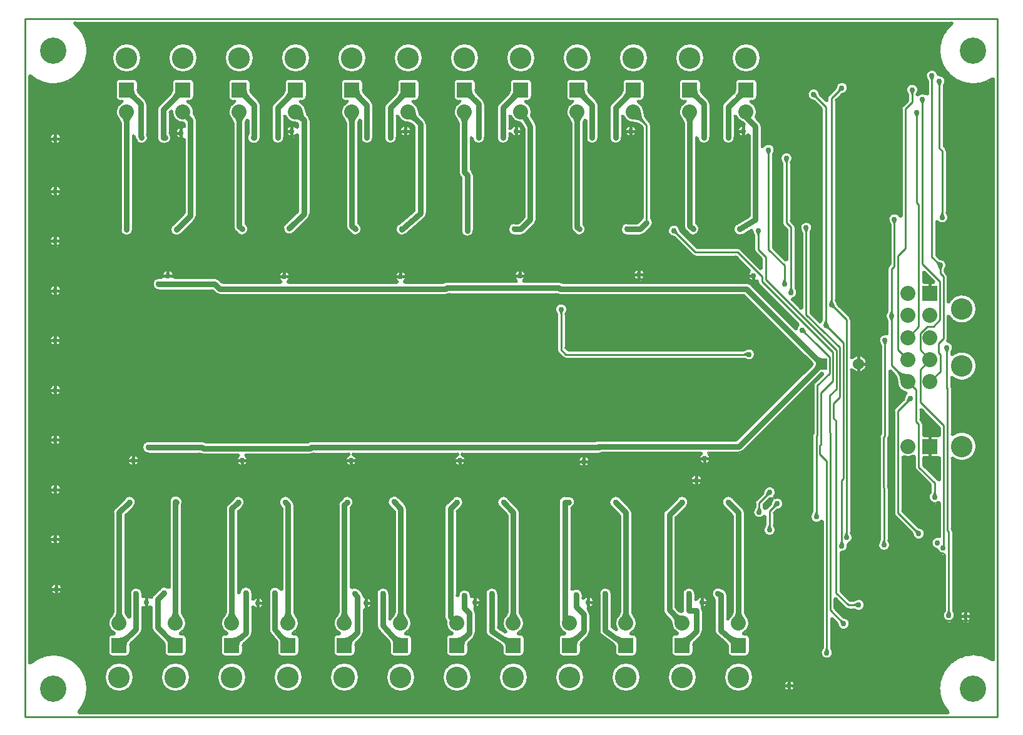
<source format=gbl>
*
*
G04 PADS VX.1.1 Build Number: 678707 generated Gerber (RS-274-X) file*
G04 PC Version=2.1*
*
%IN "VM2000.pcb"*%
*
%MOIN*%
*
%FSLAX35Y35*%
*
*
*
*
G04 PC Standard Apertures*
*
*
G04 Thermal Relief Aperture macro.*
%AMTER*
1,1,$1,0,0*
1,0,$1-$2,0,0*
21,0,$3,$4,0,0,45*
21,0,$3,$4,0,0,135*
%
*
*
G04 Annular Aperture macro.*
%AMANN*
1,1,$1,0,0*
1,0,$2,0,0*
%
*
*
G04 Odd Aperture macro.*
%AMODD*
1,1,$1,0,0*
1,0,$1-0.005,0,0*
%
*
*
G04 PC Custom Aperture Macros*
*
*
*
*
*
*
G04 PC Aperture Table*
*
%ADD011C,0.01*%
%ADD015R,0.08X0.08*%
%ADD016C,0.08*%
%ADD021R,0.06X0.06*%
%ADD022C,0.06*%
%ADD038C,0.015*%
%ADD057C,0.14*%
%ADD063C,0.115*%
%ADD077C,0.03*%
%ADD090C,0.001*%
%ADD164C,0.031*%
*
*
*
*
G04 PC Circuitry*
G04 Layer Name VM2000.pcb - circuitry*
%LPD*%
*
*
G04 PC Custom Flashes*
G04 Layer Name VM2000.pcb - flashes*
%LPD*%
*
*
G04 PC Circuitry*
G04 Layer Name VM2000.pcb - circuitry*
%LPD*%
*
G54D11*
G01X535000Y193350D02*
G75*
G03X535687Y191727I2261J0D01*
G01X534313D02*
G03X535000Y193350I-1574J1623D01*
G01Y192000*
Y191000D02*
Y194000D01*
X534700Y194300*
Y225832*
X537500Y197850D02*
G03X538187Y196227I2261J0D01*
G01X536813D02*
G03X537500Y197850I-1574J1623D01*
G01Y196500*
X530500Y319472D02*
G03X531162Y317838I2261J-35D01*
X529528Y318500I-1599J-1599*
G01X531162Y317838D02*
X530207Y318793D01*
X537500Y195500D02*
Y311500D01*
X529500Y319500*
X557500Y193850D02*
G03X558187Y192227I2261J0D01*
G01X556813D02*
G03X557500Y193850I-1574J1623D01*
G01Y192500*
Y191500D02*
Y221946D01*
X557293Y222154*
Y248870*
X574338Y199162D02*
G03X575972Y198500I1599J1599D01*
G01X575000Y197528D02*
G03X574338Y199162I-2261J35D01*
G01X575293Y198207*
X576000Y197500D02*
X564900Y208600D01*
X589300Y191340D02*
Y255072D01*
X576700Y267672*
X589000Y190000D02*
X589300Y191340D01*
X491000Y211350D02*
G03X491687Y209727I2261J0D01*
G01X490313D02*
G03X491000Y211350I-1574J1623D01*
G01Y210000*
X494838Y217838D02*
G03X495500Y219472I-1599J1599D01*
G01X496472Y218500D02*
G03X494838Y217838I-35J-2261D01*
G01X495793Y218793*
X491000Y209000D02*
Y214000D01*
X496500Y219500*
Y201850D02*
G03X497187Y200227I2261J0D01*
G01X495813D02*
G03X496500Y201850I-1574J1623D01*
G01Y200500*
X498838Y211838D02*
G03X499500Y213472I-1599J1599D01*
G01X500472Y212500D02*
G03X498838Y211838I-35J-2261D01*
G01X499793Y212793*
X496500Y199500D02*
Y209500D01*
X500500Y213500*
X521500Y208850D02*
G03X522187Y207227I2261J0D01*
G01X520813D02*
G03X521500Y208850I-1574J1623D01*
G01Y207500*
Y206500D02*
Y249529D01*
X522000Y250029*
Y276458*
X528500Y282958*
X569838Y267838D02*
G03X570500Y269472I-1599J1599D01*
G01X571472Y268500D02*
G03X569838Y267838I-35J-2261D01*
G01X570793Y268793*
X564900Y208600D02*
Y262900D01*
X571500Y269500*
X584500Y219350D02*
G03X585187Y217727I2261J0D01*
G01X583813D02*
G03X584500Y219350I-1574J1623D01*
G01Y218000*
Y217000D02*
Y224500D01*
X576000Y233000*
Y255761*
X574500Y257261*
Y274100*
X570200Y278400*
X534700Y225832D02*
X535700Y226832D01*
Y257419*
X523300Y239864D02*
Y244500D01*
X523800Y245000*
Y271500*
X523971Y272500*
X530300Y278829*
X558687Y299773D02*
G03X558000Y298150I1574J-1623D01*
X557313Y299773I-2261J0*
G01X558000Y298150D02*
Y299500D01*
X557293Y248870D02*
X558000Y249577D01*
Y300500*
X527500Y308472D02*
G03X528162Y306838I2261J-35D01*
X526528Y307500I-1599J-1599*
G01X528162Y306838D02*
X527207Y307793D01*
X535700Y257419D02*
Y299300D01*
X526500Y308500*
X530400Y266694D02*
X533900Y270194D01*
X576700Y267672D02*
Y284900D01*
X582000Y290200*
X528600Y271012D02*
X532100Y274512D01*
X516687Y359773D02*
G03X516000Y358150I1574J-1623D01*
X515313Y359773I-2261J0*
G01X516000Y358150D02*
Y359500D01*
X533900Y270194D02*
Y296827D01*
X516000Y314227*
Y360500*
X446500Y358972D02*
G03X447162Y357338I2261J-35D01*
X445528Y358000I-1599J-1599*
G01X447162Y357338D02*
X446207Y358293D01*
X530300Y278829D02*
Y294027D01*
X492500Y331827*
Y334460*
X479460Y347500*
X457000*
X445500Y359000*
X491187Y358273D02*
G03X490500Y356650I1574J-1623D01*
X489813Y358273I-2261J0*
G01X490500Y356650D02*
Y358000D01*
X532100Y274512D02*
Y295177D01*
X494500Y332777*
Y345003*
X490500Y349003*
Y359000*
X564384Y284216D02*
G03X570102Y281899I5597J5597D01*
G01X566701Y278498D02*
G03X564384Y284216I-7914J121D01*
X568940Y281665I6798J6798*
G01X564384Y284216D02*
G03X568250Y281306I12246J12246D01*
G01X564384Y284216D02*
X567725Y280875D01*
X567294Y280350D02*
G03X564384Y284216I-15156J-8380D01*
G01X566935Y279660D02*
G03X564384Y284216I-9349J-2242D01*
G01X562187Y312773D02*
G03X561500Y311150I1574J-1623D01*
X560813Y312773I-2261J0*
G01X561500Y311150D02*
Y312500D01*
X570200Y278400D02*
X561500Y287100D01*
Y313500*
X582000Y278400D02*
X587500Y283900D01*
Y292683*
X591687Y295773D02*
G03X591000Y294150I1574J-1623D01*
X590313Y295773I-2261J0*
G01X591000Y294150D02*
Y295500D01*
Y275500D02*
Y296500D01*
X591100Y274809D02*
X591000Y274909D01*
Y275500*
X515000Y305972D02*
G03X515662Y304338I2261J-35D01*
X514028Y305000I-1599J-1599*
G01X515662Y304338D02*
X514707Y305293D01*
X528500Y282958D02*
Y291538D01*
X521808Y298231*
X521769*
X514000Y306000*
X483150Y293000D02*
G03X484773Y293687I0J2261D01*
G01Y292313D02*
G03X483150Y293000I-1623J-1574D01*
G01X484500*
X386187Y316273D02*
G03X385500Y314650I1574J-1623D01*
X384813Y316273I-2261J0*
G01X385500Y314650D02*
Y316000D01*
X485500Y293000D02*
X388000D01*
X385500Y295500*
Y317000*
X570200Y290200D02*
X564900Y295500D01*
Y345368*
X582000Y290200D02*
X576700Y295500D01*
Y304195*
X586400Y298717D02*
X589100Y301417D01*
Y334438*
X587500Y292683D02*
X586400Y293783D01*
Y298717*
X526500Y310850D02*
G03X527187Y309227I2261J0D01*
G01X525813D02*
G03X526500Y310850I-1574J1623D01*
G01Y309500*
X521000Y431472D02*
G03X521662Y429838I2261J-35D01*
X520028Y430500I-1599J-1599*
G01X521662Y429838D02*
X520707Y430793D01*
X526500Y308500D02*
Y425000D01*
X520000Y431500*
X570200Y302000D02*
X576000Y307800D01*
X575687Y421273D02*
G03X575000Y419650I1574J-1623D01*
X574313Y421273I-2261J0*
G01X575000Y419650D02*
Y421000D01*
X576000Y307800D02*
Y372848D01*
X575000Y373848*
Y422000*
X576700Y304195D02*
X580505Y308000D01*
X583695*
X587300Y311605*
Y331831*
X561500Y315850D02*
G03X562187Y314227I2261J0D01*
G01X560813D02*
G03X561500Y315850I-1574J1623D01*
G01Y314500*
X563687Y364273D02*
G03X563000Y362650I1574J-1623D01*
X562313Y364273I-2261J0*
G01X563000Y362650D02*
Y364000D01*
X561500Y313500D02*
Y338500D01*
X563000Y340000*
Y365000*
X508000Y328350D02*
G03X508687Y326727I2261J0D01*
G01X507313D02*
G03X508000Y328350I-1574J1623D01*
G01Y327000*
X506187Y396773D02*
G03X505500Y395150I1574J-1623D01*
X504813Y396773I-2261J0*
G01X505500Y395150D02*
Y396500D01*
X508000Y326000D02*
Y360680D01*
X505500Y363180*
Y397500*
X529500Y321850D02*
G03X530187Y320227I2261J0D01*
G01X528813D02*
G03X529500Y321850I-1574J1623D01*
G01Y320500*
X533338Y433338D02*
G03X534000Y434972I-1599J1599D01*
G01X534972Y434000D02*
G03X533338Y433338I-35J-2261D01*
G01X534293Y434293*
X529500Y319500D02*
Y429500D01*
X535000Y435000*
X504500Y332850D02*
G03X505187Y331227I2261J0D01*
G01X503813D02*
G03X504500Y332850I-1574J1623D01*
G01Y331500*
X496687Y401273D02*
G03X496000Y399650I1574J-1623D01*
X495313Y401273I-2261J0*
G01X496000Y399650D02*
Y401000D01*
X504500Y330500D02*
Y340503D01*
X496000Y349003*
Y402000*
X588187Y339773D02*
G03X587500Y338150I1574J-1623D01*
X586813Y339773I-2261J0*
G01X587500Y338150D02*
Y339500D01*
X589100Y334438D02*
X587500Y336038D01*
Y340500*
X578687Y428273D02*
G03X578000Y426650I1574J-1623D01*
X577313Y428273I-2261J0*
G01X578000Y426650D02*
Y428000D01*
X587300Y331831D02*
X578000Y341131D01*
Y429000*
X573187Y433273D02*
G03X572500Y431650I1574J-1623D01*
X571813Y433273I-2261J0*
G01X572500Y431650D02*
Y433000D01*
X564900Y345368D02*
X569000Y349468D01*
Y423930*
X572500Y427430*
Y434000*
X585838Y342162D02*
G03X587472Y341500I1599J1599D01*
G01X586500Y340528D02*
G03X585838Y342162I-2261J35D01*
G01X586793Y341207*
X583687Y440773D02*
G03X583000Y439150I1574J-1623D01*
X582313Y440773I-2261J0*
G01X583000Y439150D02*
Y440500D01*
X587500Y340500D02*
X583000Y345000D01*
Y441500*
X427499Y422102D02*
G03X429816Y416384I7914J-121D01*
X424098Y418701I-5597J-5597*
G01X427265Y420940D02*
G03X429816Y416384I9349J2242D01*
G01X426906Y420250D02*
G03X429816Y416384I15156J8380D01*
G01X426475Y419725*
X429816Y416384D02*
G03X425950Y419294I-12246J-12246D01*
G01X429816Y416384D02*
G03X425260Y418935I-6798J-6798D01*
G01X431000Y363200D02*
Y415200D01*
X424000Y422200*
X588500Y368350D02*
G03X589187Y366727I2261J0D01*
G01X587813D02*
G03X588500Y368350I-1574J1623D01*
G01Y367000*
X587687Y437773D02*
G03X587000Y436150I1574J-1623D01*
X586313Y437773I-2261J0*
G01X587000Y436150D02*
Y437500D01*
X588500Y366000D02*
Y401500D01*
X587000Y403000*
Y438500*
X541650Y159500D02*
G03X543273Y160187I0J2261D01*
G01Y158813D02*
G03X541650Y159500I-1623J-1574D01*
G01X543000*
X544000D02*
X538500D01*
X532000Y166000*
Y257600*
X530400Y259200*
Y266694*
X527000Y136350D02*
G03X527687Y134727I2261J0D01*
G01X526313D02*
G03X527000Y136350I-1574J1623D01*
G01Y135000*
Y134000D02*
Y236164D01*
X523300Y239864*
X534338Y151162D02*
G03X535972Y150500I1599J1599D01*
G01X535000Y149528D02*
G03X534338Y151162I-2261J35D01*
G01X535293Y150207*
X536000Y149500D02*
X528800Y156700D01*
Y251329*
X528600Y251529*
Y271012*
X592000Y156350D02*
G03X592687Y154727I2261J0D01*
G01X591313D02*
G03X592000Y156350I-1574J1623D01*
G01Y155000*
Y154000D02*
Y198447D01*
X592000D02*
X591194Y199252D01*
Y275306*
X591000Y275500*
X604000Y153500D02*
G03X604000I-3000J0D01*
G01X491711Y451000D02*
G03X491711I-7711J0D01*
G01X461711D02*
G03X461711I-7711J0D01*
G01X430000Y335500D02*
G03X430000I-3000J0D01*
G01X431711Y451000D02*
G03X431711I-7711J0D01*
G01X401711D02*
G03X401711I-7711J0D01*
G01X371711D02*
G03X371711I-7711J0D01*
G01X341711D02*
G03X341711I-7711J0D01*
G01X311711D02*
G03X311711I-7711J0D01*
G01X281711D02*
G03X281711I-7711J0D01*
G01X251711D02*
G03X251711I-7711J0D01*
G01X221711D02*
G03X221711I-7711J0D01*
G01X191711D02*
G03X191711I-7711J0D01*
G01X160500Y236500D02*
G03X160500I-3000J0D01*
G01X161711Y451000D02*
G03X161711I-7711J0D01*
G01X119500Y168000D02*
G03X119500I-3000J0D01*
G01X119000Y194500D02*
G03X119000I-3000J0D01*
G01Y221000D02*
G03X119000I-3000J0D01*
G01Y247500D02*
G03X119000I-3000J0D01*
G01Y274000D02*
G03X119000I-3000J0D01*
G01Y300500D02*
G03X119000I-3000J0D01*
G01Y327000D02*
G03X119000I-3000J0D01*
G01Y353500D02*
G03X119000I-3000J0D01*
G01Y380000D02*
G03X119000I-3000J0D01*
G01Y408000D02*
G03X119000I-3000J0D01*
G01X157711Y121000D02*
G03X157711I-7711J0D01*
G01X187711D02*
G03X187711I-7711J0D01*
G01X247711D02*
G03X247711I-7711J0D01*
G01X217711D02*
G03X217711I-7711J0D01*
G01X305500Y412000D02*
G03X305500I-3000J0D01*
G01X307711Y121000D02*
G03X307711I-7711J0D01*
G01X277711D02*
G03X277711I-7711J0D01*
G01X425500Y412000D02*
G03X425500I-3000J0D01*
G01X427711Y121000D02*
G03X427711I-7711J0D01*
G01X397711D02*
G03X397711I-7711J0D01*
G01X400500Y236000D02*
G03X400500I-3000J0D01*
G01X367711Y121000D02*
G03X367711I-7711J0D01*
G01X337711D02*
G03X337711I-7711J0D01*
G01X510000Y116500D02*
G03X510000I-3000J0D01*
G01X487711Y121000D02*
G03X487711I-7711J0D01*
G01X457711D02*
G03X457711I-7711J0D01*
G01X460500Y226000D02*
G03X460500I-3000J0D01*
G01X616000Y130232D02*
Y439768D01*
G03X615216Y440180I-500J0*
G01X593821Y469108D02*
G03X615216Y440180I11179J-14108D01*
G01X593821Y469108D02*
G03X593511Y470000I-310J392D01*
G01X126489*
G03X126179Y469108I0J-500*
G01X102838Y441730D02*
G03X126179Y469108I12162J13270D01*
G01X102838Y441730D02*
G03X102000Y441362I-338J-368D01*
G01Y128638*
G03X102838Y128270I500J0*
G01X128270Y102838D02*
G03X102838Y128270I-13270J12162D01*
G01X128270Y102838D02*
G03X128638Y102000I368J-338D01*
G01X591362*
G03X591730Y102838I-0J500*
G01X615216Y129820D02*
G03X591730Y102838I-10216J-14820D01*
G01X615216Y129820D02*
G03X616000Y130232I284J412D01*
G01X583713Y331100D02*
G03X584066Y331954I-0J500D01*
G01X579054Y336966*
G03X578200Y336613I-354J-353*
G01Y331600*
G03X578700Y331100I500J0*
G01X583713*
X587100Y226197D02*
Y238092D01*
G03X586450Y238569I-500J0*
G01X586000Y238500D02*
G03X586450Y238569I0J1500D01*
G01X586000Y238500D02*
X578700D01*
G03X578200Y238000I0J-500*
G01Y234118*
G03X578346Y233765I500J0*
G01X586056Y226056*
X586211Y225883D02*
G03X586056Y226056I-1711J-1383D01*
G01X586211Y225883D02*
G03X587100Y226197I389J314D01*
G01Y249908D02*
Y253953D01*
G03X586954Y254307I-500J0*
G01X577554Y263707*
G03X576700Y263353I-354J-354*
G01Y258379*
G03X576846Y258025I500J0*
G01X577556Y257316*
X578200Y255761D02*
G03X577556Y257316I-2200J-0D01*
G01X578200Y255761D02*
Y250000D01*
G03X578700Y249500I500J0*
G01X586000*
X586450Y249431D02*
G03X586000Y249500I-450J-1431D01*
G01X586450Y249431D02*
G03X587100Y249908I150J477D01*
G01X498172Y215696D02*
G03X497632Y216507I-363J343D01*
G01X496604Y216302D02*
G03X497632Y216507I-104J3198D01*
G01X496604Y216302D02*
G03X496267Y216155I16J-500D01*
G01X493346Y213235*
G03X493200Y212882I354J-353*
G01Y211530*
G03X493335Y211188I500J-0*
G01X493753Y210631D02*
G03X493335Y211188I-2753J-1631D01*
G01X493753Y210631D02*
G03X494612Y210630I430J255D01*
G01X494944Y211056D02*
G03X494612Y210630I1556J-1556D01*
G01X494944Y211056D02*
X497155Y213267D01*
G03X497302Y213604I-353J353*
G01X498172Y215696D02*
G03X497302Y213604I2328J-2196D01*
G01X604000Y153500D02*
G03X604000I-3000J0D01*
G01X592238Y313493D02*
G03Y320907I6762J3707D01*
G01Y313493D02*
G03X591300Y313253I-438J-240D01*
G01Y301417*
X591050Y300399D02*
G03X591300Y301417I-1950J1018D01*
G01X591050Y300399D02*
G03X591426Y299671I443J-232D01*
G01X593335Y294312D02*
G03X591426Y299671I-2335J2188D01*
G01X593335Y294312D02*
G03X593200Y293970I365J-342D01*
G01Y293071*
G03X594023Y292690I500J0*
G01Y280910D02*
G03Y292690I4977J5890D01*
G01Y280910D02*
G03X593200Y280529I-323J-381D01*
G01Y276312*
G03X593236Y276125I500J-0*
G01X593395Y275306D02*
G03X593236Y276125I-2201J-0D01*
G01X593395Y275306D02*
Y250431D01*
G03X594205Y250039I500J-0*
G01Y237961D02*
G03Y250039I4795J6039D01*
G01Y237961D02*
G03X593395Y237569I-310J-392D01*
G01Y200370*
G03X593541Y200017I500J0*
G01X593556Y200002*
X594200Y198447D02*
G03X593556Y200002I-2200J-0D01*
G01X594200Y198447D02*
Y156530D01*
G03X594335Y156188I500J-0*
G01X589665D02*
G03X594335I2335J-2188D01*
G01X589665D02*
G03X589800Y156530I-365J342D01*
G01Y186312*
G03X589259Y186811I-500J0*
G01X585963Y188993D02*
G03X589259Y186811I3037J1007D01*
G01X585963Y188993D02*
G03X585557Y189331I-475J-157D01*
G01X586519Y195658D02*
G03X585557Y189331I-519J-3158D01*
G01X586519Y195658D02*
G03X587100Y196151I81J493D01*
G01Y213954*
G03X586316Y214365I-500J-0*
G01X582165Y219188D02*
G03X586316Y214365I2335J-2188D01*
G01X582165Y219188D02*
G03X582300Y219530I-365J342D01*
G01Y223382*
G03X582154Y223735I-500J-0*
G01X574444Y231444*
X573800Y233000D02*
G03X574444Y231444I2200J0D01*
G01X573800Y233000D02*
Y238631D01*
G03X573050Y239064I-500J-0*
G01X567810Y238825D02*
G03X573050Y239064I2390J5175D01*
G01X567810Y238825D02*
G03X567100Y238371I-210J-454D01*
G01Y209718*
G03X567246Y209365I500J0*
G01X575767Y200845*
G03X576104Y200698I353J353*
G01X572802Y197396D02*
G03X576104Y200698I3198J104D01*
G01X572802Y197396D02*
G03X572655Y197733I-500J-16D01*
G01X563344Y207044*
X562700Y208600D02*
G03X563344Y207044I2200J0D01*
G01X562700Y208600D02*
Y262900D01*
X563344Y264456D02*
G03X562700Y262900I1556J-1556D01*
G01X563344Y264456D02*
X568155Y269267D01*
G03X568302Y269604I-353J353*
G01X569410Y271923D02*
G03X568302Y269604I2090J-2423D01*
G01X569410Y271923D02*
G03X569173Y272793I-327J378D01*
G01X564502Y278540D02*
G03X569173Y272793I5698J-140D01*
G01X564502Y278540D02*
G03Y278546I-500J12D01*
X562828Y282660I-5715J73*
G01X561054Y284435*
G03X560200Y284082I-354J-353*
G01Y249577*
X559624Y248093D02*
G03X560200Y249577I-1624J1484D01*
G01X559624Y248093D02*
G03X559493Y247756I369J-337D01*
G01Y222984*
G03X559531Y222791I500J-0*
G01X559700Y221946D02*
G03X559531Y222791I-2200J0D01*
G01X559700Y221946D02*
Y194030D01*
G03X559835Y193688I500J-0*
G01X555165D02*
G03X559835I2335J-2188D01*
G01X555165D02*
G03X555300Y194030I-365J342D01*
G01Y221116*
G03X555262Y221309I-500J0*
G01X555093Y222154D02*
G03X555262Y221309I2200J-0D01*
G01X555093Y222154D02*
Y248870D01*
X555669Y250354D02*
G03X555093Y248870I1624J-1484D01*
G01X555669Y250354D02*
G03X555800Y250692I-369J338D01*
G01Y297970*
G03X555665Y298312I-500J0*
G01X558692Y303624D02*
G03X555665Y298312I-692J-3124D01*
G01X558692Y303624D02*
G03X559300Y304113I108J489D01*
G01Y310970*
G03X559165Y311312I-500J0*
G01Y315688D02*
G03Y311312I2335J-2188D01*
G01Y315688D02*
G03X559300Y316030I-365J342D01*
G01Y338500*
X559944Y340056D02*
G03X559300Y338500I1556J-1556D01*
G01X559944Y340056D02*
X560654Y340765D01*
G03X560800Y341118I-354J353*
G01Y362470*
G03X560665Y362812I-500J0*
G01X565854Y366447D02*
G03X560665Y362812I-2854J-1447D01*
G01X565854Y366447D02*
G03X566800Y366673I446J226D01*
G01Y423930*
X567444Y425486D02*
G03X566800Y423930I1556J-1556D01*
G01X567444Y425486D02*
X570154Y428195D01*
G03X570300Y428548I-354J353*
G01Y431470*
G03X570165Y431812I-500J0*
G01X574835D02*
G03X570165I-2335J2188D01*
G01X574835D02*
G03X574700Y431470I365J-342D01*
G01Y431419*
G03X575578Y431092I500J-0*
G01X579989Y431507D02*
G03X575578Y431092I-1989J-2507D01*
G01X579989Y431507D02*
G03X580800Y431898I311J391D01*
G01Y438970*
G03X580665Y439312I-500J0*
G01X586145Y442090D02*
G03X580665Y439312I-3145J-590D01*
G01X586145Y442090D02*
G03X586686Y441685I492J92D01*
G01X589335Y436312D02*
G03X586686Y441685I-2335J2188D01*
G01X589335Y436312D02*
G03X589200Y435970I365J-342D01*
G01Y404118*
G03X589346Y403765I500J0*
G01X590056Y403056*
X590700Y401500D02*
G03X590056Y403056I-2200J0D01*
G01X590700Y401500D02*
Y368530D01*
G03X590835Y368188I500J-0*
G01X586078Y363908D02*
G03X590835Y368188I2422J2092D01*
G01X586078Y363908D02*
G03X585200Y363581I-378J-327D01*
G01Y346118*
G03X585346Y345765I500J0*
G01X587267Y343845*
G03X587604Y343698I353J353*
G01X589835Y338312D02*
G03X587604Y343698I-2335J2188D01*
G01X589835Y338312D02*
G03X589700Y337970I365J-342D01*
G01Y337157*
G03X589846Y336803I500J-0*
G01X590656Y335994*
X591300Y334438D02*
G03X590656Y335994I-2200J0D01*
G01X591300Y334438D02*
Y321147D01*
G03X592238Y320907I500J0*
G01X540570Y284973D02*
G03Y291027I3330J3027D01*
G01Y284973D02*
G03X539700Y284637I-370J-336D01*
G01Y198030*
G03X539835Y197688I500J-0*
G01X538428Y192438D02*
G03X539835Y197688I-928J3062D01*
G01X538428Y192438D02*
G03X538091Y191830I146J-479D01*
G01X534741Y187811D02*
G03X538091Y191830I259J3189D01*
G01X534741Y187811D02*
G03X534200Y187312I-41J-499D01*
G01Y167118*
G03X534346Y166765I500J0*
G01X539265Y161846*
G03X539618Y161700I353J354*
G01X541470*
G03X541812Y161835I0J500*
G01Y157165D02*
G03Y161835I2188J2335D01*
G01Y157165D02*
G03X541470Y157300I-342J-365D01*
G01X538500*
X536944Y157944D02*
G03X538500Y157300I1556J1556D01*
G01X536944Y157944D02*
X531854Y163035D01*
G03X531000Y162682I-354J-353*
G01Y157818*
G03X531146Y157465I500J0*
G01X535767Y152845*
G03X536104Y152698I353J353*
G01X532802Y149396D02*
G03X536104Y152698I3198J104D01*
G01X532802Y149396D02*
G03X532655Y149733I-500J-16D01*
G01X530054Y152335*
G03X529200Y151982I-354J-353*
G01Y136530*
G03X529335Y136188I500J-0*
G01X524665D02*
G03X529335I2335J-2188D01*
G01X524665D02*
G03X524800Y136530I-365J342D01*
G01Y204081*
G03X523922Y204408I-500J0*
G01X519165Y208688D02*
G03X523922Y204408I2335J-2188D01*
G01X519165Y208688D02*
G03X519300Y209030I-365J342D01*
G01Y249529*
X519707Y250804D02*
G03X519300Y249529I1793J-1275D01*
G01X519707Y250804D02*
G03X519800Y251094I-407J290D01*
G01Y276458*
X520444Y278013D02*
G03X519800Y276458I1556J-1555D01*
G01X520444Y278013D02*
X524877Y282446D01*
G03X524524Y283300I-353J354*
G01X524233*
G03X523879Y283154I-0J-500*
G01X482463Y241737*
X480200Y240800D02*
G03X482463Y241737I0J3200D01*
G01X480200Y240800D02*
X465000D01*
X464100*
G03X463800Y239900I0J-500*
G01X460200D02*
G03X463800I1800J-2400D01*
G01X460200D02*
G03X459900Y240800I-300J400D01*
G01X407857*
G03X407606Y240732I0J-500*
G01X406000Y240300D02*
G03X407606Y240732I0J3200D01*
G01X406000Y240300D02*
X405000D01*
X343500*
X332666*
G03X332500Y239329I0J-500*
G01X330500D02*
G03X332500I1000J-2829D01*
G01X330500D02*
G03X330334Y240300I-166J471D01*
G01X280500*
X274666*
G03X274500Y239329I0J-500*
G01X272500D02*
G03X274500I1000J-2829D01*
G01X272500D02*
G03X272334Y240300I-166J471D01*
G01X253607*
G03X253356Y240232I0J-500*
G01X251750Y239800D02*
G03X253356Y240232I0J3200D01*
G01X251750Y239800D02*
X223500D01*
X217600*
G03X217300Y238900I0J-500*
G01X213700D02*
G03X217300I1800J-2400D01*
G01X213700D02*
G03X213400Y239800I-300J400D01*
G01X194750*
X193144Y240232D02*
G03X194750Y239800I1606J2768D01*
G01X193144Y240232D02*
G03X192893Y240300I-251J-432D01*
G01X165500*
Y246700D02*
G03Y240300I0J-3200D01*
G01Y246700D02*
X194250D01*
X195856Y246268D02*
G03X194250Y246700I-1606J-2768D01*
G01X195856Y246268D02*
G03X196107Y246200I251J432D01*
G01X223500*
X250393*
G03X250644Y246268I-0J500*
G01X252250Y246700D02*
G03X250644Y246268I0J-3200D01*
G01X252250Y246700D02*
X280500D01*
X343500*
X403643*
G03X403894Y246768I-0J500*
G01X405500Y247200D02*
G03X403894Y246768I0J-3200D01*
G01X405500Y247200D02*
X465000D01*
X478667*
G03X479021Y247346I0J500*
G01X519321Y287646*
G03Y288354I-354J354*
G01X483021Y324654*
G03X482667Y324800I-354J-354*
G01X477500*
X416500*
X384750*
X383144Y325232D02*
G03X384750Y324800I1606J2768D01*
G01X383144Y325232D02*
G03X382893Y325300I-251J-432D01*
G01X352500*
X325857*
G03X325606Y325232I0J-500*
G01X324000Y324800D02*
G03X325606Y325232I0J3200D01*
G01X324000Y324800D02*
X296000D01*
X233500*
X203500*
X201237Y325737D02*
G03X203500Y324800I2263J2263D01*
G01X201237Y325737D02*
X199821Y327154D01*
G03X199467Y327300I-354J-354*
G01X171000*
Y333700D02*
G03Y327300I0J-3200D01*
G01Y333700D02*
X172593D01*
G03X173079Y334314I-0J500*
G01X178921D02*
G03X173079I-2921J686D01*
G01X178921D02*
G03X179407Y333700I486J-114D01*
G01X201000*
X203263Y332763D02*
G03X201000Y333700I-2263J-2263D01*
G01X203263Y332763D02*
X204679Y331346D01*
G03X205033Y331200I354J354*
G01X233500*
X235900*
G03X236200Y332100I-0J500*
G01X239800D02*
G03X236200I-1800J2400D01*
G01X239800D02*
G03X240100Y331200I300J-400D01*
G01X296000*
X297900*
G03X298200Y332100I-0J500*
G01X301800D02*
G03X298200I-1800J2400D01*
G01X301800D02*
G03X302100Y331200I300J-400D01*
G01X322643*
G03X322894Y331268I-0J500*
G01X324500Y331700D02*
G03X322894Y331268I0J-3200D01*
G01X324500Y331700D02*
X352500D01*
X361400*
G03X361700Y332600I-0J500*
G01X365300D02*
G03X361700I-1800J2400D01*
G01X365300D02*
G03X365600Y331700I300J-400D01*
G01X384250*
X385856Y331268D02*
G03X384250Y331700I-1606J-2768D01*
G01X385856Y331268D02*
G03X386107Y331200I251J432D01*
G01X416500*
X477500*
X484200*
X486463Y330263D02*
G03X484200Y331200I-2263J-2263D01*
G01X486463Y330263D02*
X510083Y306642D01*
X510083D02*
G03X510918Y306861I354J354D01*
G01X511968Y308472D02*
G03X510918Y306861I2032J-2472D01*
G01X511968Y308472D02*
G03X512004Y309212I-317J386D01*
G01X490944Y330272*
X490300Y331827D02*
G03X490944Y330272I2200J0D01*
G01X490300Y331827D02*
Y331998D01*
G03X489543Y332427I-500J0*
G01X485940Y337181D02*
G03X489543Y332427I2060J-2181D01*
G01X485940Y337181D02*
G03X485950Y337898I-343J364D01*
G01X478695Y345154*
G03X478341Y345300I-354J-354*
G01X457000*
X455444Y345944D02*
G03X457000Y345300I1556J1556D01*
G01X455444Y345944D02*
X445733Y355655D01*
G03X445396Y355802I-353J-353*
G01X448698Y359104D02*
G03X445396Y355802I-3198J-104D01*
G01X448698Y359104D02*
G03X448845Y358767I500J16D01*
G01X457765Y349846*
G03X458118Y349700I353J354*
G01X479460*
X481015Y349056D02*
G03X479460Y349700I-1555J-1556D01*
G01X481015Y349056D02*
X491446Y338625D01*
G03X492300Y338978I354J353*
G01Y343884*
G03X492154Y344238I-500J0*
G01X488944Y347447*
X488300Y349003D02*
G03X488944Y347447I2200J-0D01*
G01X488300Y349003D02*
Y356470D01*
G03X488165Y356812I-500J0*
G01X487300Y359048D02*
G03X488165Y356812I3200J-48D01*
G01X487300Y359048D02*
G03X486547Y359486I-500J7D01*
G01X482148Y356899*
X478852Y362501D02*
G03X482148Y356899I1648J-2801D01*
G01X478852Y362501D02*
X485503Y366414D01*
G03X485750Y366845I-253J431*
G01Y409835*
G03X484857Y410144I-500J-0*
G01X482674Y414995D02*
G03X484857Y410144I-174J-2995D01*
G01X482674Y414995D02*
G03X483056Y415848I29J499D01*
G01X482143Y416761*
G03X481967Y416875I-354J-353*
G01X478714Y420068D02*
G03X481967Y416875I5286J2132D01*
G01X478714Y420068D02*
G03X477750Y419881I-464J-187D01*
G01Y408500*
X471250D02*
G03X477750I3250J0D01*
G01X471250D02*
Y425000D01*
X472265Y427359D02*
G03X471250Y425000I2235J-2359D01*
G01X472265Y427359D02*
X477585Y432400D01*
G03X478300Y434015I-1575J1662*
Y434026I-500J11*
G01Y438000*
X480000Y439700D02*
G03X478300Y438000I0J-1700D01*
G01X480000Y439700D02*
X488000D01*
X489700Y438000D02*
G03X488000Y439700I-1700J0D01*
G01X489700Y438000D02*
Y430000D01*
X488000Y428300D02*
G03X489700Y430000I0J1700D01*
G01X488000Y428300D02*
X486661D01*
G03X486446Y427348I-0J-500*
G01X489045Y419548D02*
G03X486446Y427348I-5045J2652D01*
G01X489045Y419548D02*
G03X489134Y418962I443J-233D01*
G01X491298Y416798*
X492250Y414500D02*
G03X491298Y416798I-3250J0D01*
G01X492250Y414500D02*
Y403769D01*
G03X493189Y403530I500J-0*
G01X498335Y399812D02*
G03X493189Y403530I-2335J2188D01*
G01X498335Y399812D02*
G03X498200Y399470I365J-342D01*
G01Y350121*
G03X498346Y349768I500J0*
G01X504946Y343168*
G03X505800Y343521I354J353*
G01Y359562*
G03X505654Y359915I-500J-0*
G01X503944Y361624*
X503300Y363180D02*
G03X503944Y361624I2200J-0D01*
G01X503300Y363180D02*
Y394970D01*
G03X503165Y395312I-500J0*
G01X507835D02*
G03X503165I-2335J2188D01*
G01X507835D02*
G03X507700Y394970I365J-342D01*
G01Y364298*
G03X507846Y363945I500J0*
G01X509556Y362236*
X510200Y360680D02*
G03X509556Y362236I-2200J-0D01*
G01X510200Y360680D02*
Y328530D01*
G03X510335Y328188I500J-0*
G01X508626Y322862D02*
G03X510335Y328188I-626J3138D01*
G01X508626Y322862D02*
G03X508371Y322018I98J-490D01*
G01X512946Y317442*
G03X513800Y317796I354J354*
G01Y357970*
G03X513665Y358312I-500J0*
G01X518335D02*
G03X513665I-2335J2188D01*
G01X518335D02*
G03X518200Y357970I365J-342D01*
G01Y315368*
G03X518352Y315009I500J-0*
G01X523167Y310328*
G03X523919Y310391I348J359*
G01X524165Y310688D02*
G03X523919Y310391I2335J-2188D01*
G01X524165Y310688D02*
G03X524300Y311030I-365J342D01*
G01Y423882*
G03X524154Y424235I-500J-0*
G01X520233Y428155*
G03X519896Y428302I-353J-353*
G01X523198Y431604D02*
G03X519896Y428302I-3198J-104D01*
G01X523198Y431604D02*
G03X523345Y431267I500J16D01*
G01X526446Y428165*
G03X527300Y428518I354J353*
G01Y429500*
X527944Y431056D02*
G03X527300Y429500I1556J-1556D01*
G01X527944Y431056D02*
X531655Y434767D01*
G03X531802Y435104I-353J353*
G01X535104Y431802D02*
G03X531802Y435104I-104J3198D01*
G01X535104Y431802D02*
G03X534767Y431655I16J-500D01*
G01X531846Y428735*
G03X531700Y428382I354J-353*
G01Y322030*
G03X531835Y321688I500J-0*
G01X532698Y319604D02*
G03X531835Y321688I-3198J-104D01*
G01X532698Y319604D02*
G03X532845Y319267I500J16D01*
G01X539056Y313056*
X539700Y311500D02*
G03X539056Y313056I-2200J0D01*
G01X539700Y311500D02*
Y291363D01*
G03X540570Y291027I500J0*
G01X491711Y451000D02*
G03X491711I-7711J0D01*
G01X464750Y426500D02*
Y408500D01*
X458250Y408485D02*
G03X464750Y408500I3250J15D01*
G01X458250Y408485D02*
G03X457250Y408482I-500J-3D01*
G01Y363053*
G03X457396Y362700I500J0*
G01X458098Y361998*
X453502Y357402D02*
G03X458098Y361998I2298J2298D01*
G01X453502Y357402D02*
X451702Y359202D01*
X450750Y361500D02*
G03X451702Y359202I3250J0D01*
G01X450750Y361500D02*
Y416442D01*
X450750D02*
G03X450066Y418076I-2291J0D01*
X450061Y418080I-351J-357*
G01X451554Y427348D02*
G03X450061Y418080I2446J-5148D01*
G01X451554Y427348D02*
G03X451339Y428300I-215J452D01*
G01X450000*
X448300Y430000D02*
G03X450000Y428300I1700J0D01*
G01X448300Y430000D02*
Y438000D01*
X450000Y439700D02*
G03X448300Y438000I0J-1700D01*
G01X450000Y439700D02*
X458000D01*
X459700Y438000D02*
G03X458000Y439700I-1700J0D01*
G01X459700Y438000D02*
Y433771D01*
G03Y433749I500J-0*
X460369Y432227I2289J98*
G01X463798Y428798*
X464750Y426500D02*
G03X463798Y428798I-3250J0D01*
G01X461711Y451000D02*
G03X461711I-7711J0D01*
G01X430000Y335500D02*
G03X430000I-3000J0D01*
G01X433298Y360902D02*
G03X433340Y365455I-2298J2298D01*
G01X433298Y360902D02*
X429798Y357402D01*
X427500Y356450D02*
G03X429798Y357402I0J3250D01*
G01X427500Y356450D02*
X420500D01*
Y362950D02*
G03Y356450I0J-3250D01*
G01Y362950D02*
X425947D01*
G03X426300Y363096I-0J500*
G01X428654Y365450*
G03X428800Y365803I-354J353*
G01Y414082*
G03X428654Y414435I-500J-0*
G01X428260Y414828*
G03X424146Y416502I-4041J-4041*
X424140I6J-500*
G01X418714Y420068D02*
G03X424140Y416502I5286J2132D01*
G01X418714Y420068D02*
G03X417750Y419881I-464J-187D01*
G01Y408500*
X411250D02*
G03X417750I3250J0D01*
G01X411250D02*
Y424500D01*
X412202Y426798D02*
G03X411250Y424500I2298J-2298D01*
G01X412202Y426798D02*
X417631Y432227D01*
G03X418300Y433749I-1620J1620*
Y433771I-500J22*
G01Y438000*
X420000Y439700D02*
G03X418300Y438000I0J-1700D01*
G01X420000Y439700D02*
X428000D01*
X429700Y438000D02*
G03X428000Y439700I-1700J0D01*
G01X429700Y438000D02*
Y430000D01*
X428000Y428300D02*
G03X429700Y430000I0J1700D01*
G01X428000Y428300D02*
X426661D01*
G03X426446Y427348I-0J-500*
G01X429698Y422060D02*
G03X426446Y427348I-5698J140D01*
G01X429698Y422060D02*
G03Y422054I500J-12D01*
X431372Y417940I5715J-73*
G01X432556Y416756*
X433200Y415200D02*
G03X432556Y416756I-2200J0D01*
G01X433200Y415200D02*
Y365802D01*
G03X433340Y365455I500J0*
G01X431711Y451000D02*
G03X431711I-7711J0D01*
G01X405250Y426000D02*
Y408500D01*
X398750D02*
G03X405250I3250J0D01*
G01X398750D02*
Y417684D01*
G03X397890Y418030I-500J-0*
X397250Y416442I1651J-1588*
G01X397250D02*
Y362453D01*
G03X397396Y362100I500J0*
G01X397498Y361998*
X392902Y357402D02*
G03X397498Y361998I2298J2298D01*
G01X392902Y357402D02*
X391702Y358602D01*
X390750Y360900D02*
G03X391702Y358602I3250J0D01*
G01X390750Y360900D02*
Y416442D01*
X390750D02*
G03X390066Y418076I-2291J0D01*
X390061Y418080I-351J-357*
G01X391554Y427348D02*
G03X390061Y418080I2446J-5148D01*
G01X391554Y427348D02*
G03X391339Y428300I-215J452D01*
G01X390000*
X388300Y430000D02*
G03X390000Y428300I1700J0D01*
G01X388300Y430000D02*
Y438000D01*
X390000Y439700D02*
G03X388300Y438000I0J-1700D01*
G01X390000Y439700D02*
X398000D01*
X399700Y438000D02*
G03X398000Y439700I-1700J0D01*
G01X399700Y438000D02*
Y433771D01*
G03Y433749I500J-0*
X400369Y432227I2289J98*
G01X404298Y428298*
X405250Y426000D02*
G03X404298Y428298I-3250J0D01*
G01X401711Y451000D02*
G03X401711I-7711J0D01*
G01X372250Y414500D02*
Y364700D01*
X371298Y362402D02*
G03X372250Y364700I-2298J2298D01*
G01X371298Y362402D02*
X366298Y357402D01*
X364000Y356450D02*
G03X366298Y357402I0J3250D01*
G01X364000Y356450D02*
X360500D01*
Y362950D02*
G03Y356450I0J-3250D01*
G01Y362950D02*
X362447D01*
G03X362800Y363096I-0J500*
G01X365604Y365900*
G03X365750Y366253I-354J353*
G01Y413425*
G03X365674Y413690I-500J-0*
G01X364058Y416276*
G03X363663Y416510I-424J-265*
G01X358714Y420068D02*
G03X363663Y416510I5286J2132D01*
G01X358714Y420068D02*
G03X357750Y419881I-464J-187D01*
G01Y413299*
G03X358714Y413114I500J0*
G01Y410886D02*
G03Y413114I2786J1114D01*
G01Y410886D02*
G03X357750Y410701I-464J-185D01*
G01Y408500*
X351250D02*
G03X357750I3250J0D01*
G01X351250D02*
Y424500D01*
X352202Y426798D02*
G03X351250Y424500I2298J-2298D01*
G01X352202Y426798D02*
X357631Y432227D01*
G03X358300Y433749I-1620J1620*
Y433771I-500J22*
G01Y438000*
X360000Y439700D02*
G03X358300Y438000I0J-1700D01*
G01X360000Y439700D02*
X368000D01*
X369700Y438000D02*
G03X368000Y439700I-1700J0D01*
G01X369700Y438000D02*
Y430000D01*
X368000Y428300D02*
G03X369700Y430000I0J1700D01*
G01X368000Y428300D02*
X366661D01*
G03X366446Y427348I-0J-500*
G01X369392Y420353D02*
G03X366446Y427348I-5392J1847D01*
G01X369392Y420353D02*
G03X369441Y419926I473J-162D01*
G01X371756Y416223*
X372250Y414500D02*
G03X371756Y416223I-3250J0D01*
G01X371711Y451000D02*
G03X371711I-7711J0D01*
G01X344750Y426500D02*
Y408500D01*
X338250Y408485D02*
G03X344750Y408500I3250J15D01*
G01X338250Y408485D02*
G03X337250Y408482I-500J-3D01*
G01Y391653*
G03X337396Y391300I500J0*
G01X337798Y390898*
X338750Y388600D02*
G03X337798Y390898I-3250J0D01*
G01X338750Y388600D02*
Y359000D01*
X332250D02*
G03X338750I3250J0D01*
G01X332250D02*
Y387047D01*
G03X332104Y387400I-500J-0*
G01X331702Y387802*
X330750Y390100D02*
G03X331702Y387802I3250J0D01*
G01X330750Y390100D02*
Y416442D01*
X330750D02*
G03X330066Y418076I-2291J0D01*
X330061Y418080I-351J-357*
G01X331554Y427348D02*
G03X330061Y418080I2446J-5148D01*
G01X331554Y427348D02*
G03X331339Y428300I-215J452D01*
G01X330000*
X328300Y430000D02*
G03X330000Y428300I1700J0D01*
G01X328300Y430000D02*
Y438000D01*
X330000Y439700D02*
G03X328300Y438000I0J-1700D01*
G01X330000Y439700D02*
X338000D01*
X339700Y438000D02*
G03X338000Y439700I-1700J0D01*
G01X339700Y438000D02*
Y433771D01*
G03Y433749I500J-0*
X340369Y432227I2289J98*
G01X343798Y428798*
X344750Y426500D02*
G03X343798Y428798I-3250J0D01*
G01X341711Y451000D02*
G03X341711I-7711J0D01*
G01X313750Y415700D02*
Y368208D01*
X312619Y365744D02*
G03X313750Y368208I-2119J2464D01*
G01X312619Y365744D02*
X302664Y357183D01*
X298081Y357528D02*
G03X302664Y357183I2464J2119D01*
G01X298081Y357528D02*
X298036Y357581D01*
X298892Y362524D02*
G03X298036Y357581I1608J-2824D01*
G01X298892Y362524D02*
G03X298971Y362580I-247J435D01*
G01X307076Y369550*
G03X307250Y369929I-326J379*
G01Y414147*
G03X307104Y414500I-500J-0*
G01X305773Y415831*
G03X304134Y416502I-1620J-1620*
X304127Y416501I4J-500*
G01X298714Y420068D02*
G03X304127Y416501I5286J2132D01*
G01X298714Y420068D02*
G03X297750Y419881I-464J-187D01*
G01Y408500*
X291250D02*
G03X297750I3250J0D01*
G01X291250D02*
Y424500D01*
X292202Y426798D02*
G03X291250Y424500I2298J-2298D01*
G01X292202Y426798D02*
X297631Y432227D01*
G03X298300Y433749I-1620J1620*
Y433771I-500J22*
G01Y438000*
X300000Y439700D02*
G03X298300Y438000I0J-1700D01*
G01X300000Y439700D02*
X308000D01*
X309700Y438000D02*
G03X308000Y439700I-1700J0D01*
G01X309700Y438000D02*
Y430000D01*
X308000Y428300D02*
G03X309700Y430000I0J1700D01*
G01X308000Y428300D02*
X306661D01*
G03X306446Y427348I-0J-500*
G01X309699Y422073D02*
G03X306446Y427348I-5699J127D01*
G01X309699Y422073D02*
G03X309698Y422066I499J-11D01*
X310369Y420427I2291J-19*
G01X312798Y417998*
X313750Y415700D02*
G03X312798Y417998I-3250J0D01*
G01X311711Y451000D02*
G03X311711I-7711J0D01*
G01X285250Y426000D02*
Y408500D01*
X278750D02*
G03X285250I3250J0D01*
G01X278750D02*
Y417684D01*
G03X277890Y418030I-500J-0*
X277250Y416442I1651J-1588*
G01X277250D02*
Y363153D01*
G03X277396Y362800I500J0*
G01X278198Y361998*
X273602Y357402D02*
G03X278198Y361998I2298J2298D01*
G01X273602Y357402D02*
X271702Y359302D01*
X270750Y361600D02*
G03X271702Y359302I3250J0D01*
G01X270750Y361600D02*
Y416442D01*
X270750D02*
G03X270066Y418076I-2291J0D01*
X270061Y418080I-351J-357*
G01X271554Y427348D02*
G03X270061Y418080I2446J-5148D01*
G01X271554Y427348D02*
G03X271339Y428300I-215J452D01*
G01X270000*
X268300Y430000D02*
G03X270000Y428300I1700J0D01*
G01X268300Y430000D02*
Y438000D01*
X270000Y439700D02*
G03X268300Y438000I0J-1700D01*
G01X270000Y439700D02*
X278000D01*
X279700Y438000D02*
G03X278000Y439700I-1700J0D01*
G01X279700Y438000D02*
Y433771D01*
G03Y433749I500J-0*
X280369Y432227I2289J98*
G01X284298Y428298*
X285250Y426000D02*
G03X284298Y428298I-3250J0D01*
G01X281711Y451000D02*
G03X281711I-7711J0D01*
G01X251750Y417700D02*
Y368000D01*
X250798Y365702D02*
G03X251750Y368000I-2298J2298D01*
G01X250798Y365702D02*
X242898Y357802D01*
X238302Y362398D02*
G03X242898Y357802I2298J-2298D01*
G01X238302Y362398D02*
X245104Y369200D01*
G03X245250Y369553I-354J353*
G01Y409835*
G03X244357Y410144I-500J-0*
G01Y413856D02*
G03Y410144I-2357J-1856D01*
G01Y413856D02*
G03X245250Y414165I393J309D01*
G01Y415899*
G03X244917Y416371I-500J0*
X244134Y416502I-764J-2160*
X244127Y416501I4J-500*
G01X238714Y420068D02*
G03X244127Y416501I5286J2132D01*
G01X238714Y420068D02*
G03X237750Y419881I-464J-187D01*
G01Y408500*
X231250D02*
G03X237750I3250J0D01*
G01X231250D02*
Y424500D01*
X232202Y426798D02*
G03X231250Y424500I2298J-2298D01*
G01X232202Y426798D02*
X237631Y432227D01*
G03X238300Y433749I-1620J1620*
Y433771I-500J22*
G01Y438000*
X240000Y439700D02*
G03X238300Y438000I0J-1700D01*
G01X240000Y439700D02*
X248000D01*
X249700Y438000D02*
G03X248000Y439700I-1700J0D01*
G01X249700Y438000D02*
Y430000D01*
X248000Y428300D02*
G03X249700Y430000I0J1700D01*
G01X248000Y428300D02*
X246661D01*
G03X246446Y427348I-0J-500*
G01X249699Y422073D02*
G03X246446Y427348I-5699J127D01*
G01X249699Y422073D02*
G03X249698Y422066I499J-11D01*
X250369Y420427I2291J-19*
G01X250798Y419998*
X251750Y417700D02*
G03X250798Y419998I-3250J0D01*
G01X251711Y451000D02*
G03X251711I-7711J0D01*
G01X225250Y426000D02*
Y408500D01*
X222000Y405250D02*
G03X225250Y408500I0J3250D01*
G01X222000Y405250D02*
X221500D01*
X218250Y408485D02*
G03X221500Y405250I3250J15D01*
G01X218250Y408485D02*
G03Y408500I-500J-3D01*
Y408515I-500J18*
G01X218683Y410121D02*
G03X218250Y408515I2817J-1621D01*
G01X218683Y410121D02*
G03X218750Y410371I-433J250D01*
G01Y417684*
G03X217890Y418030I-500J-0*
X217250Y416442I1651J-1588*
G01X217250D02*
Y408518D01*
G03Y408500I500J-0*
Y408482I500J-18*
G01Y362753*
G03X217396Y362400I500J0*
G01X217798Y361998*
X213202Y357402D02*
G03X217798Y361998I2298J2298D01*
G01X213202Y357402D02*
X211702Y358902D01*
X210750Y361200D02*
G03X211702Y358902I3250J0D01*
G01X210750Y361200D02*
Y416442D01*
X210750D02*
G03X210066Y418076I-2291J0D01*
X210061Y418080I-351J-357*
G01X211554Y427348D02*
G03X210061Y418080I2446J-5148D01*
G01X211554Y427348D02*
G03X211339Y428300I-215J452D01*
G01X210000*
X208300Y430000D02*
G03X210000Y428300I1700J0D01*
G01X208300Y430000D02*
Y438000D01*
X210000Y439700D02*
G03X208300Y438000I0J-1700D01*
G01X210000Y439700D02*
X218000D01*
X219700Y438000D02*
G03X218000Y439700I-1700J0D01*
G01X219700Y438000D02*
Y433771D01*
G03Y433749I500J-0*
X220369Y432227I2289J98*
G01X224298Y428298*
X225250Y426000D02*
G03X224298Y428298I-3250J0D01*
G01X221711Y451000D02*
G03X221711I-7711J0D01*
G01X191250Y418000D02*
Y367000D01*
X190298Y364702D02*
G03X191250Y367000I-2298J2298D01*
G01X190298Y364702D02*
X182798Y357202D01*
X178202Y361798D02*
G03X182798Y357202I2298J-2298D01*
G01X178202Y361798D02*
X184604Y368200D01*
G03X184750Y368553I-354J353*
G01Y407731*
G03X184071Y408198I-500J-0*
G01Y413802D02*
G03Y408198I-1071J-2802D01*
G01Y413802D02*
G03X184750Y414269I179J467D01*
G01Y416005*
G03X184230Y416505I-500J0*
G01X178307Y422480D02*
G03X184230Y416505I5693J-280D01*
G01X178307Y422480D02*
G03X177454Y422858I-500J24D01*
G01X176896Y422300*
G03X176750Y421947I354J-353*
G01Y411050*
G03X176883Y410710I500J-0*
G01X174500Y405250D02*
G03X176883Y410710I0J3250D01*
G01X174500Y405250D02*
X173500D01*
X170250Y408500D02*
G03X173500Y405250I3250J0D01*
G01X170250Y408500D02*
Y423500D01*
X171202Y425798D02*
G03X170250Y423500I2298J-2298D01*
G01X171202Y425798D02*
X177631Y432227D01*
G03X178300Y433749I-1620J1620*
Y433771I-500J22*
G01Y438000*
X180000Y439700D02*
G03X178300Y438000I0J-1700D01*
G01X180000Y439700D02*
X188000D01*
X189700Y438000D02*
G03X188000Y439700I-1700J0D01*
G01X189700Y438000D02*
Y430000D01*
X188000Y428300D02*
G03X189700Y430000I0J1700D01*
G01X188000Y428300D02*
X186661D01*
G03X186446Y427348I-0J-500*
G01X189623Y421268D02*
G03X186446Y427348I-5623J932D01*
G01X189623Y421268D02*
G03X189763Y420833I494J-81D01*
G01X190298Y420298*
X191250Y418000D02*
G03X190298Y420298I-3250J0D01*
G01X191711Y451000D02*
G03X191711I-7711J0D01*
G01X160500Y236500D02*
G03X160500I-3000J0D01*
G01X159093Y407047D02*
G03X164907Y409953I2907J1453D01*
G01X159093Y407047D02*
X158593Y408047D01*
X158250Y409485D02*
G03X158593Y408047I3250J15D01*
G01X158250Y409485D02*
G03X157250Y409482I-500J-3D01*
G01Y359500*
X150750D02*
G03X157250I3250J0D01*
G01X150750D02*
Y416442D01*
X150750D02*
G03X150066Y418076I-2291J0D01*
X150061Y418080I-351J-357*
G01X151554Y427348D02*
G03X150061Y418080I2446J-5148D01*
G01X151554Y427348D02*
G03X151339Y428300I-215J452D01*
G01X150000*
X148300Y430000D02*
G03X150000Y428300I1700J0D01*
G01X148300Y430000D02*
Y438000D01*
X150000Y439700D02*
G03X148300Y438000I0J-1700D01*
G01X150000Y439700D02*
X158000D01*
X159700Y438000D02*
G03X158000Y439700I-1700J0D01*
G01X159700Y438000D02*
Y433771D01*
G03Y433749I500J-0*
X160369Y432227I2289J98*
G01X163798Y428798*
X164750Y426500D02*
G03X163798Y428798I-3250J0D01*
G01X164750Y426500D02*
Y410385D01*
G03X164803Y410162I500J0*
G01X164907Y409953*
X161711Y451000D02*
G03X161711I-7711J0D01*
G01X119500Y168000D02*
G03X119500I-3000J0D01*
G01X119000Y194500D02*
G03X119000I-3000J0D01*
G01Y221000D02*
G03X119000I-3000J0D01*
G01Y247500D02*
G03X119000I-3000J0D01*
G01Y274000D02*
G03X119000I-3000J0D01*
G01Y300500D02*
G03X119000I-3000J0D01*
G01Y327000D02*
G03X119000I-3000J0D01*
G01Y353500D02*
G03X119000I-3000J0D01*
G01Y380000D02*
G03X119000I-3000J0D01*
G01Y408000D02*
G03X119000I-3000J0D01*
G01X157711Y121000D02*
G03X157711I-7711J0D01*
G01X187711D02*
G03X187711I-7711J0D01*
G01X182446Y144652D02*
G03X183939Y153920I-2446J5148D01*
G01X182446Y144652D02*
G03X182661Y143700I215J-452D01*
G01X184000*
X185700Y142000D02*
G03X184000Y143700I-1700J0D01*
G01X185700Y142000D02*
Y134000D01*
X184000Y132300D02*
G03X185700Y134000I0J1700D01*
G01X184000Y132300D02*
X176000D01*
X174300Y134000D02*
G03X176000Y132300I1700J0D01*
G01X174300Y134000D02*
Y138229D01*
G03Y138251I-500J0*
X173631Y139773I-2289J-98*
G01X168202Y145202*
X167250Y147500D02*
G03X168202Y145202I3250J0D01*
G01X167250Y147500D02*
Y158319D01*
G03X166429Y158702I-500J0*
G01X163000Y158402D02*
G03X166429Y158702I1500J2598D01*
G01X163000Y158402D02*
G03X162250Y157969I-250J-433D01*
G01Y146500*
X161232Y144137D02*
G03X162250Y146500I-2232J2363D01*
G01X161232Y144137D02*
X156417Y139590D01*
G03X155700Y137979I1573J-1665*
Y137967I500J-12*
G01Y134000*
X154000Y132300D02*
G03X155700Y134000I0J1700D01*
G01X154000Y132300D02*
X146000D01*
X144300Y134000D02*
G03X146000Y132300I1700J0D01*
G01X144300Y134000D02*
Y142000D01*
X146000Y143700D02*
G03X144300Y142000I0J-1700D01*
G01X146000Y143700D02*
X147339D01*
G03X147554Y144652I0J500*
G01X146061Y153920D02*
G03X147554Y144652I3939J-4120D01*
G01X146061Y153920D02*
G03X146066Y153924I-346J361D01*
X146750Y155558I-1607J1634*
G01X146750D02*
Y208900D01*
X147723Y211219D02*
G03X146750Y208900I2277J-2319D01*
G01X147723Y211219D02*
X153223Y216619D01*
X157777Y211981D02*
G03X153223Y216619I-2277J2319D01*
G01X157777Y211981D02*
X153400Y207683D01*
G03X153250Y207326I350J-357*
G01X153250D02*
Y155558D01*
X153250D02*
G03X153934Y153924I2291J-0D01*
X153939Y153920I351J357*
G01X154827Y152832D02*
G03X153939Y153920I-4827J-3032D01*
G01X154827Y152832D02*
G03X155750Y153098I423J266D01*
G01Y165500*
X162250D02*
G03X155750I-3250J0D01*
G01X162250D02*
Y164031D01*
G03X163000Y163598I500J0*
G01X166557Y163184D02*
G03X163000Y163598I-2057J-2184D01*
G01X166557Y163184D02*
G03X167379Y163408I342J364D01*
G01X168202Y164798D02*
G03X167380Y163408I2298J-2298D01*
G01X168202Y164798D02*
X171702Y168298D01*
X175950Y168600D02*
G03X171702Y168298I-1950J-2600D01*
G01X175950Y168600D02*
G03X176750Y169000I300J400D01*
G01Y214600*
X181672Y217387D02*
G03X176750Y214600I-1672J-2787D01*
G01X181672Y217387D02*
X182172Y217087D01*
X183317Y212679D02*
G03X182172Y217087I-2817J1621D01*
G01X183317Y212679D02*
G03X183250Y212429I433J-250D01*
G01Y155558*
X183250D02*
G03X183934Y153924I2291J-0D01*
X183939Y153920I351J357*
G01X247711Y121000D02*
G03X247711I-7711J0D01*
G01X242446Y144652D02*
G03X243939Y153920I-2446J5148D01*
G01X242446Y144652D02*
G03X242661Y143700I215J-452D01*
G01X244000*
X245700Y142000D02*
G03X244000Y143700I-1700J0D01*
G01X245700Y142000D02*
Y134000D01*
X244000Y132300D02*
G03X245700Y134000I0J1700D01*
G01X244000Y132300D02*
X236000D01*
X234300Y134000D02*
G03X236000Y132300I1700J0D01*
G01X234300Y134000D02*
Y139357D01*
G03X234285Y139478I-500J-0*
X233831Y140378I-2222J-556*
G01X230491Y144434*
X229750Y146500D02*
G03X230491Y144434I3250J0D01*
G01X229750Y146500D02*
Y166000D01*
X235817Y167621D02*
G03X229750Y166000I-2817J-1621D01*
G01X235817Y167621D02*
G03X236750Y167871I433J250D01*
G01Y211247*
G03X236604Y211600I-500J-0*
G01X236202Y212002*
X240798Y216598D02*
G03X236202Y212002I-2298J-2298D01*
G01X240798Y216598D02*
X242298Y215098D01*
X243250Y212800D02*
G03X242298Y215098I-3250J0D01*
G01X243250Y212800D02*
Y155558D01*
X243250D02*
G03X243934Y153924I2291J-0D01*
X243939Y153920I351J357*
G01X217711Y121000D02*
G03X217711I-7711J0D01*
G01X221643Y158644D02*
G03Y162356I2357J1856D01*
G01Y158644D02*
G03X220750Y158335I-393J-309D01*
G01Y144500*
X219629Y142044D02*
G03X220750Y144500I-2129J2456D01*
G01X219629Y142044D02*
X216479Y139315D01*
G03X215703Y137837I1501J-1731*
X215700Y137782I497J-55*
G01Y134000*
X214000Y132300D02*
G03X215700Y134000I0J1700D01*
G01X214000Y132300D02*
X206000D01*
X204300Y134000D02*
G03X206000Y132300I1700J0D01*
G01X204300Y134000D02*
Y142000D01*
X206000Y143700D02*
G03X204300Y142000I0J-1700D01*
G01X206000Y143700D02*
X207339D01*
G03X207554Y144652I0J500*
G01X206061Y153920D02*
G03X207554Y144652I3939J-4120D01*
G01X206061Y153920D02*
G03X206066Y153924I-346J361D01*
X206750Y155558I-1607J1634*
G01X206750D02*
Y210800D01*
X207702Y213098D02*
G03X206750Y210800I2298J-2298D01*
G01X207702Y213098D02*
X211202Y216598D01*
X215798Y212002D02*
G03X211202Y216598I-2298J2298D01*
G01X215798Y212002D02*
X213396Y209600D01*
G03X213250Y209247I354J-353*
G01Y166018*
G03X214250Y166015I500J-0*
G01X220750Y166000D02*
G03X214250Y166015I-3250J0D01*
G01X220750Y166000D02*
Y162665D01*
G03X221643Y162356I500J0*
G01X305500Y412000D02*
G03X305500I-3000J0D01*
G01X307711Y121000D02*
G03X307711I-7711J0D01*
G01X302446Y144652D02*
G03X303939Y153920I-2446J5148D01*
G01X302446Y144652D02*
G03X302661Y143700I215J-452D01*
G01X304000*
X305700Y142000D02*
G03X304000Y143700I-1700J0D01*
G01X305700Y142000D02*
Y134000D01*
X304000Y132300D02*
G03X305700Y134000I0J1700D01*
G01X304000Y132300D02*
X296000D01*
X294300Y134000D02*
G03X296000Y132300I1700J0D01*
G01X294300Y134000D02*
Y138814D01*
G03X294295Y138887I-500J-0*
X293727Y140089I-2266J-335*
G01X288090Y146320*
X287250Y148500D02*
G03X288090Y146320I3250J0D01*
G01X287250Y148500D02*
Y165500D01*
X293750D02*
G03X287250I-3250J0D01*
G01X293750D02*
Y152119D01*
G03X294714Y151932I500J0*
G01X296061Y153920D02*
G03X294714Y151932I3939J-4120D01*
G01X296061Y153920D02*
G03X296066Y153924I-346J361D01*
X296750Y155558I-1607J1634*
G01X296750D02*
Y209247D01*
G03X296604Y209600I-500J-0*
G01X294102Y212102*
X298698Y216698D02*
G03X294102Y212102I-2298J-2298D01*
G01X298698Y216698D02*
X302298Y213098D01*
X303250Y210800D02*
G03X302298Y213098I-3250J0D01*
G01X303250Y210800D02*
Y155558D01*
X303250D02*
G03X303934Y153924I2291J-0D01*
X303939Y153920I351J357*
G01X277711Y121000D02*
G03X277711I-7711J0D01*
G01X280857Y157570D02*
G03Y163430I643J2930D01*
G01Y157570D02*
G03X280250Y157081I-107J-489D01*
G01Y145000*
X279298Y142702D02*
G03X280250Y145000I-2298J2298D01*
G01X279298Y142702D02*
X276369Y139773D01*
G03X275700Y138251I1620J-1620*
Y138229I500J-22*
G01Y134000*
X274000Y132300D02*
G03X275700Y134000I0J1700D01*
G01X274000Y132300D02*
X266000D01*
X264300Y134000D02*
G03X266000Y132300I1700J0D01*
G01X264300Y134000D02*
Y142000D01*
X266000Y143700D02*
G03X264300Y142000I0J-1700D01*
G01X266000Y143700D02*
X267339D01*
G03X267554Y144652I0J500*
G01X266061Y153920D02*
G03X267554Y144652I3939J-4120D01*
G01X266061Y153920D02*
G03X266066Y153924I-346J361D01*
X266750Y155558I-1607J1634*
G01X266750D02*
Y212800D01*
X267702Y215098D02*
G03X266750Y212800I2298J-2298D01*
G01X267702Y215098D02*
X269202Y216598D01*
X273798Y212002D02*
G03X269202Y216598I-2298J2298D01*
G01X273798Y212002D02*
X273396Y211600D01*
G03X273250Y211247I354J-353*
G01Y168817*
G03X273983Y168374I500J-0*
G01X277798Y167798D02*
G03X273983Y168374I-2298J-2298D01*
G01X277798Y167798D02*
X279298Y166298D01*
X280250Y164000D02*
G03X279298Y166298I-3250J0D01*
G01X280250Y164000D02*
Y163919D01*
G03X280857Y163430I500J-0*
G01X425500Y412000D02*
G03X425500I-3000J0D01*
G01X427711Y121000D02*
G03X427711I-7711J0D01*
G01X422446Y144652D02*
G03X423939Y153920I-2446J5148D01*
G01X422446Y144652D02*
G03X422661Y143700I215J-452D01*
G01X424000*
X425700Y142000D02*
G03X424000Y143700I-1700J0D01*
G01X425700Y142000D02*
Y134000D01*
X424000Y132300D02*
G03X425700Y134000I0J1700D01*
G01X424000Y132300D02*
X416000D01*
X414300Y134000D02*
G03X416000Y132300I1700J0D01*
G01X414300Y134000D02*
Y137420D01*
G03X414279Y137563I-500J-0*
X413432Y138758I-2194J-657*
G01X407088Y143372*
X405750Y146000D02*
G03X407088Y143372I3250J0D01*
G01X405750Y146000D02*
Y165500D01*
X412250D02*
G03X405750I-3250J0D01*
G01X412250D02*
Y147910D01*
G03X412456Y147505I500J-0*
G01X414512Y146010*
G03X415225Y146687I294J404*
G01X416061Y153920D02*
G03X415225Y146687I3939J-4120D01*
G01X416061Y153920D02*
G03X416066Y153924I-346J361D01*
X416750Y155558I-1607J1634*
G01X416750D02*
Y207147D01*
G03X416604Y207500I-500J-0*
G01X412102Y212002*
X416698Y216598D02*
G03X412102Y212002I-2298J-2298D01*
G01X416698Y216598D02*
X422298Y210998D01*
X423250Y208700D02*
G03X422298Y210998I-3250J0D01*
G01X423250Y208700D02*
Y155558D01*
X423250D02*
G03X423934Y153924I2291J-0D01*
X423939Y153920I351J357*
G01X397711Y121000D02*
G03X397711I-7711J0D01*
G01X399826Y158005D02*
G03X397643Y162856I174J2995D01*
G01X399826Y158005D02*
G03X399444Y157152I-29J-499D01*
G01X399798Y156798*
X400750Y154500D02*
G03X399798Y156798I-3250J0D01*
G01X400750Y154500D02*
Y145500D01*
X399798Y143202D02*
G03X400750Y145500I-2298J2298D01*
G01X399798Y143202D02*
X396369Y139773D01*
G03X395700Y138251I1620J-1620*
Y138229I500J-22*
G01Y134000*
X394000Y132300D02*
G03X395700Y134000I0J1700D01*
G01X394000Y132300D02*
X386000D01*
X384300Y134000D02*
G03X386000Y132300I1700J0D01*
G01X384300Y134000D02*
Y142000D01*
X386000Y143700D02*
G03X384300Y142000I0J-1700D01*
G01X386000Y143700D02*
X387339D01*
G03X387554Y144652I0J500*
G01X384430Y151011D02*
G03X387554Y144652I5570J-1211D01*
G01X384430Y151011D02*
G03X384416Y151275I-489J106D01*
G01X384250Y152300D02*
G03X384416Y151275I3250J0D01*
G01X384250Y152300D02*
Y214300D01*
X387500Y217550D02*
G03X384250Y214300I0J-3250D01*
G01X387500Y217550D02*
X389600D01*
X391030Y211381D02*
G03X389600Y217550I-1430J2919D01*
G01X391030Y211381D02*
G03X390750Y210932I220J-449D01*
G01Y168000*
G03X391550Y167600I500J0*
G01X396750Y165000D02*
G03X391550Y167600I-3250J0D01*
G01X396750Y165000D02*
Y163165D01*
G03X397643Y162856I500J0*
G01X400500Y236000D02*
G03X400500I-3000J0D01*
G01X367711Y121000D02*
G03X367711I-7711J0D01*
G01X362446Y144652D02*
G03X363939Y153920I-2446J5148D01*
G01X362446Y144652D02*
G03X362661Y143700I215J-452D01*
G01X364000*
X365700Y142000D02*
G03X364000Y143700I-1700J0D01*
G01X365700Y142000D02*
Y134000D01*
X364000Y132300D02*
G03X365700Y134000I0J1700D01*
G01X364000Y132300D02*
X356000D01*
X354300Y134000D02*
G03X356000Y132300I1700J0D01*
G01X354300Y134000D02*
Y137202D01*
G03X354261Y137396I-500J-0*
G01X354261D02*
G03X353402Y138423I-2110J-892D01*
G01X346725Y142778*
X345250Y145500D02*
G03X346725Y142778I3250J0D01*
G01X345250Y145500D02*
Y165500D01*
X351750D02*
G03X345250I-3250J0D01*
G01X351750D02*
Y147531D01*
G03X351977Y147113I500J0*
G01X355619Y144737*
G03X356224Y145531I273J419*
G01X356061Y153920D02*
G03X356224Y145531I3939J-4120D01*
G01X356061Y153920D02*
G03X356066Y153924I-346J361D01*
X356750Y155558I-1607J1634*
G01X356750D02*
Y207447D01*
G03X356604Y207800I-500J-0*
G01X352402Y212002*
X356998Y216598D02*
G03X352402Y212002I-2298J-2298D01*
G01X356998Y216598D02*
X362298Y211298D01*
X363250Y209000D02*
G03X362298Y211298I-3250J0D01*
G01X363250Y209000D02*
Y155558D01*
X363250D02*
G03X363934Y153924I2291J-0D01*
X363939Y153920I351J357*
G01X337711Y121000D02*
G03X337711I-7711J0D01*
G01X339541Y158000D02*
G03X338000Y163598I-41J3000D01*
G01X339541Y158000D02*
G03X339141Y157209I7J-500D01*
G01X339750Y155315D02*
G03X339141Y157209I-3250J0D01*
G01X339750Y155315D02*
Y144500D01*
X338798Y142202D02*
G03X339750Y144500I-2298J2298D01*
G01X338798Y142202D02*
X336369Y139773D01*
G03X335700Y138251I1620J-1620*
Y138229I500J-22*
G01Y134000*
X334000Y132300D02*
G03X335700Y134000I0J1700D01*
G01X334000Y132300D02*
X326000D01*
X324300Y134000D02*
G03X326000Y132300I1700J0D01*
G01X324300Y134000D02*
Y142000D01*
X326000Y143700D02*
G03X324300Y142000I0J-1700D01*
G01X326000Y143700D02*
X327339D01*
G03X327554Y144652I0J500*
G01X324352Y150572D02*
G03X327554Y144652I5648J-772D01*
G01X324352Y150572D02*
G03X324211Y150993I-495J68D01*
G01X324202Y151002*
X323250Y153300D02*
G03X324202Y151002I3250J0D01*
G01X323250Y153300D02*
Y210928D01*
X324759Y213672D02*
G03X323250Y210928I1741J-2744D01*
G01X324759Y213672D02*
G03X324845Y213741I-268J422D01*
G01X327702Y216598*
X332298Y212002D02*
G03X327702Y216598I-2298J2298D01*
G01X332298Y212002D02*
X329896Y209600D01*
G03X329750Y209247I354J-353*
G01Y164518*
G03X330750Y164515I500J-0*
G01X337250Y164500D02*
G03X330750Y164515I-3250J0D01*
G01X337250Y164500D02*
Y164031D01*
G03X338000Y163598I500J0*
G01X483312Y290665D02*
G03Y295335I2188J2335D01*
G01Y290665D02*
G03X482970Y290800I-342J-365D01*
G01X388000*
X386444Y291444D02*
G03X388000Y290800I1556J1556D01*
G01X386444Y291444D02*
X383944Y293944D01*
X383300Y295500D02*
G03X383944Y293944I2200J0D01*
G01X383300Y295500D02*
Y314470D01*
G03X383165Y314812I-500J0*
G01X387835D02*
G03X383165I-2335J2188D01*
G01X387835D02*
G03X387700Y314470I365J-342D01*
G01Y296618*
G03X387846Y296265I500J0*
G01X388765Y295346*
G03X389118Y295200I353J354*
G01X482970*
G03X483312Y295335I0J500*
G01X510000Y116500D02*
G03X510000I-3000J0D01*
G01X500604Y210302D02*
G03X499368Y216493I-104J3198D01*
G01X500604Y210302D02*
G03X500267Y210155I16J-500D01*
G01X498846Y208735*
G03X498700Y208382I354J-353*
G01Y202030*
G03X498835Y201688I500J-0*
G01X494165D02*
G03X498835I2335J-2188D01*
G01X494165D02*
G03X494300Y202030I-365J342D01*
G01Y206581*
G03X493422Y206908I-500J0*
G01X488665Y211188D02*
G03X493422Y206908I2335J-2188D01*
G01X488665Y211188D02*
G03X488800Y211530I-365J342D01*
G01Y214000*
X489444Y215556D02*
G03X488800Y214000I1556J-1556D01*
G01X489444Y215556D02*
X493155Y219267D01*
G03X493302Y219604I-353J353*
G01X498828Y217304D02*
G03X493302Y219604I-2328J2196D01*
G01X498828Y217304D02*
G03X499368Y216493I363J-343D01*
G01X487711Y121000D02*
G03X487711I-7711J0D01*
G01X482446Y144652D02*
G03X483939Y153920I-2446J5148D01*
G01X482446Y144652D02*
G03X482661Y143700I215J-452D01*
G01X484000*
X485700Y142000D02*
G03X484000Y143700I-1700J0D01*
G01X485700Y142000D02*
Y134000D01*
X484000Y132300D02*
G03X485700Y134000I0J1700D01*
G01X484000Y132300D02*
X476000D01*
X474300Y134000D02*
G03X476000Y132300I1700J0D01*
G01X474300Y134000D02*
Y137722D01*
G03X474295Y137792I-500J-0*
X473503Y139223I-2268J-321*
G01X468407Y143514*
X467250Y146000D02*
G03X468407Y143514I3250J0D01*
G01X467250Y146000D02*
Y162500D01*
G03X467050Y162900I-500J-0*
G01X470028Y168583D02*
G03X467050Y162900I-1028J-3083D01*
G01X470028Y168583D02*
X471528Y168083D01*
X473750Y165000D02*
G03X471528Y168083I-3250J0D01*
G01X473750Y165000D02*
Y152119D01*
G03X474714Y151932I500J0*
G01X476061Y153920D02*
G03X474714Y151932I3939J-4120D01*
G01X476061Y153920D02*
G03X476066Y153924I-346J361D01*
X476750Y155558I-1607J1634*
G01X476750D02*
Y207247D01*
G03X476604Y207600I-500J-0*
G01X472202Y212002*
X476798Y216598D02*
G03X472202Y212002I-2298J-2298D01*
G01X476798Y216598D02*
X482298Y211098D01*
X483250Y208800D02*
G03X482298Y211098I-3250J0D01*
G01X483250Y208800D02*
Y155558D01*
X483250D02*
G03X483934Y153924I2291J-0D01*
X483939Y153920I351J357*
G01X457711Y121000D02*
G03X457711I-7711J0D01*
G01X461014Y158044D02*
G03X457714Y162114I-514J2956D01*
G01X461014Y158044D02*
G03X460620Y157411I86J-492D01*
G01X460750Y156500D02*
G03X460620Y157411I-3250J0D01*
G01X460750Y156500D02*
Y145500D01*
X459798Y143202D02*
G03X460750Y145500I-2298J2298D01*
G01X459798Y143202D02*
X456369Y139773D01*
G03X455700Y138251I1620J-1620*
Y138229I500J-22*
G01Y134000*
X454000Y132300D02*
G03X455700Y134000I0J1700D01*
G01X454000Y132300D02*
X446000D01*
X444300Y134000D02*
G03X446000Y132300I1700J0D01*
G01X444300Y134000D02*
Y142000D01*
X446000Y143700D02*
G03X444300Y142000I0J-1700D01*
G01X446000Y143700D02*
X447339D01*
G03X447554Y144652I0J500*
G01X444301Y149927D02*
G03X447554Y144652I5699J-127D01*
G01X444301Y149927D02*
G03X444302Y149934I-499J11D01*
X443631Y151573I-2291J19*
G01X440802Y154402*
X439850Y156700D02*
G03X440802Y154402I3250J0D01*
G01X439850Y156700D02*
Y207551D01*
X441142Y210145D02*
G03X439850Y207551I1958J-2594D01*
G01X441142Y210145D02*
G03X441194Y210190I-302J399D01*
G01X447602Y216598*
X452198Y212002D02*
G03X447602Y216598I-2298J2298D01*
G01X452198Y212002D02*
X446496Y206300D01*
G03X446350Y205947I354J-353*
G01Y158253*
G03X446496Y157900I500J0*
G01X448227Y156169*
G03X449766Y155500I1620J1620*
X450279Y156066I18J500*
G01X450250Y156500D02*
G03X450279Y156066I3250J0D01*
G01X450250Y156500D02*
Y165500D01*
X456750D02*
G03X450250I-3250J0D01*
G01X456750D02*
Y162299D01*
G03X457714Y162114I500J0*
G01X460500Y226000D02*
G03X460500I-3000J0D01*
G01X495810Y215699D02*
X498175D01*
X494910Y214799D02*
X497575D01*
X494010Y213899D02*
X497325D01*
X493214Y212999D02*
X496887D01*
X493200Y212099D02*
X495987D01*
X493325Y211199D02*
X495087D01*
X578200Y253499D02*
X587100D01*
X578200Y252599D02*
X587100D01*
X578200Y251699D02*
X587100D01*
X578200Y250799D02*
X587100D01*
X578210Y249899D02*
X587100D01*
X578200Y254399D02*
X586862D01*
X578200Y255299D02*
X585962D01*
X578156Y256199D02*
X585062D01*
X577746Y257099D02*
X584162D01*
X576873Y257999D02*
X583262D01*
X576700Y258899D02*
X582362D01*
X576700Y259799D02*
X581462D01*
X576700Y260699D02*
X580562D01*
X576700Y261599D02*
X579662D01*
X576700Y262499D02*
X578762D01*
X576702Y263399D02*
X577862D01*
X578200Y237299D02*
X587100D01*
X578200Y236399D02*
X587100D01*
X578200Y235499D02*
X587100D01*
X578200Y234599D02*
X587100D01*
X578413Y233699D02*
X587100D01*
X579313Y232799D02*
X587100D01*
X580213Y231899D02*
X587100D01*
X581113Y230999D02*
X587100D01*
X582013Y230099D02*
X587100D01*
X582913Y229199D02*
X587100D01*
X583813Y228299D02*
X587100D01*
X584713Y227399D02*
X587100D01*
X585613Y226499D02*
X587100D01*
X578241Y238199D02*
X587088D01*
X578200Y331799D02*
X584171D01*
X578200Y332699D02*
X583321D01*
X578200Y333599D02*
X582421D01*
X578200Y334499D02*
X581521D01*
X578200Y335399D02*
X580621D01*
X578200Y336299D02*
X579721D01*
X613047Y438899D02*
X616000D01*
X610912Y437999D02*
X616000D01*
X606882Y437099D02*
X616000D01*
X589255Y436199D02*
X616000D01*
X589200Y435299D02*
X616000D01*
X589200Y434399D02*
X616000D01*
X589200Y433499D02*
X616000D01*
X589200Y432599D02*
X616000D01*
X589200Y431699D02*
X616000D01*
X589200Y430799D02*
X616000D01*
X589200Y429899D02*
X616000D01*
X589200Y428999D02*
X616000D01*
X589200Y428099D02*
X616000D01*
X589200Y427199D02*
X616000D01*
X589200Y426299D02*
X616000D01*
X589200Y425399D02*
X616000D01*
X589200Y424499D02*
X616000D01*
X589200Y423599D02*
X616000D01*
X589200Y422699D02*
X616000D01*
X589200Y421799D02*
X616000D01*
X589200Y420899D02*
X616000D01*
X589200Y419999D02*
X616000D01*
X589200Y419099D02*
X616000D01*
X589200Y418199D02*
X616000D01*
X589200Y417299D02*
X616000D01*
X589200Y416399D02*
X616000D01*
X589200Y415499D02*
X616000D01*
X589200Y414599D02*
X616000D01*
X589200Y413699D02*
X616000D01*
X589200Y412799D02*
X616000D01*
X589200Y411899D02*
X616000D01*
X589200Y410999D02*
X616000D01*
X589200Y410099D02*
X616000D01*
X589200Y409199D02*
X616000D01*
X589200Y408299D02*
X616000D01*
X589200Y407399D02*
X616000D01*
X589200Y406499D02*
X616000D01*
X589200Y405599D02*
X616000D01*
X589200Y404699D02*
X616000D01*
X589316Y403799D02*
X616000D01*
X590198Y402899D02*
X616000D01*
X590643Y401999D02*
X616000D01*
X590700Y401099D02*
X616000D01*
X590700Y400199D02*
X616000D01*
X590700Y399299D02*
X616000D01*
X590700Y398399D02*
X616000D01*
X590700Y397499D02*
X616000D01*
X590700Y396599D02*
X616000D01*
X590700Y395699D02*
X616000D01*
X590700Y394799D02*
X616000D01*
X590700Y393899D02*
X616000D01*
X590700Y392999D02*
X616000D01*
X590700Y392099D02*
X616000D01*
X590700Y391199D02*
X616000D01*
X590700Y390299D02*
X616000D01*
X590700Y389399D02*
X616000D01*
X590700Y388499D02*
X616000D01*
X590700Y387599D02*
X616000D01*
X590700Y386699D02*
X616000D01*
X590700Y385799D02*
X616000D01*
X590700Y384899D02*
X616000D01*
X590700Y383999D02*
X616000D01*
X590700Y383099D02*
X616000D01*
X590700Y382199D02*
X616000D01*
X590700Y381299D02*
X616000D01*
X590700Y380399D02*
X616000D01*
X590700Y379499D02*
X616000D01*
X590700Y378599D02*
X616000D01*
X590700Y377699D02*
X616000D01*
X590700Y376799D02*
X616000D01*
X590700Y375899D02*
X616000D01*
X590700Y374999D02*
X616000D01*
X590700Y374099D02*
X616000D01*
X590700Y373199D02*
X616000D01*
X590700Y372299D02*
X616000D01*
X590700Y371399D02*
X616000D01*
X590700Y370499D02*
X616000D01*
X590700Y369599D02*
X616000D01*
X590700Y368699D02*
X616000D01*
X591147Y367799D02*
X616000D01*
X591571Y366899D02*
X616000D01*
X591700Y365999D02*
X616000D01*
X591570Y365099D02*
X616000D01*
X591145Y364199D02*
X616000D01*
X590216Y363299D02*
X616000D01*
X585200Y362399D02*
X616000D01*
X585200Y361499D02*
X616000D01*
X585200Y360599D02*
X616000D01*
X585200Y359699D02*
X616000D01*
X585200Y358799D02*
X616000D01*
X585200Y357899D02*
X616000D01*
X585200Y356999D02*
X616000D01*
X585200Y356099D02*
X616000D01*
X585200Y355199D02*
X616000D01*
X585200Y354299D02*
X616000D01*
X585200Y353399D02*
X616000D01*
X585200Y352499D02*
X616000D01*
X585200Y351599D02*
X616000D01*
X585200Y350699D02*
X616000D01*
X585200Y349799D02*
X616000D01*
X585200Y348899D02*
X616000D01*
X585200Y347999D02*
X616000D01*
X585200Y347099D02*
X616000D01*
X585200Y346199D02*
X616000D01*
X585813Y345299D02*
X616000D01*
X586713Y344399D02*
X616000D01*
X588617Y343499D02*
X616000D01*
X589916Y342599D02*
X616000D01*
X590467Y341699D02*
X616000D01*
X590686Y340799D02*
X616000D01*
X590643Y339899D02*
X616000D01*
X590326Y338999D02*
X616000D01*
X589717Y338099D02*
X616000D01*
X589700Y337199D02*
X616000D01*
X590351Y336299D02*
X616000D01*
X591079Y335399D02*
X616000D01*
X591299Y334499D02*
X616000D01*
X591300Y333599D02*
X616000D01*
X591300Y332699D02*
X616000D01*
X591300Y331799D02*
X616000D01*
X591300Y330899D02*
X616000D01*
X591300Y329999D02*
X616000D01*
X591300Y329099D02*
X616000D01*
X591300Y328199D02*
X616000D01*
X591300Y327299D02*
X616000D01*
X591300Y326399D02*
X616000D01*
X591300Y325499D02*
X616000D01*
X601172Y324599D02*
X616000D01*
X603151Y323699D02*
X616000D01*
X604302Y322799D02*
X616000D01*
X605114Y321899D02*
X616000D01*
X605710Y320999D02*
X616000D01*
X606145Y320099D02*
X616000D01*
X606447Y319199D02*
X616000D01*
X606632Y318299D02*
X616000D01*
X606708Y317399D02*
X616000D01*
X606679Y316499D02*
X616000D01*
X606543Y315599D02*
X616000D01*
X606294Y314699D02*
X616000D01*
X605920Y313799D02*
X616000D01*
X605400Y312899D02*
X616000D01*
X604693Y311999D02*
X616000D01*
X603715Y311099D02*
X616000D01*
X602231Y310199D02*
X616000D01*
X591300Y309299D02*
X616000D01*
X591300Y308399D02*
X616000D01*
X591300Y307499D02*
X616000D01*
X591300Y306599D02*
X616000D01*
X591300Y305699D02*
X616000D01*
X591300Y304799D02*
X616000D01*
X591300Y303899D02*
X616000D01*
X591300Y302999D02*
X616000D01*
X591300Y302099D02*
X616000D01*
X591289Y301199D02*
X616000D01*
X591011Y300299D02*
X616000D01*
X592356Y299399D02*
X616000D01*
X593499Y298499D02*
X616000D01*
X594005Y297599D02*
X616000D01*
X594194Y296699D02*
X616000D01*
X594122Y295799D02*
X616000D01*
X593771Y294899D02*
X616000D01*
X601764Y293999D02*
X616000D01*
X603448Y293099D02*
X616000D01*
X604506Y292199D02*
X616000D01*
X605263Y291299D02*
X616000D01*
X605820Y290399D02*
X616000D01*
X606223Y289499D02*
X616000D01*
X606498Y288599D02*
X616000D01*
X606658Y287699D02*
X616000D01*
X606711Y286799D02*
X616000D01*
X606658Y285899D02*
X616000D01*
X606498Y284999D02*
X616000D01*
X606222Y284099D02*
X616000D01*
X605818Y283199D02*
X616000D01*
X605261Y282299D02*
X616000D01*
X604503Y281399D02*
X616000D01*
X603444Y280499D02*
X616000D01*
X601757Y279599D02*
X616000D01*
X593200Y278699D02*
X616000D01*
X593200Y277799D02*
X616000D01*
X593200Y276899D02*
X616000D01*
X593282Y275999D02*
X616000D01*
X593395Y275099D02*
X616000D01*
X593395Y274199D02*
X616000D01*
X593395Y273299D02*
X616000D01*
X593395Y272399D02*
X616000D01*
X593395Y271499D02*
X616000D01*
X593395Y270599D02*
X616000D01*
X593395Y269699D02*
X616000D01*
X593395Y268799D02*
X616000D01*
X593395Y267899D02*
X616000D01*
X593395Y266999D02*
X616000D01*
X593395Y266099D02*
X616000D01*
X593395Y265199D02*
X616000D01*
X593395Y264299D02*
X616000D01*
X593395Y263399D02*
X616000D01*
X593395Y262499D02*
X616000D01*
X593395Y261599D02*
X616000D01*
X593395Y260699D02*
X616000D01*
X593395Y259799D02*
X616000D01*
X593395Y258899D02*
X616000D01*
X593395Y257999D02*
X616000D01*
X593395Y257099D02*
X616000D01*
X593395Y256199D02*
X616000D01*
X593395Y255299D02*
X616000D01*
X593395Y254399D02*
X616000D01*
X593395Y253499D02*
X616000D01*
X593395Y252599D02*
X616000D01*
X599436Y251699D02*
X616000D01*
X602638Y250799D02*
X616000D01*
X603966Y249899D02*
X616000D01*
X604871Y248999D02*
X616000D01*
X605532Y248099D02*
X616000D01*
X606016Y247199D02*
X616000D01*
X606360Y246299D02*
X616000D01*
X606583Y245399D02*
X616000D01*
X606695Y244499D02*
X616000D01*
X606701Y243599D02*
X616000D01*
X606600Y242699D02*
X616000D01*
X606390Y241799D02*
X616000D01*
X606060Y240899D02*
X616000D01*
X605592Y239999D02*
X616000D01*
X604953Y239099D02*
X616000D01*
X604080Y238199D02*
X616000D01*
X602815Y237299D02*
X616000D01*
X600296Y236399D02*
X616000D01*
X593395Y235499D02*
X616000D01*
X593395Y234599D02*
X616000D01*
X593395Y233699D02*
X616000D01*
X593395Y232799D02*
X616000D01*
X593395Y231899D02*
X616000D01*
X593395Y230999D02*
X616000D01*
X593395Y230099D02*
X616000D01*
X593395Y229199D02*
X616000D01*
X593395Y228299D02*
X616000D01*
X593395Y227399D02*
X616000D01*
X593395Y226499D02*
X616000D01*
X593395Y225599D02*
X616000D01*
X593395Y224699D02*
X616000D01*
X593395Y223799D02*
X616000D01*
X593395Y222899D02*
X616000D01*
X593395Y221999D02*
X616000D01*
X593395Y221099D02*
X616000D01*
X593395Y220199D02*
X616000D01*
X593395Y219299D02*
X616000D01*
X593395Y218399D02*
X616000D01*
X593395Y217499D02*
X616000D01*
X593395Y216599D02*
X616000D01*
X593395Y215699D02*
X616000D01*
X593395Y214799D02*
X616000D01*
X593395Y213899D02*
X616000D01*
X593395Y212999D02*
X616000D01*
X593395Y212099D02*
X616000D01*
X593395Y211199D02*
X616000D01*
X593395Y210299D02*
X616000D01*
X593395Y209399D02*
X616000D01*
X593395Y208499D02*
X616000D01*
X593395Y207599D02*
X616000D01*
X593395Y206699D02*
X616000D01*
X593395Y205799D02*
X616000D01*
X593395Y204899D02*
X616000D01*
X593395Y203999D02*
X616000D01*
X593395Y203099D02*
X616000D01*
X593395Y202199D02*
X616000D01*
X593395Y201299D02*
X616000D01*
X593395Y200399D02*
X616000D01*
X593932Y199499D02*
X616000D01*
X594195Y198599D02*
X616000D01*
X594200Y197699D02*
X616000D01*
X594200Y196799D02*
X616000D01*
X594200Y195899D02*
X616000D01*
X594200Y194999D02*
X616000D01*
X594200Y194099D02*
X616000D01*
X594200Y193199D02*
X616000D01*
X594200Y192299D02*
X616000D01*
X594200Y191399D02*
X616000D01*
X594200Y190499D02*
X616000D01*
X594200Y189599D02*
X616000D01*
X594200Y188699D02*
X616000D01*
X594200Y187799D02*
X616000D01*
X594200Y186899D02*
X616000D01*
X594200Y185999D02*
X616000D01*
X594200Y185099D02*
X616000D01*
X594200Y184199D02*
X616000D01*
X594200Y183299D02*
X616000D01*
X594200Y182399D02*
X616000D01*
X594200Y181499D02*
X616000D01*
X594200Y180599D02*
X616000D01*
X594200Y179699D02*
X616000D01*
X594200Y178799D02*
X616000D01*
X594200Y177899D02*
X616000D01*
X594200Y176999D02*
X616000D01*
X594200Y176099D02*
X616000D01*
X594200Y175199D02*
X616000D01*
X594200Y174299D02*
X616000D01*
X594200Y173399D02*
X616000D01*
X594200Y172499D02*
X616000D01*
X594200Y171599D02*
X616000D01*
X594200Y170699D02*
X616000D01*
X594200Y169799D02*
X616000D01*
X594200Y168899D02*
X616000D01*
X594200Y167999D02*
X616000D01*
X594200Y167099D02*
X616000D01*
X594200Y166199D02*
X616000D01*
X594200Y165299D02*
X616000D01*
X594200Y164399D02*
X616000D01*
X594200Y163499D02*
X616000D01*
X594200Y162599D02*
X616000D01*
X594200Y161699D02*
X616000D01*
X594200Y160799D02*
X616000D01*
X594200Y159899D02*
X616000D01*
X594200Y158999D02*
X616000D01*
X594200Y158099D02*
X616000D01*
X594200Y157199D02*
X616000D01*
X602080Y156299D02*
X616000D01*
X603323Y155399D02*
X616000D01*
X603829Y154499D02*
X616000D01*
X603998Y153599D02*
X616000D01*
X603891Y152699D02*
X616000D01*
X603471Y151799D02*
X616000D01*
X602494Y150899D02*
X616000D01*
X539161Y149999D02*
X616000D01*
X539175Y149099D02*
X616000D01*
X538923Y148199D02*
X616000D01*
X538323Y147299D02*
X616000D01*
X536789Y146399D02*
X616000D01*
X529200Y145499D02*
X616000D01*
X529200Y144599D02*
X616000D01*
X529200Y143699D02*
X616000D01*
X529200Y142799D02*
X616000D01*
X529200Y141899D02*
X616000D01*
X529200Y140999D02*
X616000D01*
X529200Y140099D02*
X616000D01*
X529200Y139199D02*
X616000D01*
X529200Y138299D02*
X616000D01*
X529200Y137399D02*
X616000D01*
X529201Y136499D02*
X616000D01*
X529772Y135599D02*
X616000D01*
X530123Y134699D02*
X616000D01*
X530194Y133799D02*
X616000D01*
X606907Y132899D02*
X616000D01*
X610920Y131999D02*
X616000D01*
X613052Y131099D02*
X616000D01*
X614640Y439799D02*
X615999D01*
X614644Y130199D02*
X615999D01*
X589877Y437099D02*
X603118D01*
X530005Y132899D02*
X603093D01*
X594257Y156299D02*
X599920D01*
X592789Y150899D02*
X599506D01*
X590161Y437999D02*
X599088D01*
X529497Y131999D02*
X599080D01*
X594878Y155399D02*
X598677D01*
X593395Y251699D02*
X598564D01*
X594323Y151799D02*
X598529D01*
X595161Y154499D02*
X598171D01*
X594923Y152699D02*
X598109D01*
X595175Y153599D02*
X598002D01*
X593395Y236399D02*
X597704D01*
X590175Y438899D02*
X596953D01*
X528350Y131099D02*
X596948D01*
X591300Y324599D02*
X596828D01*
X593200Y279599D02*
X596243D01*
X593201Y293999D02*
X596236D01*
X591300Y310199D02*
X595769D01*
X593395Y250799D02*
X595362D01*
X589925Y439799D02*
X595360D01*
X124644Y130199D02*
X595356D01*
X593395Y237299D02*
X595185D01*
X591300Y323699D02*
X594849D01*
X593200Y280499D02*
X594556D01*
X593200Y293099D02*
X594552D01*
X591300Y311099D02*
X594285D01*
X589325Y440699D02*
X594070D01*
X125934Y129299D02*
X594066D01*
X125989Y469499D02*
X594011D01*
X591300Y322799D02*
X593698D01*
X591300Y311999D02*
X593307D01*
X126793Y468599D02*
X593207D01*
X587799Y441599D02*
X592983D01*
X482172Y128399D02*
X592980D01*
X591300Y321899D02*
X592886D01*
X591300Y312899D02*
X592600D01*
X591323Y320999D02*
X592290D01*
X127757Y467699D02*
X592243D01*
X586040Y442499D02*
X592049D01*
X484151Y127499D02*
X592047D01*
X128181Y102299D02*
X591819D01*
X128592Y103199D02*
X591408D01*
X128594Y466799D02*
X591406D01*
X585576Y443399D02*
X591237D01*
X485302Y126599D02*
X591235D01*
X538878Y150899D02*
X591211D01*
X129323Y104099D02*
X590677D01*
X129325Y465899D02*
X590675D01*
X584552Y444299D02*
X590526D01*
X486114Y125699D02*
X590525D01*
X129966Y104999D02*
X590034D01*
X129968Y464999D02*
X590032D01*
X489080Y445199D02*
X589902D01*
X486710Y124799D02*
X589901D01*
X534200Y185999D02*
X589800D01*
X534200Y185099D02*
X589800D01*
X534200Y184199D02*
X589800D01*
X534200Y183299D02*
X589800D01*
X534200Y182399D02*
X589800D01*
X534200Y181499D02*
X589800D01*
X534200Y180599D02*
X589800D01*
X534200Y179699D02*
X589800D01*
X534200Y178799D02*
X589800D01*
X534200Y177899D02*
X589800D01*
X534200Y176999D02*
X589800D01*
X534200Y176099D02*
X589800D01*
X534200Y175199D02*
X589800D01*
X534200Y174299D02*
X589800D01*
X534200Y173399D02*
X589800D01*
X534200Y172499D02*
X589800D01*
X534200Y171599D02*
X589800D01*
X534200Y170699D02*
X589800D01*
X534200Y169799D02*
X589800D01*
X534200Y168899D02*
X589800D01*
X534200Y167999D02*
X589800D01*
X534200Y167099D02*
X589800D01*
X534913Y166199D02*
X589800D01*
X535813Y165299D02*
X589800D01*
X536713Y164399D02*
X589800D01*
X537613Y163499D02*
X589800D01*
X544799Y162599D02*
X589800D01*
X546325Y161699D02*
X589800D01*
X546925Y160799D02*
X589800D01*
X547175Y159899D02*
X589800D01*
X547161Y158999D02*
X589800D01*
X546877Y158099D02*
X589800D01*
X546224Y157199D02*
X589800D01*
X532313Y156299D02*
X589743D01*
X538226Y151799D02*
X589677D01*
X130530Y105899D02*
X589470D01*
X130531Y464099D02*
X589469D01*
X489953Y446099D02*
X589355D01*
X487145Y123899D02*
X589353D01*
X533213Y155399D02*
X589122D01*
X536095Y152699D02*
X589077D01*
X131023Y106799D02*
X588977D01*
X131024Y463199D02*
X588976D01*
X490592Y446999D02*
X588876D01*
X487447Y122999D02*
X588875D01*
X534113Y154499D02*
X588839D01*
X535013Y153599D02*
X588825D01*
X131453Y107699D02*
X588547D01*
X131454Y462299D02*
X588546D01*
X491060Y447899D02*
X588460D01*
X487632Y122099D02*
X588459D01*
X534200Y186899D02*
X588211D01*
X131823Y108599D02*
X588177D01*
X131824Y461399D02*
X588176D01*
X491390Y448799D02*
X588102D01*
X487708Y121199D02*
X588101D01*
X132139Y109499D02*
X587861D01*
X132140Y460499D02*
X587860D01*
X491600Y449699D02*
X587798D01*
X487679Y120299D02*
X587798D01*
X132402Y110399D02*
X587598D01*
X132403Y459599D02*
X587597D01*
X491701Y450599D02*
X587546D01*
X507773Y119399D02*
X587546D01*
X132615Y111299D02*
X587385D01*
X484436Y458699D02*
X587384D01*
X491695Y451499D02*
X587344D01*
X509237Y118499D02*
X587343D01*
X132781Y112199D02*
X587219D01*
X487638Y457799D02*
X587219D01*
X491583Y452399D02*
X587189D01*
X509792Y117599D02*
X587189D01*
X132899Y113099D02*
X587101D01*
X488966Y456899D02*
X587100D01*
X585289Y213899D02*
X587100D01*
X567100Y212999D02*
X587100D01*
X567100Y212099D02*
X587100D01*
X567100Y211199D02*
X587100D01*
X567100Y210299D02*
X587100D01*
X567216Y209399D02*
X587100D01*
X568113Y208499D02*
X587100D01*
X569013Y207599D02*
X587100D01*
X569913Y206699D02*
X587100D01*
X570813Y205799D02*
X587100D01*
X571713Y204899D02*
X587100D01*
X572613Y203999D02*
X587100D01*
X573513Y203099D02*
X587100D01*
X574413Y202199D02*
X587100D01*
X575313Y201299D02*
X587100D01*
X577356Y200399D02*
X587100D01*
X578499Y199499D02*
X587100D01*
X579005Y198599D02*
X587100D01*
X579194Y197699D02*
X587100D01*
X579122Y196799D02*
X587100D01*
X491360Y453299D02*
X587081D01*
X509993Y116699D02*
X587080D01*
X578771Y195899D02*
X587032D01*
X508656Y113999D02*
X587028D01*
X489871Y455999D02*
X587028D01*
X491016Y454199D02*
X587018D01*
X509917Y115799D02*
X587018D01*
X509537Y114899D02*
X587000D01*
X490532Y455099D02*
X587000D01*
X585200Y363299D02*
X586784D01*
X534585Y187799D02*
X586677D01*
X559047Y188699D02*
X586077D01*
X560074Y189599D02*
X584650D01*
X577996Y194999D02*
X584001D01*
X567100Y213899D02*
X583711D01*
X560539Y190499D02*
X583503D01*
X559700Y194099D02*
X583228D01*
X560698Y191399D02*
X582995D01*
X560212Y193199D02*
X582877D01*
X560599Y192299D02*
X582806D01*
X567100Y222899D02*
X582300D01*
X567100Y221999D02*
X582300D01*
X567100Y221099D02*
X582300D01*
X567100Y220199D02*
X582300D01*
X567100Y219299D02*
X582243D01*
X567100Y214799D02*
X582177D01*
X567100Y223799D02*
X582090D01*
X567100Y218399D02*
X581622D01*
X567100Y215699D02*
X581577D01*
X487815Y444299D02*
X581448D01*
X567100Y217499D02*
X581339D01*
X567100Y216599D02*
X581325D01*
X567100Y224699D02*
X581190D01*
X489443Y438899D02*
X580800D01*
X536117Y437999D02*
X580800D01*
X573299Y437099D02*
X580800D01*
X574825Y436199D02*
X580800D01*
X575425Y435299D02*
X580800D01*
X575675Y434399D02*
X580800D01*
X575661Y433499D02*
X580800D01*
X575377Y432599D02*
X580800D01*
X579720Y431699D02*
X580758D01*
X485296Y443399D02*
X580424D01*
X567100Y225599D02*
X580290D01*
X124640Y439799D02*
X580290D01*
X127951Y442499D02*
X579960D01*
X125930Y440699D02*
X579902D01*
X127017Y441599D02*
X579802D01*
X567100Y226499D02*
X579390D01*
X567100Y227399D02*
X578490D01*
X567100Y228299D02*
X577590D01*
X567100Y229199D02*
X576690D01*
X574755Y431699D02*
X576280D01*
X567100Y230099D02*
X575790D01*
X567100Y230999D02*
X574890D01*
X567100Y231899D02*
X574095D01*
X559700Y194999D02*
X574004D01*
X567100Y232799D02*
X573809D01*
X567100Y238199D02*
X573800D01*
X567100Y237299D02*
X573800D01*
X567100Y236399D02*
X573800D01*
X567100Y235499D02*
X573800D01*
X567100Y234599D02*
X573800D01*
X567100Y233699D02*
X573800D01*
X573124Y239099D02*
X573476D01*
X559700Y195899D02*
X573229D01*
X559700Y196799D02*
X572878D01*
X559700Y197699D02*
X572687D01*
X559700Y198599D02*
X571790D01*
X537416Y437099D02*
X571701D01*
X559700Y199499D02*
X570890D01*
X533910Y430799D02*
X570300D01*
X533010Y429899D02*
X570300D01*
X532110Y428999D02*
X570300D01*
X534816Y431699D02*
X570245D01*
X537967Y436199D02*
X570175D01*
X531700Y428099D02*
X570057D01*
X559700Y200399D02*
X569990D01*
X537115Y432599D02*
X569623D01*
X538186Y435299D02*
X569575D01*
X560200Y272399D02*
X569573D01*
X537826Y433499D02*
X569339D01*
X538143Y434399D02*
X569325D01*
X531700Y427199D02*
X569157D01*
X559700Y201299D02*
X569090D01*
X560200Y271499D02*
X569001D01*
X560200Y270599D02*
X568495D01*
X560200Y269699D02*
X568306D01*
X531700Y426299D02*
X568257D01*
X559700Y202199D02*
X568190D01*
X560200Y268799D02*
X567687D01*
X560200Y273299D02*
X567657D01*
X531700Y425399D02*
X567362D01*
X559700Y203099D02*
X567290D01*
X531700Y424499D02*
X566875D01*
X531700Y423599D02*
X566800D01*
X531700Y422699D02*
X566800D01*
X531700Y421799D02*
X566800D01*
X531700Y420899D02*
X566800D01*
X531700Y419999D02*
X566800D01*
X531700Y419099D02*
X566800D01*
X531700Y418199D02*
X566800D01*
X531700Y417299D02*
X566800D01*
X531700Y416399D02*
X566800D01*
X531700Y415499D02*
X566800D01*
X531700Y414599D02*
X566800D01*
X531700Y413699D02*
X566800D01*
X531700Y412799D02*
X566800D01*
X531700Y411899D02*
X566800D01*
X531700Y410999D02*
X566800D01*
X531700Y410099D02*
X566800D01*
X531700Y409199D02*
X566800D01*
X531700Y408299D02*
X566800D01*
X531700Y407399D02*
X566800D01*
X531700Y406499D02*
X566800D01*
X531700Y405599D02*
X566800D01*
X531700Y404699D02*
X566800D01*
X531700Y403799D02*
X566800D01*
X531700Y402899D02*
X566800D01*
X531700Y401999D02*
X566800D01*
X531700Y401099D02*
X566800D01*
X531700Y400199D02*
X566800D01*
X531700Y399299D02*
X566800D01*
X531700Y398399D02*
X566800D01*
X531700Y397499D02*
X566800D01*
X531700Y396599D02*
X566800D01*
X531700Y395699D02*
X566800D01*
X531700Y394799D02*
X566800D01*
X531700Y393899D02*
X566800D01*
X531700Y392999D02*
X566800D01*
X531700Y392099D02*
X566800D01*
X531700Y391199D02*
X566800D01*
X531700Y390299D02*
X566800D01*
X531700Y389399D02*
X566800D01*
X531700Y388499D02*
X566800D01*
X531700Y387599D02*
X566800D01*
X531700Y386699D02*
X566800D01*
X531700Y385799D02*
X566800D01*
X531700Y384899D02*
X566800D01*
X531700Y383999D02*
X566800D01*
X531700Y383099D02*
X566800D01*
X531700Y382199D02*
X566800D01*
X531700Y381299D02*
X566800D01*
X531700Y380399D02*
X566800D01*
X531700Y379499D02*
X566800D01*
X531700Y378599D02*
X566800D01*
X531700Y377699D02*
X566800D01*
X531700Y376799D02*
X566800D01*
X531700Y375899D02*
X566800D01*
X531700Y374999D02*
X566800D01*
X531700Y374099D02*
X566800D01*
X531700Y373199D02*
X566800D01*
X531700Y372299D02*
X566800D01*
X531700Y371399D02*
X566800D01*
X531700Y370499D02*
X566800D01*
X531700Y369599D02*
X566800D01*
X531700Y368699D02*
X566800D01*
X564552Y367799D02*
X566800D01*
X565576Y366899D02*
X566800D01*
X560200Y267899D02*
X566787D01*
X559700Y203999D02*
X566390D01*
X560200Y274199D02*
X566348D01*
X560200Y266999D02*
X565887D01*
X560200Y275099D02*
X565553D01*
X559700Y204899D02*
X565490D01*
X560200Y275999D02*
X565030D01*
X560200Y266099D02*
X564987D01*
X560200Y276899D02*
X564701D01*
X559700Y205799D02*
X564590D01*
X560200Y277799D02*
X564532D01*
X560200Y278699D02*
X564502D01*
X560200Y279599D02*
X564418D01*
X560200Y280499D02*
X564184D01*
X560200Y265199D02*
X564087D01*
X560200Y281399D02*
X563781D01*
X559700Y206699D02*
X563690D01*
X560200Y264299D02*
X563202D01*
X560200Y282299D02*
X563160D01*
X559700Y207599D02*
X562941D01*
X560200Y263399D02*
X562757D01*
X559700Y208499D02*
X562702D01*
X560200Y262499D02*
X562700D01*
X560200Y261599D02*
X562700D01*
X560200Y260699D02*
X562700D01*
X560200Y259799D02*
X562700D01*
X560200Y258899D02*
X562700D01*
X560200Y257999D02*
X562700D01*
X560200Y257099D02*
X562700D01*
X560200Y256199D02*
X562700D01*
X560200Y255299D02*
X562700D01*
X560200Y254399D02*
X562700D01*
X560200Y253499D02*
X562700D01*
X560200Y252599D02*
X562700D01*
X560200Y251699D02*
X562700D01*
X560200Y250799D02*
X562700D01*
X560200Y249899D02*
X562700D01*
X560123Y248999D02*
X562700D01*
X559629Y248099D02*
X562700D01*
X559493Y247199D02*
X562700D01*
X559493Y246299D02*
X562700D01*
X559493Y245399D02*
X562700D01*
X559493Y244499D02*
X562700D01*
X559493Y243599D02*
X562700D01*
X559493Y242699D02*
X562700D01*
X559493Y241799D02*
X562700D01*
X559493Y240899D02*
X562700D01*
X559493Y239999D02*
X562700D01*
X559493Y239099D02*
X562700D01*
X559493Y238199D02*
X562700D01*
X559493Y237299D02*
X562700D01*
X559493Y236399D02*
X562700D01*
X559493Y235499D02*
X562700D01*
X559493Y234599D02*
X562700D01*
X559493Y233699D02*
X562700D01*
X559493Y232799D02*
X562700D01*
X559493Y231899D02*
X562700D01*
X559493Y230999D02*
X562700D01*
X559493Y230099D02*
X562700D01*
X559493Y229199D02*
X562700D01*
X559493Y228299D02*
X562700D01*
X559493Y227399D02*
X562700D01*
X559493Y226499D02*
X562700D01*
X559493Y225599D02*
X562700D01*
X559493Y224699D02*
X562700D01*
X559493Y223799D02*
X562700D01*
X559500Y222899D02*
X562700D01*
X559699Y221999D02*
X562700D01*
X559700Y221099D02*
X562700D01*
X559700Y220199D02*
X562700D01*
X559700Y219299D02*
X562700D01*
X559700Y218399D02*
X562700D01*
X559700Y217499D02*
X562700D01*
X559700Y216599D02*
X562700D01*
X559700Y215699D02*
X562700D01*
X559700Y214799D02*
X562700D01*
X559700Y213899D02*
X562700D01*
X559700Y212999D02*
X562700D01*
X559700Y212099D02*
X562700D01*
X559700Y211199D02*
X562700D01*
X559700Y210299D02*
X562700D01*
X559700Y209399D02*
X562700D01*
X560200Y283199D02*
X562290D01*
X531700Y367799D02*
X561448D01*
X560200Y284099D02*
X561390D01*
X531700Y362399D02*
X560800D01*
X531700Y361499D02*
X560800D01*
X531700Y360599D02*
X560800D01*
X531700Y359699D02*
X560800D01*
X531700Y358799D02*
X560800D01*
X531700Y357899D02*
X560800D01*
X531700Y356999D02*
X560800D01*
X531700Y356099D02*
X560800D01*
X531700Y355199D02*
X560800D01*
X531700Y354299D02*
X560800D01*
X531700Y353399D02*
X560800D01*
X531700Y352499D02*
X560800D01*
X531700Y351599D02*
X560800D01*
X531700Y350699D02*
X560800D01*
X531700Y349799D02*
X560800D01*
X531700Y348899D02*
X560800D01*
X531700Y347999D02*
X560800D01*
X531700Y347099D02*
X560800D01*
X531700Y346199D02*
X560800D01*
X531700Y345299D02*
X560800D01*
X531700Y344399D02*
X560800D01*
X531700Y343499D02*
X560800D01*
X531700Y342599D02*
X560800D01*
X531700Y341699D02*
X560800D01*
X531700Y340799D02*
X560684D01*
X531700Y366899D02*
X560424D01*
X531700Y363299D02*
X560290D01*
X531700Y365999D02*
X559960D01*
X531700Y364199D02*
X559902D01*
X531700Y339899D02*
X559802D01*
X531700Y365099D02*
X559802D01*
X531700Y338999D02*
X559357D01*
X531700Y338099D02*
X559300D01*
X531700Y337199D02*
X559300D01*
X531700Y336299D02*
X559300D01*
X531700Y335399D02*
X559300D01*
X531700Y334499D02*
X559300D01*
X531700Y333599D02*
X559300D01*
X531700Y332699D02*
X559300D01*
X531700Y331799D02*
X559300D01*
X531700Y330899D02*
X559300D01*
X531700Y329999D02*
X559300D01*
X531700Y329099D02*
X559300D01*
X531700Y328199D02*
X559300D01*
X531700Y327299D02*
X559300D01*
X531700Y326399D02*
X559300D01*
X531700Y325499D02*
X559300D01*
X531700Y324599D02*
X559300D01*
X531700Y323699D02*
X559300D01*
X531700Y322799D02*
X559300D01*
X531718Y321899D02*
X559300D01*
X532327Y320999D02*
X559300D01*
X532644Y320099D02*
X559300D01*
X532913Y319199D02*
X559300D01*
X533813Y318299D02*
X559300D01*
X534713Y317399D02*
X559300D01*
X535613Y316499D02*
X559300D01*
X539700Y310199D02*
X559300D01*
X539700Y309299D02*
X559300D01*
X539700Y308399D02*
X559300D01*
X539700Y307499D02*
X559300D01*
X539700Y306599D02*
X559300D01*
X539700Y305699D02*
X559300D01*
X539700Y304799D02*
X559300D01*
X539700Y311099D02*
X559283D01*
X539700Y303899D02*
X559252D01*
X536513Y315599D02*
X559084D01*
X539643Y311999D02*
X558674D01*
X537413Y314699D02*
X558533D01*
X539198Y312899D02*
X558357D01*
X538313Y313799D02*
X558314D01*
X539700Y302999D02*
X556001D01*
X537224Y188699D02*
X555953D01*
X539700Y297599D02*
X555800D01*
X539700Y296699D02*
X555800D01*
X539700Y295799D02*
X555800D01*
X539700Y294899D02*
X555800D01*
X539700Y293999D02*
X555800D01*
X539700Y293099D02*
X555800D01*
X545519Y292199D02*
X555800D01*
X546961Y291299D02*
X555800D01*
X547707Y290399D02*
X555800D01*
X548143Y289499D02*
X555800D01*
X548360Y288599D02*
X555800D01*
X548390Y287699D02*
X555800D01*
X548237Y286799D02*
X555800D01*
X547879Y285899D02*
X555800D01*
X547253Y284999D02*
X555800D01*
X546143Y284099D02*
X555800D01*
X539700Y283199D02*
X555800D01*
X539700Y282299D02*
X555800D01*
X539700Y281399D02*
X555800D01*
X539700Y280499D02*
X555800D01*
X539700Y279599D02*
X555800D01*
X539700Y278699D02*
X555800D01*
X539700Y277799D02*
X555800D01*
X539700Y276899D02*
X555800D01*
X539700Y275999D02*
X555800D01*
X539700Y275099D02*
X555800D01*
X539700Y274199D02*
X555800D01*
X539700Y273299D02*
X555800D01*
X539700Y272399D02*
X555800D01*
X539700Y271499D02*
X555800D01*
X539700Y270599D02*
X555800D01*
X539700Y269699D02*
X555800D01*
X539700Y268799D02*
X555800D01*
X539700Y267899D02*
X555800D01*
X539700Y266999D02*
X555800D01*
X539700Y266099D02*
X555800D01*
X539700Y265199D02*
X555800D01*
X539700Y264299D02*
X555800D01*
X539700Y263399D02*
X555800D01*
X539700Y262499D02*
X555800D01*
X539700Y261599D02*
X555800D01*
X539700Y260699D02*
X555800D01*
X539700Y259799D02*
X555800D01*
X539700Y258899D02*
X555800D01*
X539700Y257999D02*
X555800D01*
X539700Y257099D02*
X555800D01*
X539700Y256199D02*
X555800D01*
X539700Y255299D02*
X555800D01*
X539700Y254399D02*
X555800D01*
X539700Y253499D02*
X555800D01*
X539700Y252599D02*
X555800D01*
X539700Y251699D02*
X555800D01*
X539700Y250799D02*
X555800D01*
X539700Y298499D02*
X555503D01*
X539700Y249899D02*
X555348D01*
X539700Y221099D02*
X555300D01*
X539700Y220199D02*
X555300D01*
X539700Y219299D02*
X555300D01*
X539700Y218399D02*
X555300D01*
X539700Y217499D02*
X555300D01*
X539700Y216599D02*
X555300D01*
X539700Y215699D02*
X555300D01*
X539700Y214799D02*
X555300D01*
X539700Y213899D02*
X555300D01*
X539700Y212999D02*
X555300D01*
X539700Y212099D02*
X555300D01*
X539700Y211199D02*
X555300D01*
X539700Y210299D02*
X555300D01*
X539700Y209399D02*
X555300D01*
X539700Y208499D02*
X555300D01*
X539700Y207599D02*
X555300D01*
X539700Y206699D02*
X555300D01*
X539700Y205799D02*
X555300D01*
X539700Y204899D02*
X555300D01*
X539700Y203999D02*
X555300D01*
X539700Y203099D02*
X555300D01*
X539700Y202199D02*
X555300D01*
X539700Y201299D02*
X555300D01*
X539700Y200399D02*
X555300D01*
X539700Y199499D02*
X555300D01*
X539700Y198599D02*
X555300D01*
X539825Y197699D02*
X555300D01*
X540425Y196799D02*
X555300D01*
X540675Y195899D02*
X555300D01*
X540661Y194999D02*
X555300D01*
X540377Y194099D02*
X555300D01*
X539700Y302099D02*
X555228D01*
X539700Y221999D02*
X555098D01*
X539700Y248999D02*
X555097D01*
X539700Y248099D02*
X555093D01*
X539700Y247199D02*
X555093D01*
X539700Y246299D02*
X555093D01*
X539700Y245399D02*
X555093D01*
X539700Y244499D02*
X555093D01*
X539700Y243599D02*
X555093D01*
X539700Y242699D02*
X555093D01*
X539700Y241799D02*
X555093D01*
X539700Y240899D02*
X555093D01*
X539700Y239999D02*
X555093D01*
X539700Y239099D02*
X555093D01*
X539700Y238199D02*
X555093D01*
X539700Y237299D02*
X555093D01*
X539700Y236399D02*
X555093D01*
X539700Y235499D02*
X555093D01*
X539700Y234599D02*
X555093D01*
X539700Y233699D02*
X555093D01*
X539700Y232799D02*
X555093D01*
X539700Y231899D02*
X555093D01*
X539700Y230999D02*
X555093D01*
X539700Y230099D02*
X555093D01*
X539700Y229199D02*
X555093D01*
X539700Y228299D02*
X555093D01*
X539700Y227399D02*
X555093D01*
X539700Y226499D02*
X555093D01*
X539700Y225599D02*
X555093D01*
X539700Y224699D02*
X555093D01*
X539700Y223799D02*
X555093D01*
X539700Y222899D02*
X555093D01*
X539700Y299399D02*
X554995D01*
X537877Y189599D02*
X554926D01*
X539700Y301199D02*
X554877D01*
X539700Y300299D02*
X554806D01*
X539724Y193199D02*
X554788D01*
X538161Y190499D02*
X554461D01*
X538207Y192299D02*
X554401D01*
X538175Y191399D02*
X554302D01*
X538513Y162599D02*
X543201D01*
X539700Y292199D02*
X542281D01*
X531413Y157199D02*
X541772D01*
X539700Y284099D02*
X541657D01*
X539704Y291299D02*
X540839D01*
X539855Y284999D02*
X540545D01*
X531000Y158099D02*
X536790D01*
X531000Y158999D02*
X535890D01*
X529200Y146399D02*
X535211D01*
X531000Y159899D02*
X534990D01*
X531000Y160799D02*
X534090D01*
X489700Y437999D02*
X533883D01*
X529200Y147299D02*
X533677D01*
X531000Y161699D02*
X533190D01*
X529200Y148199D02*
X533077D01*
X529200Y149099D02*
X532825D01*
X489700Y437099D02*
X532584D01*
X529200Y149999D02*
X532390D01*
X531000Y162599D02*
X532290D01*
X489700Y436199D02*
X532033D01*
X489700Y435299D02*
X531814D01*
X529200Y150899D02*
X531490D01*
X521356Y434399D02*
X531287D01*
X529200Y151799D02*
X530590D01*
X522499Y433499D02*
X530387D01*
X523005Y432599D02*
X529487D01*
X523194Y431699D02*
X528587D01*
X523813Y430799D02*
X527724D01*
X524713Y429899D02*
X527336D01*
X525613Y428999D02*
X527300D01*
X526528Y428099D02*
X527072D01*
X123052Y131099D02*
X525650D01*
X523931Y283199D02*
X524826D01*
X523496Y203999D02*
X524800D01*
X498700Y203099D02*
X524800D01*
X498700Y202199D02*
X524800D01*
X499147Y201299D02*
X524800D01*
X499571Y200399D02*
X524800D01*
X499700Y199499D02*
X524800D01*
X499570Y198599D02*
X524800D01*
X499145Y197699D02*
X524800D01*
X498216Y196799D02*
X524800D01*
X483250Y195899D02*
X524800D01*
X483250Y194999D02*
X524800D01*
X483250Y194099D02*
X524800D01*
X483250Y193199D02*
X524800D01*
X483250Y192299D02*
X524800D01*
X483250Y191399D02*
X524800D01*
X483250Y190499D02*
X524800D01*
X483250Y189599D02*
X524800D01*
X483250Y188699D02*
X524800D01*
X483250Y187799D02*
X524800D01*
X483250Y186899D02*
X524800D01*
X483250Y185999D02*
X524800D01*
X483250Y185099D02*
X524800D01*
X483250Y184199D02*
X524800D01*
X483250Y183299D02*
X524800D01*
X483250Y182399D02*
X524800D01*
X483250Y181499D02*
X524800D01*
X483250Y180599D02*
X524800D01*
X483250Y179699D02*
X524800D01*
X483250Y178799D02*
X524800D01*
X483250Y177899D02*
X524800D01*
X483250Y176999D02*
X524800D01*
X483250Y176099D02*
X524800D01*
X483250Y175199D02*
X524800D01*
X483250Y174299D02*
X524800D01*
X483250Y173399D02*
X524800D01*
X483250Y172499D02*
X524800D01*
X483250Y171599D02*
X524800D01*
X483250Y170699D02*
X524800D01*
X483250Y169799D02*
X524800D01*
X483250Y168899D02*
X524800D01*
X483250Y167999D02*
X524800D01*
X483250Y167099D02*
X524800D01*
X483250Y166199D02*
X524800D01*
X483250Y165299D02*
X524800D01*
X483250Y164399D02*
X524800D01*
X483250Y163499D02*
X524800D01*
X483250Y162599D02*
X524800D01*
X483250Y161699D02*
X524800D01*
X483250Y160799D02*
X524800D01*
X483250Y159899D02*
X524800D01*
X483250Y158999D02*
X524800D01*
X483250Y158099D02*
X524800D01*
X483250Y157199D02*
X524800D01*
X483250Y156299D02*
X524800D01*
X483256Y155399D02*
X524800D01*
X483509Y154499D02*
X524800D01*
X484250Y153599D02*
X524800D01*
X484908Y152699D02*
X524800D01*
X485338Y151799D02*
X524800D01*
X485593Y150899D02*
X524800D01*
X485697Y149999D02*
X524800D01*
X485657Y149099D02*
X524800D01*
X485470Y148199D02*
X524800D01*
X485122Y147299D02*
X524800D01*
X484574Y146399D02*
X524800D01*
X483740Y145499D02*
X524800D01*
X482359Y144599D02*
X524800D01*
X484067Y143699D02*
X524800D01*
X485501Y142799D02*
X524800D01*
X485700Y141899D02*
X524800D01*
X485700Y140999D02*
X524800D01*
X485700Y140099D02*
X524800D01*
X485700Y139199D02*
X524800D01*
X485700Y138299D02*
X524800D01*
X485700Y137399D02*
X524800D01*
X485700Y136499D02*
X524799D01*
X523024Y282299D02*
X524730D01*
X120920Y131999D02*
X524503D01*
X489526Y423599D02*
X524300D01*
X489678Y422699D02*
X524300D01*
X489686Y421799D02*
X524300D01*
X489549Y420899D02*
X524300D01*
X489258Y419999D02*
X524300D01*
X489037Y419099D02*
X524300D01*
X489898Y418199D02*
X524300D01*
X490798Y417299D02*
X524300D01*
X491638Y416399D02*
X524300D01*
X492093Y415499D02*
X524300D01*
X492249Y414599D02*
X524300D01*
X492250Y413699D02*
X524300D01*
X492250Y412799D02*
X524300D01*
X492250Y411899D02*
X524300D01*
X492250Y410999D02*
X524300D01*
X492250Y410099D02*
X524300D01*
X492250Y409199D02*
X524300D01*
X492250Y408299D02*
X524300D01*
X492250Y407399D02*
X524300D01*
X492250Y406499D02*
X524300D01*
X492250Y405599D02*
X524300D01*
X497720Y404699D02*
X524300D01*
X498647Y403799D02*
X524300D01*
X499071Y402899D02*
X524300D01*
X499200Y401999D02*
X524300D01*
X499070Y401099D02*
X524300D01*
X507220Y400199D02*
X524300D01*
X508147Y399299D02*
X524300D01*
X508571Y398399D02*
X524300D01*
X508700Y397499D02*
X524300D01*
X508570Y396599D02*
X524300D01*
X508145Y395699D02*
X524300D01*
X507700Y394799D02*
X524300D01*
X507700Y393899D02*
X524300D01*
X507700Y392999D02*
X524300D01*
X507700Y392099D02*
X524300D01*
X507700Y391199D02*
X524300D01*
X507700Y390299D02*
X524300D01*
X507700Y389399D02*
X524300D01*
X507700Y388499D02*
X524300D01*
X507700Y387599D02*
X524300D01*
X507700Y386699D02*
X524300D01*
X507700Y385799D02*
X524300D01*
X507700Y384899D02*
X524300D01*
X507700Y383999D02*
X524300D01*
X507700Y383099D02*
X524300D01*
X507700Y382199D02*
X524300D01*
X507700Y381299D02*
X524300D01*
X507700Y380399D02*
X524300D01*
X507700Y379499D02*
X524300D01*
X507700Y378599D02*
X524300D01*
X507700Y377699D02*
X524300D01*
X507700Y376799D02*
X524300D01*
X507700Y375899D02*
X524300D01*
X507700Y374999D02*
X524300D01*
X507700Y374099D02*
X524300D01*
X507700Y373199D02*
X524300D01*
X507700Y372299D02*
X524300D01*
X507700Y371399D02*
X524300D01*
X507700Y370499D02*
X524300D01*
X507700Y369599D02*
X524300D01*
X507700Y368699D02*
X524300D01*
X507700Y367799D02*
X524300D01*
X507700Y366899D02*
X524300D01*
X507700Y365999D02*
X524300D01*
X507700Y365099D02*
X524300D01*
X507710Y364199D02*
X524300D01*
X517552Y363299D02*
X524300D01*
X518576Y362399D02*
X524300D01*
X519040Y361499D02*
X524300D01*
X519198Y360599D02*
X524300D01*
X519098Y359699D02*
X524300D01*
X518710Y358799D02*
X524300D01*
X518200Y357899D02*
X524300D01*
X518200Y356999D02*
X524300D01*
X518200Y356099D02*
X524300D01*
X518200Y355199D02*
X524300D01*
X518200Y354299D02*
X524300D01*
X518200Y353399D02*
X524300D01*
X518200Y352499D02*
X524300D01*
X518200Y351599D02*
X524300D01*
X518200Y350699D02*
X524300D01*
X518200Y349799D02*
X524300D01*
X518200Y348899D02*
X524300D01*
X518200Y347999D02*
X524300D01*
X518200Y347099D02*
X524300D01*
X518200Y346199D02*
X524300D01*
X518200Y345299D02*
X524300D01*
X518200Y344399D02*
X524300D01*
X518200Y343499D02*
X524300D01*
X518200Y342599D02*
X524300D01*
X518200Y341699D02*
X524300D01*
X518200Y340799D02*
X524300D01*
X518200Y339899D02*
X524300D01*
X518200Y338999D02*
X524300D01*
X518200Y338099D02*
X524300D01*
X518200Y337199D02*
X524300D01*
X518200Y336299D02*
X524300D01*
X518200Y335399D02*
X524300D01*
X518200Y334499D02*
X524300D01*
X518200Y333599D02*
X524300D01*
X518200Y332699D02*
X524300D01*
X518200Y331799D02*
X524300D01*
X518200Y330899D02*
X524300D01*
X518200Y329999D02*
X524300D01*
X518200Y329099D02*
X524300D01*
X518200Y328199D02*
X524300D01*
X518200Y327299D02*
X524300D01*
X518200Y326399D02*
X524300D01*
X518200Y325499D02*
X524300D01*
X518200Y324599D02*
X524300D01*
X518200Y323699D02*
X524300D01*
X518200Y322799D02*
X524300D01*
X518200Y321899D02*
X524300D01*
X518200Y320999D02*
X524300D01*
X518200Y320099D02*
X524300D01*
X518200Y319199D02*
X524300D01*
X518200Y318299D02*
X524300D01*
X518200Y317399D02*
X524300D01*
X518200Y316499D02*
X524300D01*
X518200Y315599D02*
X524300D01*
X518671Y314699D02*
X524300D01*
X519597Y313799D02*
X524300D01*
X520523Y312899D02*
X524300D01*
X521449Y311999D02*
X524300D01*
X522375Y311099D02*
X524300D01*
X485700Y135599D02*
X524228D01*
X485295Y132899D02*
X523995D01*
X489216Y424499D02*
X523890D01*
X485700Y134699D02*
X523877D01*
X522124Y281399D02*
X523830D01*
X485688Y133799D02*
X523806D01*
X523408Y310199D02*
X523623D01*
X488718Y425399D02*
X522990D01*
X521224Y280499D02*
X522930D01*
X487961Y426299D02*
X522090D01*
X520324Y279599D02*
X522030D01*
X486739Y427199D02*
X521190D01*
X519424Y278699D02*
X521130D01*
X486260Y428099D02*
X520290D01*
X518524Y277799D02*
X520256D01*
X517624Y276899D02*
X519845D01*
X516724Y275999D02*
X519800D01*
X515824Y275099D02*
X519800D01*
X514924Y274199D02*
X519800D01*
X514024Y273299D02*
X519800D01*
X513124Y272399D02*
X519800D01*
X512224Y271499D02*
X519800D01*
X511324Y270599D02*
X519800D01*
X510424Y269699D02*
X519800D01*
X509524Y268799D02*
X519800D01*
X508624Y267899D02*
X519800D01*
X507724Y266999D02*
X519800D01*
X506824Y266099D02*
X519800D01*
X505924Y265199D02*
X519800D01*
X505024Y264299D02*
X519800D01*
X504124Y263399D02*
X519800D01*
X503224Y262499D02*
X519800D01*
X502324Y261599D02*
X519800D01*
X501424Y260699D02*
X519800D01*
X500524Y259799D02*
X519800D01*
X499624Y258899D02*
X519800D01*
X498724Y257999D02*
X519800D01*
X497824Y257099D02*
X519800D01*
X496924Y256199D02*
X519800D01*
X496024Y255299D02*
X519800D01*
X495124Y254399D02*
X519800D01*
X494224Y253499D02*
X519800D01*
X493324Y252599D02*
X519800D01*
X492424Y251699D02*
X519800D01*
X491524Y250799D02*
X519703D01*
X498700Y203999D02*
X519504D01*
X102000Y287699D02*
X519366D01*
X490624Y249899D02*
X519331D01*
X489724Y248999D02*
X519300D01*
X488824Y248099D02*
X519300D01*
X487924Y247199D02*
X519300D01*
X487024Y246299D02*
X519300D01*
X486124Y245399D02*
X519300D01*
X485224Y244499D02*
X519300D01*
X484324Y243599D02*
X519300D01*
X483424Y242699D02*
X519300D01*
X482524Y241799D02*
X519300D01*
X480989Y240899D02*
X519300D01*
X463701Y239999D02*
X519300D01*
X464539Y239099D02*
X519300D01*
X464918Y238199D02*
X519300D01*
X464993Y237299D02*
X519300D01*
X464791Y236399D02*
X519300D01*
X464235Y235499D02*
X519300D01*
X462763Y234599D02*
X519300D01*
X399425Y233699D02*
X519300D01*
X102000Y232799D02*
X519300D01*
X102000Y231899D02*
X519300D01*
X102000Y230999D02*
X519300D01*
X102000Y230099D02*
X519300D01*
X102000Y229199D02*
X519300D01*
X459428Y228299D02*
X519300D01*
X460154Y227399D02*
X519300D01*
X460458Y226499D02*
X519300D01*
X460473Y225599D02*
X519300D01*
X460203Y224699D02*
X519300D01*
X459538Y223799D02*
X519300D01*
X118323Y222899D02*
X519300D01*
X498499Y221999D02*
X519300D01*
X499272Y221099D02*
X519300D01*
X499623Y220199D02*
X519300D01*
X499694Y219299D02*
X519300D01*
X499505Y218399D02*
X519300D01*
X498997Y217499D02*
X519300D01*
X501299Y216599D02*
X519300D01*
X502825Y215699D02*
X519300D01*
X503425Y214799D02*
X519300D01*
X503675Y213899D02*
X519300D01*
X503661Y212999D02*
X519300D01*
X503377Y212099D02*
X519300D01*
X502724Y211199D02*
X519300D01*
X500563Y210299D02*
X519300D01*
X499510Y209399D02*
X519300D01*
X102000Y288599D02*
X519076D01*
X498714Y208499D02*
X519001D01*
X498700Y204899D02*
X518729D01*
X489700Y434399D02*
X518644D01*
X498700Y207599D02*
X518495D01*
X102000Y286799D02*
X518473D01*
X498700Y205799D02*
X518378D01*
X498700Y206699D02*
X518306D01*
X102000Y289499D02*
X518176D01*
X489374Y428999D02*
X518004D01*
X102000Y285899D02*
X517573D01*
X489700Y433499D02*
X517501D01*
X487364Y290399D02*
X517276D01*
X489697Y429899D02*
X517229D01*
X489700Y432599D02*
X516995D01*
X489700Y430799D02*
X516878D01*
X489700Y431699D02*
X516806D01*
X102000Y284999D02*
X516673D01*
X488210Y291299D02*
X516376D01*
X102000Y284099D02*
X515773D01*
X488598Y292199D02*
X515476D01*
X102000Y283199D02*
X514873D01*
X488698Y293099D02*
X514576D01*
X508493Y363299D02*
X514448D01*
X102000Y282299D02*
X513973D01*
X510200Y357899D02*
X513800D01*
X510200Y356999D02*
X513800D01*
X510200Y356099D02*
X513800D01*
X510200Y355199D02*
X513800D01*
X510200Y354299D02*
X513800D01*
X510200Y353399D02*
X513800D01*
X510200Y352499D02*
X513800D01*
X510200Y351599D02*
X513800D01*
X510200Y350699D02*
X513800D01*
X510200Y349799D02*
X513800D01*
X510200Y348899D02*
X513800D01*
X510200Y347999D02*
X513800D01*
X510200Y347099D02*
X513800D01*
X510200Y346199D02*
X513800D01*
X510200Y345299D02*
X513800D01*
X510200Y344399D02*
X513800D01*
X510200Y343499D02*
X513800D01*
X510200Y342599D02*
X513800D01*
X510200Y341699D02*
X513800D01*
X510200Y340799D02*
X513800D01*
X510200Y339899D02*
X513800D01*
X510200Y338999D02*
X513800D01*
X510200Y338099D02*
X513800D01*
X510200Y337199D02*
X513800D01*
X510200Y336299D02*
X513800D01*
X510200Y335399D02*
X513800D01*
X510200Y334499D02*
X513800D01*
X510200Y333599D02*
X513800D01*
X510200Y332699D02*
X513800D01*
X510200Y331799D02*
X513800D01*
X510200Y330899D02*
X513800D01*
X510200Y329999D02*
X513800D01*
X510200Y329099D02*
X513800D01*
X510325Y328199D02*
X513800D01*
X510925Y327299D02*
X513800D01*
X511175Y326399D02*
X513800D01*
X511161Y325499D02*
X513800D01*
X510877Y324599D02*
X513800D01*
X510224Y323699D02*
X513800D01*
X508464Y322799D02*
X513800D01*
X508490Y321899D02*
X513800D01*
X509390Y320999D02*
X513800D01*
X510290Y320099D02*
X513800D01*
X511190Y319199D02*
X513800D01*
X512090Y318299D02*
X513800D01*
X488540Y293999D02*
X513676D01*
X512996Y317399D02*
X513604D01*
X509393Y362399D02*
X513424D01*
X510200Y358799D02*
X513290D01*
X102000Y281399D02*
X513073D01*
X510042Y361499D02*
X512960D01*
X510200Y359699D02*
X512902D01*
X510200Y360599D02*
X512802D01*
X488076Y294899D02*
X512776D01*
X102000Y280499D02*
X512173D01*
X507427Y309299D02*
X511917D01*
X508327Y308399D02*
X511882D01*
X487052Y295799D02*
X511876D01*
X102000Y279599D02*
X511273D01*
X509227Y307499D02*
X511173D01*
X506527Y310199D02*
X511017D01*
X387700Y296699D02*
X510976D01*
X510133Y306599D02*
X510740D01*
X102000Y278699D02*
X510373D01*
X505627Y311099D02*
X510117D01*
X387700Y297599D02*
X510076D01*
X102000Y277799D02*
X509473D01*
X504727Y311999D02*
X509217D01*
X387700Y298499D02*
X509176D01*
X116773Y276899D02*
X508573D01*
X503827Y312899D02*
X508317D01*
X387700Y299399D02*
X508276D01*
X118237Y275999D02*
X507673D01*
X502927Y313799D02*
X507417D01*
X387700Y300299D02*
X507376D01*
X118792Y275099D02*
X506773D01*
X502027Y314699D02*
X506517D01*
X387700Y301199D02*
X506476D01*
X487543Y119399D02*
X506227D01*
X118993Y274199D02*
X505873D01*
X498200Y358799D02*
X505800D01*
X498200Y357899D02*
X505800D01*
X498200Y356999D02*
X505800D01*
X498200Y356099D02*
X505800D01*
X498200Y355199D02*
X505800D01*
X498200Y354299D02*
X505800D01*
X498200Y353399D02*
X505800D01*
X498200Y352499D02*
X505800D01*
X498200Y351599D02*
X505800D01*
X498200Y350699D02*
X505800D01*
X498318Y349799D02*
X505800D01*
X499215Y348899D02*
X505800D01*
X500115Y347999D02*
X505800D01*
X501015Y347099D02*
X505800D01*
X501915Y346199D02*
X505800D01*
X502815Y345299D02*
X505800D01*
X503715Y344399D02*
X505800D01*
X504615Y343499D02*
X505799D01*
X498200Y359699D02*
X505781D01*
X501127Y315599D02*
X505617D01*
X387700Y302099D02*
X505576D01*
X483231Y113999D02*
X505344D01*
X118917Y273299D02*
X504973D01*
X498200Y360599D02*
X504970D01*
X487294Y118499D02*
X504763D01*
X500227Y316499D02*
X504717D01*
X387700Y302999D02*
X504676D01*
X484715Y114899D02*
X504463D01*
X486920Y117599D02*
X504208D01*
X485693Y115799D02*
X504083D01*
X118537Y272399D02*
X504073D01*
X498200Y361499D02*
X504070D01*
X486400Y116699D02*
X504007D01*
X499327Y317399D02*
X503817D01*
X498645Y400199D02*
X503780D01*
X387700Y303899D02*
X503776D01*
X498200Y362399D02*
X503443D01*
X498200Y394799D02*
X503300D01*
X498200Y393899D02*
X503300D01*
X498200Y392999D02*
X503300D01*
X498200Y392099D02*
X503300D01*
X498200Y391199D02*
X503300D01*
X498200Y390299D02*
X503300D01*
X498200Y389399D02*
X503300D01*
X498200Y388499D02*
X503300D01*
X498200Y387599D02*
X503300D01*
X498200Y386699D02*
X503300D01*
X498200Y385799D02*
X503300D01*
X498200Y384899D02*
X503300D01*
X498200Y383999D02*
X503300D01*
X498200Y383099D02*
X503300D01*
X498200Y382199D02*
X503300D01*
X498200Y381299D02*
X503300D01*
X498200Y380399D02*
X503300D01*
X498200Y379499D02*
X503300D01*
X498200Y378599D02*
X503300D01*
X498200Y377699D02*
X503300D01*
X498200Y376799D02*
X503300D01*
X498200Y375899D02*
X503300D01*
X498200Y374999D02*
X503300D01*
X498200Y374099D02*
X503300D01*
X498200Y373199D02*
X503300D01*
X498200Y372299D02*
X503300D01*
X498200Y371399D02*
X503300D01*
X498200Y370499D02*
X503300D01*
X498200Y369599D02*
X503300D01*
X498200Y368699D02*
X503300D01*
X498200Y367799D02*
X503300D01*
X498200Y366899D02*
X503300D01*
X498200Y365999D02*
X503300D01*
X498200Y365099D02*
X503300D01*
X498200Y364199D02*
X503300D01*
X498200Y363299D02*
X503300D01*
X117656Y271499D02*
X503173D01*
X498427Y318299D02*
X502917D01*
X387700Y304799D02*
X502876D01*
X498200Y395699D02*
X502855D01*
X498200Y399299D02*
X502853D01*
X498200Y396599D02*
X502430D01*
X498200Y398399D02*
X502429D01*
X498200Y397499D02*
X502300D01*
X102000Y270599D02*
X502273D01*
X497527Y319199D02*
X502017D01*
X387700Y305699D02*
X501976D01*
X102000Y269699D02*
X501373D01*
X496627Y320099D02*
X501117D01*
X387700Y306599D02*
X501076D01*
X102000Y268799D02*
X500473D01*
X495727Y320999D02*
X500217D01*
X387700Y307499D02*
X500176D01*
X498846Y216599D02*
X499701D01*
X102000Y267899D02*
X499573D01*
X494827Y321899D02*
X499317D01*
X387700Y308399D02*
X499276D01*
X102000Y266999D02*
X498673D01*
X493927Y322799D02*
X498417D01*
X387700Y309299D02*
X498376D01*
X102000Y266099D02*
X497773D01*
X493027Y323699D02*
X497517D01*
X387700Y310199D02*
X497476D01*
X102000Y265199D02*
X496873D01*
X492127Y324599D02*
X496617D01*
X387700Y311099D02*
X496576D01*
X102000Y264299D02*
X495973D01*
X491227Y325499D02*
X495717D01*
X387700Y311999D02*
X495676D01*
X102000Y263399D02*
X495073D01*
X490327Y326399D02*
X494817D01*
X483250Y196799D02*
X494784D01*
X387700Y312899D02*
X494776D01*
X118829Y221999D02*
X494501D01*
X483250Y205799D02*
X494300D01*
X483250Y204899D02*
X494300D01*
X483250Y203999D02*
X494300D01*
X483250Y203099D02*
X494300D01*
X483250Y202199D02*
X494300D01*
X493224Y206699D02*
X494286D01*
X492250Y404699D02*
X494280D01*
X102000Y262499D02*
X494173D01*
X489427Y327299D02*
X493917D01*
X387700Y313799D02*
X493876D01*
X483250Y197699D02*
X493855D01*
X483250Y201299D02*
X493853D01*
X118998Y221099D02*
X493728D01*
X483250Y198599D02*
X493430D01*
X483250Y200399D02*
X493429D01*
X118891Y220199D02*
X493377D01*
X492250Y403799D02*
X493353D01*
X483250Y199499D02*
X493300D01*
X102000Y261599D02*
X493273D01*
X118471Y219299D02*
X493185D01*
X488527Y328199D02*
X493017D01*
X387755Y314699D02*
X492976D01*
X102000Y260699D02*
X492373D01*
X486572Y343499D02*
X492300D01*
X487472Y342599D02*
X492300D01*
X488372Y341699D02*
X492300D01*
X489272Y340799D02*
X492300D01*
X490172Y339899D02*
X492300D01*
X491072Y338999D02*
X492300D01*
X117494Y218399D02*
X492287D01*
X487627Y329099D02*
X492117D01*
X388377Y315599D02*
X492076D01*
X485672Y344399D02*
X491993D01*
X102000Y259799D02*
X491473D01*
X475075Y217499D02*
X491387D01*
X486727Y329999D02*
X491217D01*
X388661Y316499D02*
X491176D01*
X484772Y345299D02*
X491093D01*
X102000Y258899D02*
X490573D01*
X485556Y330899D02*
X490506D01*
X476798Y216599D02*
X490487D01*
X365302Y331799D02*
X490300D01*
X388675Y317399D02*
X490276D01*
X483872Y346199D02*
X490193D01*
X102000Y257999D02*
X489673D01*
X477698Y215699D02*
X489587D01*
X388425Y318299D02*
X489376D01*
X482972Y347099D02*
X489293D01*
X478598Y214799D02*
X488950D01*
X479498Y213899D02*
X488800D01*
X480398Y212999D02*
X488800D01*
X481298Y212099D02*
X488800D01*
X483250Y206699D02*
X488776D01*
X102000Y257099D02*
X488773D01*
X482198Y211199D02*
X488675D01*
X482072Y347999D02*
X488542D01*
X387825Y319199D02*
X488476D01*
X481172Y348899D02*
X488302D01*
X451513Y356099D02*
X488300D01*
X452413Y355199D02*
X488300D01*
X453313Y354299D02*
X488300D01*
X454213Y353399D02*
X488300D01*
X455113Y352499D02*
X488300D01*
X456013Y351599D02*
X488300D01*
X456913Y350699D02*
X488300D01*
X457820Y349799D02*
X488300D01*
X483250Y207599D02*
X488123D01*
X482884Y210299D02*
X488075D01*
X482318Y356999D02*
X488003D01*
X102000Y256199D02*
X487873D01*
X483250Y208499D02*
X487839D01*
X483194Y209399D02*
X487825D01*
X386299Y320099D02*
X487576D01*
X483848Y357899D02*
X487495D01*
X485378Y358799D02*
X487306D01*
X102000Y255299D02*
X486973D01*
X102000Y320999D02*
X486676D01*
X428074Y332699D02*
X486075D01*
X102000Y254399D02*
X486073D01*
X429473Y337199D02*
X485958D01*
X102000Y321899D02*
X485776D01*
X483574Y409199D02*
X485750D01*
X477744Y408299D02*
X485750D01*
X477558Y407399D02*
X485750D01*
X477061Y406499D02*
X485750D01*
X475965Y405599D02*
X485750D01*
X457250Y404699D02*
X485750D01*
X457250Y403799D02*
X485750D01*
X457250Y402899D02*
X485750D01*
X457250Y401999D02*
X485750D01*
X457250Y401099D02*
X485750D01*
X457250Y400199D02*
X485750D01*
X457250Y399299D02*
X485750D01*
X457250Y398399D02*
X485750D01*
X457250Y397499D02*
X485750D01*
X457250Y396599D02*
X485750D01*
X457250Y395699D02*
X485750D01*
X457250Y394799D02*
X485750D01*
X457250Y393899D02*
X485750D01*
X457250Y392999D02*
X485750D01*
X457250Y392099D02*
X485750D01*
X457250Y391199D02*
X485750D01*
X457250Y390299D02*
X485750D01*
X457250Y389399D02*
X485750D01*
X457250Y388499D02*
X485750D01*
X457250Y387599D02*
X485750D01*
X457250Y386699D02*
X485750D01*
X457250Y385799D02*
X485750D01*
X457250Y384899D02*
X485750D01*
X457250Y383999D02*
X485750D01*
X457250Y383099D02*
X485750D01*
X457250Y382199D02*
X485750D01*
X457250Y381299D02*
X485750D01*
X457250Y380399D02*
X485750D01*
X457250Y379499D02*
X485750D01*
X457250Y378599D02*
X485750D01*
X457250Y377699D02*
X485750D01*
X457250Y376799D02*
X485750D01*
X457250Y375899D02*
X485750D01*
X457250Y374999D02*
X485750D01*
X457250Y374099D02*
X485750D01*
X457250Y373199D02*
X485750D01*
X457250Y372299D02*
X485750D01*
X457250Y371399D02*
X485750D01*
X457250Y370499D02*
X485750D01*
X457250Y369599D02*
X485750D01*
X457250Y368699D02*
X485750D01*
X457250Y367799D02*
X485750D01*
X457250Y366899D02*
X485750D01*
X428499Y338099D02*
X485750D01*
X484821Y410099D02*
X485675D01*
X429321Y333599D02*
X485347D01*
X429892Y336299D02*
X485296D01*
X102000Y253499D02*
X485173D01*
X429828Y334499D02*
X485042D01*
X429998Y335399D02*
X485027D01*
X102000Y322799D02*
X484876D01*
X102000Y338999D02*
X484850D01*
X457250Y365999D02*
X484798D01*
X102000Y252599D02*
X484273D01*
X102000Y323699D02*
X483976D01*
X102000Y339899D02*
X483950D01*
X388313Y295799D02*
X483948D01*
X102000Y290399D02*
X483636D01*
X454436Y458699D02*
X483564D01*
X102000Y251699D02*
X483373D01*
X457250Y365099D02*
X483268D01*
X477750Y415499D02*
X483202D01*
X117798Y324599D02*
X483076D01*
X102000Y340799D02*
X483050D01*
X455296Y443399D02*
X482704D01*
X477750Y416399D02*
X482505D01*
X102000Y250799D02*
X482473D01*
X102000Y341699D02*
X482150D01*
X457250Y364199D02*
X481738D01*
X117802Y249899D02*
X481573D01*
X477750Y409199D02*
X481426D01*
X102000Y342599D02*
X481250D01*
X477750Y417299D02*
X481090D01*
X477750Y414599D02*
X481001D01*
X118599Y248999D02*
X480673D01*
X457638Y457799D02*
X480362D01*
X102000Y343499D02*
X480350D01*
X457250Y363299D02*
X480208D01*
X457815Y444299D02*
X480185D01*
X477750Y410099D02*
X480179D01*
X477750Y413699D02*
X480027D01*
X477750Y418199D02*
X479940D01*
X118940Y248099D02*
X479773D01*
X477750Y410999D02*
X479672D01*
X477750Y412799D02*
X479608D01*
X477750Y411899D02*
X479502D01*
X102000Y344399D02*
X479450D01*
X477750Y419099D02*
X479218D01*
X458966Y456899D02*
X479034D01*
X459080Y445199D02*
X478920D01*
X477764Y419999D02*
X478742D01*
X457607Y356999D02*
X478693D01*
X457698Y362399D02*
X478689D01*
X459443Y438899D02*
X478557D01*
X102000Y345299D02*
X478377D01*
X459700Y437999D02*
X478300D01*
X459700Y437099D02*
X478300D01*
X459700Y436199D02*
X478300D01*
X459700Y435299D02*
X478300D01*
X459700Y434399D02*
X478300D01*
X459725Y433499D02*
X478230D01*
X459871Y455999D02*
X478129D01*
X459953Y446099D02*
X478047D01*
X452172Y128399D02*
X477828D01*
X458505Y357899D02*
X477795D01*
X458507Y361499D02*
X477793D01*
X460068Y432599D02*
X477772D01*
X460532Y455099D02*
X477468D01*
X460592Y446999D02*
X477408D01*
X458923Y358799D02*
X477377D01*
X458923Y360599D02*
X477377D01*
X459050Y359699D02*
X477250D01*
X461016Y454199D02*
X476984D01*
X461060Y447899D02*
X476940D01*
X460898Y431699D02*
X476845D01*
X453231Y113999D02*
X476769D01*
X446895Y206699D02*
X476750D01*
X446350Y205799D02*
X476750D01*
X446350Y204899D02*
X476750D01*
X446350Y203999D02*
X476750D01*
X446350Y203099D02*
X476750D01*
X446350Y202199D02*
X476750D01*
X446350Y201299D02*
X476750D01*
X446350Y200399D02*
X476750D01*
X446350Y199499D02*
X476750D01*
X446350Y198599D02*
X476750D01*
X446350Y197699D02*
X476750D01*
X446350Y196799D02*
X476750D01*
X446350Y195899D02*
X476750D01*
X446350Y194999D02*
X476750D01*
X446350Y194099D02*
X476750D01*
X446350Y193199D02*
X476750D01*
X446350Y192299D02*
X476750D01*
X446350Y191399D02*
X476750D01*
X446350Y190499D02*
X476750D01*
X446350Y189599D02*
X476750D01*
X446350Y188699D02*
X476750D01*
X446350Y187799D02*
X476750D01*
X446350Y186899D02*
X476750D01*
X446350Y185999D02*
X476750D01*
X446350Y185099D02*
X476750D01*
X446350Y184199D02*
X476750D01*
X446350Y183299D02*
X476750D01*
X446350Y182399D02*
X476750D01*
X446350Y181499D02*
X476750D01*
X446350Y180599D02*
X476750D01*
X446350Y179699D02*
X476750D01*
X446350Y178799D02*
X476750D01*
X446350Y177899D02*
X476750D01*
X446350Y176999D02*
X476750D01*
X446350Y176099D02*
X476750D01*
X446350Y175199D02*
X476750D01*
X446350Y174299D02*
X476750D01*
X446350Y173399D02*
X476750D01*
X446350Y172499D02*
X476750D01*
X446350Y171599D02*
X476750D01*
X446350Y170699D02*
X476750D01*
X446350Y169799D02*
X476750D01*
X446350Y168899D02*
X476750D01*
X471753Y167999D02*
X476750D01*
X472982Y167099D02*
X476750D01*
X473521Y166199D02*
X476750D01*
X473736Y165299D02*
X476750D01*
X473750Y164399D02*
X476750D01*
X473750Y163499D02*
X476750D01*
X473750Y162599D02*
X476750D01*
X473750Y161699D02*
X476750D01*
X473750Y160799D02*
X476750D01*
X473750Y159899D02*
X476750D01*
X473750Y158999D02*
X476750D01*
X473750Y158099D02*
X476750D01*
X473750Y157199D02*
X476750D01*
X473750Y156299D02*
X476750D01*
X473750Y155399D02*
X476744D01*
X461360Y453299D02*
X476640D01*
X461390Y448799D02*
X476610D01*
X447795Y207599D02*
X476605D01*
X473750Y154499D02*
X476491D01*
X461583Y452399D02*
X476417D01*
X461600Y449699D02*
X476400D01*
X461695Y451499D02*
X476305D01*
X461701Y450599D02*
X476299D01*
X461798Y430799D02*
X475895D01*
X454151Y127499D02*
X475849D01*
X473750Y153599D02*
X475750D01*
X448695Y208499D02*
X475705D01*
X454715Y114899D02*
X475285D01*
X473750Y152699D02*
X475092D01*
X462698Y429899D02*
X474945D01*
X449595Y209399D02*
X474805D01*
X455295Y132899D02*
X474705D01*
X455302Y126599D02*
X474698D01*
X473866Y151799D02*
X474634D01*
X455688Y133799D02*
X474312D01*
X455693Y115799D02*
X474307D01*
X455700Y137399D02*
X474300D01*
X455700Y136499D02*
X474300D01*
X455700Y135599D02*
X474300D01*
X455700Y134699D02*
X474300D01*
X455703Y138299D02*
X474163D01*
X463598Y428999D02*
X473995D01*
X450475Y217499D02*
X473925D01*
X450495Y210299D02*
X473905D01*
X456114Y125699D02*
X473886D01*
X456400Y116699D02*
X473600D01*
X455951Y139199D02*
X473531D01*
X456710Y124799D02*
X473290D01*
X456920Y117599D02*
X473080D01*
X464330Y428099D02*
X473045D01*
X462965Y405599D02*
X473035D01*
X451395Y211199D02*
X473005D01*
X457145Y123899D02*
X472855D01*
X457294Y118499D02*
X472706D01*
X457447Y122999D02*
X472553D01*
X456695Y140099D02*
X472462D01*
X457543Y119399D02*
X472457D01*
X457632Y122099D02*
X472368D01*
X457679Y120299D02*
X472321D01*
X457708Y121199D02*
X472292D01*
X452198Y216599D02*
X472202D01*
X452291Y212099D02*
X472109D01*
X464674Y427199D02*
X472107D01*
X464061Y406499D02*
X471939D01*
X452834Y215699D02*
X471566D01*
X452878Y212999D02*
X471522D01*
X464750Y426299D02*
X471521D01*
X464558Y407399D02*
X471442D01*
X457595Y140999D02*
X471394D01*
X453112Y214799D02*
X471288D01*
X453125Y213899D02*
X471275D01*
X464750Y425399D02*
X471275D01*
X464744Y408299D02*
X471256D01*
X464750Y424499D02*
X471250D01*
X464750Y423599D02*
X471250D01*
X464750Y422699D02*
X471250D01*
X464750Y421799D02*
X471250D01*
X464750Y420899D02*
X471250D01*
X464750Y419999D02*
X471250D01*
X464750Y419099D02*
X471250D01*
X464750Y418199D02*
X471250D01*
X464750Y417299D02*
X471250D01*
X464750Y416399D02*
X471250D01*
X464750Y415499D02*
X471250D01*
X464750Y414599D02*
X471250D01*
X464750Y413699D02*
X471250D01*
X464750Y412799D02*
X471250D01*
X464750Y411899D02*
X471250D01*
X464750Y410999D02*
X471250D01*
X464750Y410099D02*
X471250D01*
X464750Y409199D02*
X471250D01*
X458495Y141899D02*
X470325D01*
X459395Y142799D02*
X469256D01*
X460205Y143699D02*
X468205D01*
X460623Y144599D02*
X467568D01*
X460750Y145499D02*
X467289D01*
X463418Y161699D02*
X467250D01*
X463493Y160799D02*
X467250D01*
X463291Y159899D02*
X467250D01*
X462735Y158999D02*
X467250D01*
X461263Y158099D02*
X467250D01*
X460674Y157199D02*
X467250D01*
X460750Y156299D02*
X467250D01*
X460750Y155399D02*
X467250D01*
X460750Y154499D02*
X467250D01*
X460750Y153599D02*
X467250D01*
X460750Y152699D02*
X467250D01*
X460750Y151799D02*
X467250D01*
X460750Y150899D02*
X467250D01*
X460750Y149999D02*
X467250D01*
X460750Y149099D02*
X467250D01*
X460750Y148199D02*
X467250D01*
X460750Y147299D02*
X467250D01*
X460750Y146399D02*
X467250D01*
X463039Y162599D02*
X467240D01*
X455578Y167999D02*
X466922D01*
X462160Y163499D02*
X466439D01*
X456330Y167099D02*
X466170D01*
X456750Y164399D02*
X465942D01*
X456674Y166199D02*
X465826D01*
X456750Y165299D02*
X465756D01*
X400153Y234599D02*
X461237D01*
X332207Y239999D02*
X460299D01*
X457250Y405599D02*
X460035D01*
X400458Y235499D02*
X459765D01*
X332999Y239099D02*
X459461D01*
X400473Y236399D02*
X459209D01*
X399541Y238199D02*
X459082D01*
X400204Y237299D02*
X459007D01*
X457250Y406499D02*
X458939D01*
X456750Y163499D02*
X458840D01*
X457250Y407399D02*
X458442D01*
X457250Y408299D02*
X458256D01*
X456750Y162599D02*
X457961D01*
X102000Y228299D02*
X455572D01*
X117080Y223799D02*
X455462D01*
X102000Y346199D02*
X455190D01*
X102000Y227399D02*
X454846D01*
X102000Y224699D02*
X454797D01*
X102000Y226499D02*
X454542D01*
X102000Y225599D02*
X454527D01*
X102000Y347099D02*
X454290D01*
X450613Y356999D02*
X453993D01*
X424436Y458699D02*
X453564D01*
X102000Y347999D02*
X453390D01*
X449713Y357899D02*
X453005D01*
X425296Y443399D02*
X452704D01*
X102000Y348899D02*
X452490D01*
X448815Y358799D02*
X452105D01*
X426260Y428099D02*
X451740D01*
X102000Y349799D02*
X451590D01*
X446350Y167999D02*
X451422D01*
X448623Y359699D02*
X451295D01*
X426739Y427199D02*
X451261D01*
X448272Y360599D02*
X450877D01*
X432845Y416399D02*
X450750D01*
X433180Y415499D02*
X450750D01*
X433200Y414599D02*
X450750D01*
X433200Y413699D02*
X450750D01*
X433200Y412799D02*
X450750D01*
X433200Y411899D02*
X450750D01*
X433200Y410999D02*
X450750D01*
X433200Y410099D02*
X450750D01*
X433200Y409199D02*
X450750D01*
X433200Y408299D02*
X450750D01*
X433200Y407399D02*
X450750D01*
X433200Y406499D02*
X450750D01*
X433200Y405599D02*
X450750D01*
X433200Y404699D02*
X450750D01*
X433200Y403799D02*
X450750D01*
X433200Y402899D02*
X450750D01*
X433200Y401999D02*
X450750D01*
X433200Y401099D02*
X450750D01*
X433200Y400199D02*
X450750D01*
X433200Y399299D02*
X450750D01*
X433200Y398399D02*
X450750D01*
X433200Y397499D02*
X450750D01*
X433200Y396599D02*
X450750D01*
X433200Y395699D02*
X450750D01*
X433200Y394799D02*
X450750D01*
X433200Y393899D02*
X450750D01*
X433200Y392999D02*
X450750D01*
X433200Y392099D02*
X450750D01*
X433200Y391199D02*
X450750D01*
X433200Y390299D02*
X450750D01*
X433200Y389399D02*
X450750D01*
X433200Y388499D02*
X450750D01*
X433200Y387599D02*
X450750D01*
X433200Y386699D02*
X450750D01*
X433200Y385799D02*
X450750D01*
X433200Y384899D02*
X450750D01*
X433200Y383999D02*
X450750D01*
X433200Y383099D02*
X450750D01*
X433200Y382199D02*
X450750D01*
X433200Y381299D02*
X450750D01*
X433200Y380399D02*
X450750D01*
X433200Y379499D02*
X450750D01*
X433200Y378599D02*
X450750D01*
X433200Y377699D02*
X450750D01*
X433200Y376799D02*
X450750D01*
X433200Y375899D02*
X450750D01*
X433200Y374999D02*
X450750D01*
X433200Y374099D02*
X450750D01*
X433200Y373199D02*
X450750D01*
X433200Y372299D02*
X450750D01*
X433200Y371399D02*
X450750D01*
X433200Y370499D02*
X450750D01*
X433200Y369599D02*
X450750D01*
X433200Y368699D02*
X450750D01*
X433200Y367799D02*
X450750D01*
X433200Y366899D02*
X450750D01*
X433200Y365999D02*
X450750D01*
X433638Y365099D02*
X450750D01*
X434093Y364199D02*
X450750D01*
X434249Y363299D02*
X450750D01*
X434150Y362399D02*
X450750D01*
X447499Y361499D02*
X450750D01*
X117074Y350699D02*
X450690D01*
X446350Y167099D02*
X450670D01*
X432013Y417299D02*
X450584D01*
X427638Y457799D02*
X450362D01*
X446350Y166199D02*
X450326D01*
X448098Y156299D02*
X450256D01*
X446350Y165299D02*
X450250D01*
X446350Y164399D02*
X450250D01*
X446350Y163499D02*
X450250D01*
X446350Y162599D02*
X450250D01*
X446350Y161699D02*
X450250D01*
X446350Y160799D02*
X450250D01*
X446350Y159899D02*
X450250D01*
X446350Y158999D02*
X450250D01*
X446375Y158099D02*
X450250D01*
X447198Y157199D02*
X450250D01*
X427815Y444299D02*
X450185D01*
X427961Y426299D02*
X450039D01*
X431128Y418199D02*
X449940D01*
X118321Y351599D02*
X449790D01*
X414975Y217499D02*
X449325D01*
X428718Y425399D02*
X449282D01*
X430478Y419099D02*
X449218D01*
X428966Y456899D02*
X449034D01*
X429080Y445199D02*
X448920D01*
X118828Y352499D02*
X448890D01*
X429216Y424499D02*
X448784D01*
X430052Y419999D02*
X448742D01*
X429374Y428999D02*
X448626D01*
X429443Y438899D02*
X448557D01*
X429526Y423599D02*
X448474D01*
X429801Y420899D02*
X448451D01*
X429678Y422699D02*
X448322D01*
X429701Y421799D02*
X448314D01*
X429697Y429899D02*
X448303D01*
X429700Y437999D02*
X448300D01*
X429700Y437099D02*
X448300D01*
X429700Y436199D02*
X448300D01*
X429700Y435299D02*
X448300D01*
X429700Y434399D02*
X448300D01*
X429700Y433499D02*
X448300D01*
X429700Y432599D02*
X448300D01*
X429700Y431699D02*
X448300D01*
X429700Y430799D02*
X448300D01*
X429871Y455999D02*
X448129D01*
X429953Y446099D02*
X448047D01*
X118998Y353399D02*
X447990D01*
X422172Y128399D02*
X447828D01*
X422359Y144599D02*
X447641D01*
X416698Y216599D02*
X447602D01*
X430532Y455099D02*
X447468D01*
X430592Y446999D02*
X447408D01*
X118892Y354299D02*
X447090D01*
X431016Y454199D02*
X446984D01*
X431060Y447899D02*
X446940D01*
X423231Y113999D02*
X446769D01*
X417598Y215699D02*
X446702D01*
X431360Y453299D02*
X446640D01*
X431390Y448799D02*
X446610D01*
X431583Y452399D02*
X446417D01*
X431600Y449699D02*
X446400D01*
X431695Y451499D02*
X446305D01*
X431701Y450599D02*
X446299D01*
X423740Y145499D02*
X446260D01*
X118473Y355199D02*
X446190D01*
X424067Y143699D02*
X445933D01*
X424151Y127499D02*
X445849D01*
X418498Y214799D02*
X445802D01*
X424574Y146399D02*
X445426D01*
X424715Y114899D02*
X445285D01*
X419398Y213899D02*
X444902D01*
X425122Y147299D02*
X444878D01*
X425295Y132899D02*
X444705D01*
X425302Y126599D02*
X444698D01*
X425470Y148199D02*
X444530D01*
X425501Y142799D02*
X444499D01*
X425657Y149099D02*
X444343D01*
X425688Y133799D02*
X444312D01*
X425693Y115799D02*
X444307D01*
X425697Y149999D02*
X444301D01*
X425700Y141899D02*
X444300D01*
X425700Y140999D02*
X444300D01*
X425700Y140099D02*
X444300D01*
X425700Y139199D02*
X444300D01*
X425700Y138299D02*
X444300D01*
X425700Y137399D02*
X444300D01*
X425700Y136499D02*
X444300D01*
X425700Y135599D02*
X444300D01*
X425700Y134699D02*
X444300D01*
X336965Y356099D02*
X444150D01*
X425593Y150899D02*
X444097D01*
X420298Y212999D02*
X444002D01*
X426114Y125699D02*
X443886D01*
X426400Y116699D02*
X443600D01*
X433769Y361499D02*
X443501D01*
X425338Y151799D02*
X443405D01*
X426710Y124799D02*
X443290D01*
X421198Y212099D02*
X443102D01*
X426920Y117599D02*
X443080D01*
X429307Y356999D02*
X443003D01*
X427145Y123899D02*
X442855D01*
X432995Y360599D02*
X442728D01*
X427294Y118499D02*
X442706D01*
X427447Y122999D02*
X442553D01*
X424908Y152699D02*
X442505D01*
X430295Y357899D02*
X442495D01*
X427543Y119399D02*
X442457D01*
X432095Y359699D02*
X442377D01*
X427632Y122099D02*
X442368D01*
X427679Y120299D02*
X442321D01*
X431195Y358799D02*
X442306D01*
X427708Y121199D02*
X442292D01*
X422098Y211199D02*
X442202D01*
X424250Y153599D02*
X441605D01*
X422830Y210299D02*
X441302D01*
X423509Y154499D02*
X440709D01*
X423174Y209399D02*
X440426D01*
X423256Y155399D02*
X440122D01*
X423250Y208499D02*
X439991D01*
X423250Y156299D02*
X439875D01*
X423250Y207599D02*
X439850D01*
X423250Y206699D02*
X439850D01*
X423250Y205799D02*
X439850D01*
X423250Y204899D02*
X439850D01*
X423250Y203999D02*
X439850D01*
X423250Y203099D02*
X439850D01*
X423250Y202199D02*
X439850D01*
X423250Y201299D02*
X439850D01*
X423250Y200399D02*
X439850D01*
X423250Y199499D02*
X439850D01*
X423250Y198599D02*
X439850D01*
X423250Y197699D02*
X439850D01*
X423250Y196799D02*
X439850D01*
X423250Y195899D02*
X439850D01*
X423250Y194999D02*
X439850D01*
X423250Y194099D02*
X439850D01*
X423250Y193199D02*
X439850D01*
X423250Y192299D02*
X439850D01*
X423250Y191399D02*
X439850D01*
X423250Y190499D02*
X439850D01*
X423250Y189599D02*
X439850D01*
X423250Y188699D02*
X439850D01*
X423250Y187799D02*
X439850D01*
X423250Y186899D02*
X439850D01*
X423250Y185999D02*
X439850D01*
X423250Y185099D02*
X439850D01*
X423250Y184199D02*
X439850D01*
X423250Y183299D02*
X439850D01*
X423250Y182399D02*
X439850D01*
X423250Y181499D02*
X439850D01*
X423250Y180599D02*
X439850D01*
X423250Y179699D02*
X439850D01*
X423250Y178799D02*
X439850D01*
X423250Y177899D02*
X439850D01*
X423250Y176999D02*
X439850D01*
X423250Y176099D02*
X439850D01*
X423250Y175199D02*
X439850D01*
X423250Y174299D02*
X439850D01*
X423250Y173399D02*
X439850D01*
X423250Y172499D02*
X439850D01*
X423250Y171599D02*
X439850D01*
X423250Y170699D02*
X439850D01*
X423250Y169799D02*
X439850D01*
X423250Y168899D02*
X439850D01*
X423250Y167999D02*
X439850D01*
X423250Y167099D02*
X439850D01*
X423250Y166199D02*
X439850D01*
X423250Y165299D02*
X439850D01*
X423250Y164399D02*
X439850D01*
X423250Y163499D02*
X439850D01*
X423250Y162599D02*
X439850D01*
X423250Y161699D02*
X439850D01*
X423250Y160799D02*
X439850D01*
X423250Y159899D02*
X439850D01*
X423250Y158999D02*
X439850D01*
X423250Y158099D02*
X439850D01*
X423250Y157199D02*
X439850D01*
X424973Y413699D02*
X428800D01*
X425392Y412799D02*
X428800D01*
X425498Y411899D02*
X428800D01*
X425328Y410999D02*
X428800D01*
X424821Y410099D02*
X428800D01*
X423574Y409199D02*
X428800D01*
X417744Y408299D02*
X428800D01*
X417558Y407399D02*
X428800D01*
X417061Y406499D02*
X428800D01*
X415965Y405599D02*
X428800D01*
X397250Y404699D02*
X428800D01*
X397250Y403799D02*
X428800D01*
X397250Y402899D02*
X428800D01*
X397250Y401999D02*
X428800D01*
X397250Y401099D02*
X428800D01*
X397250Y400199D02*
X428800D01*
X397250Y399299D02*
X428800D01*
X397250Y398399D02*
X428800D01*
X397250Y397499D02*
X428800D01*
X397250Y396599D02*
X428800D01*
X397250Y395699D02*
X428800D01*
X397250Y394799D02*
X428800D01*
X397250Y393899D02*
X428800D01*
X397250Y392999D02*
X428800D01*
X397250Y392099D02*
X428800D01*
X397250Y391199D02*
X428800D01*
X397250Y390299D02*
X428800D01*
X397250Y389399D02*
X428800D01*
X397250Y388499D02*
X428800D01*
X397250Y387599D02*
X428800D01*
X397250Y386699D02*
X428800D01*
X397250Y385799D02*
X428800D01*
X397250Y384899D02*
X428800D01*
X397250Y383999D02*
X428800D01*
X397250Y383099D02*
X428800D01*
X397250Y382199D02*
X428800D01*
X397250Y381299D02*
X428800D01*
X397250Y380399D02*
X428800D01*
X397250Y379499D02*
X428800D01*
X397250Y378599D02*
X428800D01*
X397250Y377699D02*
X428800D01*
X397250Y376799D02*
X428800D01*
X397250Y375899D02*
X428800D01*
X397250Y374999D02*
X428800D01*
X397250Y374099D02*
X428800D01*
X397250Y373199D02*
X428800D01*
X397250Y372299D02*
X428800D01*
X397250Y371399D02*
X428800D01*
X397250Y370499D02*
X428800D01*
X397250Y369599D02*
X428800D01*
X397250Y368699D02*
X428800D01*
X397250Y367799D02*
X428800D01*
X397250Y366899D02*
X428800D01*
X397250Y365999D02*
X428800D01*
X423999Y414599D02*
X428490D01*
X397250Y365099D02*
X428302D01*
X417750Y415499D02*
X427454D01*
X397250Y364199D02*
X427402D01*
X397250Y363299D02*
X426502D01*
X365425Y332699D02*
X425926D01*
X102000Y338099D02*
X425501D01*
X417750Y416399D02*
X425302D01*
X366153Y333599D02*
X424679D01*
X365541Y337199D02*
X424527D01*
X366458Y334499D02*
X424172D01*
X366204Y336299D02*
X424108D01*
X366473Y335399D02*
X424002D01*
X394436Y458699D02*
X423564D01*
X395296Y443399D02*
X422704D01*
X417750Y409199D02*
X421426D01*
X417750Y417299D02*
X421090D01*
X417750Y414599D02*
X421001D01*
X397638Y457799D02*
X420362D01*
X397815Y444299D02*
X420185D01*
X417750Y410099D02*
X420179D01*
X417750Y413699D02*
X420027D01*
X417750Y418199D02*
X419940D01*
X417750Y410999D02*
X419672D01*
X417750Y412799D02*
X419608D01*
X417750Y411899D02*
X419502D01*
X417750Y419099D02*
X419218D01*
X398966Y456899D02*
X419034D01*
X399080Y445199D02*
X418920D01*
X417764Y419999D02*
X418742D01*
X397007Y356999D02*
X418693D01*
X397253Y362399D02*
X418689D01*
X399443Y438899D02*
X418557D01*
X399700Y437999D02*
X418300D01*
X399700Y437099D02*
X418300D01*
X399700Y436199D02*
X418300D01*
X399700Y435299D02*
X418300D01*
X399700Y434399D02*
X418300D01*
X399725Y433499D02*
X418275D01*
X399871Y455999D02*
X418129D01*
X399953Y446099D02*
X418047D01*
X400068Y432599D02*
X417932D01*
X392172Y128399D02*
X417828D01*
X397905Y357899D02*
X417795D01*
X397907Y361499D02*
X417793D01*
X400532Y455099D02*
X417468D01*
X400592Y446999D02*
X417408D01*
X398323Y358799D02*
X417377D01*
X398323Y360599D02*
X417377D01*
X398450Y359699D02*
X417250D01*
X400898Y431699D02*
X417102D01*
X401016Y454199D02*
X416984D01*
X401060Y447899D02*
X416940D01*
X393231Y113999D02*
X416769D01*
X390750Y206699D02*
X416750D01*
X390750Y205799D02*
X416750D01*
X390750Y204899D02*
X416750D01*
X390750Y203999D02*
X416750D01*
X390750Y203099D02*
X416750D01*
X390750Y202199D02*
X416750D01*
X390750Y201299D02*
X416750D01*
X390750Y200399D02*
X416750D01*
X390750Y199499D02*
X416750D01*
X390750Y198599D02*
X416750D01*
X390750Y197699D02*
X416750D01*
X390750Y196799D02*
X416750D01*
X390750Y195899D02*
X416750D01*
X390750Y194999D02*
X416750D01*
X390750Y194099D02*
X416750D01*
X390750Y193199D02*
X416750D01*
X390750Y192299D02*
X416750D01*
X390750Y191399D02*
X416750D01*
X390750Y190499D02*
X416750D01*
X390750Y189599D02*
X416750D01*
X390750Y188699D02*
X416750D01*
X390750Y187799D02*
X416750D01*
X390750Y186899D02*
X416750D01*
X390750Y185999D02*
X416750D01*
X390750Y185099D02*
X416750D01*
X390750Y184199D02*
X416750D01*
X390750Y183299D02*
X416750D01*
X390750Y182399D02*
X416750D01*
X390750Y181499D02*
X416750D01*
X390750Y180599D02*
X416750D01*
X390750Y179699D02*
X416750D01*
X390750Y178799D02*
X416750D01*
X390750Y177899D02*
X416750D01*
X390750Y176999D02*
X416750D01*
X390750Y176099D02*
X416750D01*
X390750Y175199D02*
X416750D01*
X390750Y174299D02*
X416750D01*
X390750Y173399D02*
X416750D01*
X390750Y172499D02*
X416750D01*
X390750Y171599D02*
X416750D01*
X390750Y170699D02*
X416750D01*
X390750Y169799D02*
X416750D01*
X390750Y168899D02*
X416750D01*
X411078Y167999D02*
X416750D01*
X411830Y167099D02*
X416750D01*
X412174Y166199D02*
X416750D01*
X412250Y165299D02*
X416750D01*
X412250Y164399D02*
X416750D01*
X412250Y163499D02*
X416750D01*
X412250Y162599D02*
X416750D01*
X412250Y161699D02*
X416750D01*
X412250Y160799D02*
X416750D01*
X412250Y159899D02*
X416750D01*
X412250Y158999D02*
X416750D01*
X412250Y158099D02*
X416750D01*
X412250Y157199D02*
X416750D01*
X412250Y156299D02*
X416750D01*
X412250Y155399D02*
X416744D01*
X401360Y453299D02*
X416640D01*
X401390Y448799D02*
X416610D01*
X390750Y207599D02*
X416505D01*
X412250Y154499D02*
X416491D01*
X401583Y452399D02*
X416417D01*
X401600Y449699D02*
X416400D01*
X401695Y451499D02*
X416305D01*
X401701Y450599D02*
X416299D01*
X401798Y430799D02*
X416202D01*
X394151Y127499D02*
X415849D01*
X412250Y153599D02*
X415750D01*
X390750Y208499D02*
X415605D01*
X413977Y146399D02*
X415306D01*
X402698Y429899D02*
X415302D01*
X394715Y114899D02*
X415285D01*
X412250Y152699D02*
X415092D01*
X412740Y147299D02*
X414878D01*
X390750Y209399D02*
X414705D01*
X395295Y132899D02*
X414705D01*
X395302Y126599D02*
X414698D01*
X412250Y151799D02*
X414662D01*
X412250Y148199D02*
X414530D01*
X412250Y150899D02*
X414407D01*
X403598Y428999D02*
X414402D01*
X412250Y149099D02*
X414343D01*
X395688Y133799D02*
X414312D01*
X395693Y115799D02*
X414307D01*
X412250Y149999D02*
X414303D01*
X395700Y137399D02*
X414300D01*
X395700Y136499D02*
X414300D01*
X395700Y135599D02*
X414300D01*
X395700Y134699D02*
X414300D01*
X395703Y138299D02*
X413903D01*
X396114Y125699D02*
X413886D01*
X390175Y217499D02*
X413825D01*
X390750Y210299D02*
X413805D01*
X396400Y116699D02*
X413600D01*
X404482Y428099D02*
X413502D01*
X396710Y124799D02*
X413290D01*
X396920Y117599D02*
X413080D01*
X403465Y405599D02*
X413035D01*
X390827Y211199D02*
X412905D01*
X397145Y123899D02*
X412855D01*
X395951Y139199D02*
X412826D01*
X397294Y118499D02*
X412706D01*
X405021Y427199D02*
X412602D01*
X397447Y122999D02*
X412553D01*
X397543Y119399D02*
X412457D01*
X397632Y122099D02*
X412368D01*
X397679Y120299D02*
X412321D01*
X397708Y121199D02*
X412292D01*
X391898Y216599D02*
X412102D01*
X391991Y212099D02*
X412009D01*
X404561Y406499D02*
X411939D01*
X405236Y426299D02*
X411793D01*
X396695Y140099D02*
X411589D01*
X392534Y215699D02*
X411466D01*
X405058Y407399D02*
X411442D01*
X392578Y212999D02*
X411422D01*
X405250Y425399D02*
X411377D01*
X405244Y408299D02*
X411256D01*
X405250Y424499D02*
X411250D01*
X405250Y423599D02*
X411250D01*
X405250Y422699D02*
X411250D01*
X405250Y421799D02*
X411250D01*
X405250Y420899D02*
X411250D01*
X405250Y419999D02*
X411250D01*
X405250Y419099D02*
X411250D01*
X405250Y418199D02*
X411250D01*
X405250Y417299D02*
X411250D01*
X405250Y416399D02*
X411250D01*
X405250Y415499D02*
X411250D01*
X405250Y414599D02*
X411250D01*
X405250Y413699D02*
X411250D01*
X405250Y412799D02*
X411250D01*
X405250Y411899D02*
X411250D01*
X405250Y410999D02*
X411250D01*
X405250Y410099D02*
X411250D01*
X405250Y409199D02*
X411250D01*
X392812Y214799D02*
X411188D01*
X392825Y213899D02*
X411175D01*
X397595Y140999D02*
X410351D01*
X398495Y141899D02*
X409114D01*
X399395Y142799D02*
X407876D01*
X394753Y167999D02*
X406922D01*
X400205Y143699D02*
X406705D01*
X395982Y167099D02*
X406170D01*
X400623Y144599D02*
X406068D01*
X396521Y166199D02*
X405826D01*
X400750Y145499D02*
X405789D01*
X396736Y165299D02*
X405750D01*
X396750Y164399D02*
X405750D01*
X401660Y163499D02*
X405750D01*
X402539Y162599D02*
X405750D01*
X402918Y161699D02*
X405750D01*
X402993Y160799D02*
X405750D01*
X402791Y159899D02*
X405750D01*
X402235Y158999D02*
X405750D01*
X400763Y158099D02*
X405750D01*
X399403Y157199D02*
X405750D01*
X400207Y156299D02*
X405750D01*
X400623Y155399D02*
X405750D01*
X400750Y154499D02*
X405750D01*
X400750Y153599D02*
X405750D01*
X400750Y152699D02*
X405750D01*
X400750Y151799D02*
X405750D01*
X400750Y150899D02*
X405750D01*
X400750Y149999D02*
X405750D01*
X400750Y149099D02*
X405750D01*
X400750Y148199D02*
X405750D01*
X400750Y147299D02*
X405750D01*
X400750Y146399D02*
X405750D01*
X118985Y247199D02*
X405408D01*
X397250Y405599D02*
X400535D01*
X397250Y406499D02*
X399439D01*
X397250Y407399D02*
X398942D01*
X397250Y408299D02*
X398756D01*
X397416Y417299D02*
X398750D01*
X397250Y416399D02*
X398750D01*
X397250Y415499D02*
X398750D01*
X397250Y414599D02*
X398750D01*
X397250Y413699D02*
X398750D01*
X397250Y412799D02*
X398750D01*
X397250Y411899D02*
X398750D01*
X397250Y410999D02*
X398750D01*
X397250Y410099D02*
X398750D01*
X397250Y409199D02*
X398750D01*
X396750Y163499D02*
X398340D01*
X332574Y233699D02*
X395575D01*
X333973Y238199D02*
X395459D01*
X333821Y234599D02*
X394847D01*
X334392Y237299D02*
X394796D01*
X334328Y235499D02*
X394542D01*
X334498Y236399D02*
X394527D01*
X364436Y458699D02*
X393564D01*
X365807Y356999D02*
X393393D01*
X365296Y443399D02*
X392704D01*
X366795Y357899D02*
X392405D01*
X390750Y167999D02*
X392247D01*
X366260Y428099D02*
X391740D01*
X367695Y358799D02*
X391521D01*
X366739Y427199D02*
X391261D01*
X368595Y359699D02*
X390980D01*
X369495Y360599D02*
X390764D01*
X371646Y416399D02*
X390750D01*
X372093Y415499D02*
X390750D01*
X372249Y414599D02*
X390750D01*
X372250Y413699D02*
X390750D01*
X372250Y412799D02*
X390750D01*
X372250Y411899D02*
X390750D01*
X372250Y410999D02*
X390750D01*
X372250Y410099D02*
X390750D01*
X372250Y409199D02*
X390750D01*
X372250Y408299D02*
X390750D01*
X372250Y407399D02*
X390750D01*
X372250Y406499D02*
X390750D01*
X372250Y405599D02*
X390750D01*
X372250Y404699D02*
X390750D01*
X372250Y403799D02*
X390750D01*
X372250Y402899D02*
X390750D01*
X372250Y401999D02*
X390750D01*
X372250Y401099D02*
X390750D01*
X372250Y400199D02*
X390750D01*
X372250Y399299D02*
X390750D01*
X372250Y398399D02*
X390750D01*
X372250Y397499D02*
X390750D01*
X372250Y396599D02*
X390750D01*
X372250Y395699D02*
X390750D01*
X372250Y394799D02*
X390750D01*
X372250Y393899D02*
X390750D01*
X372250Y392999D02*
X390750D01*
X372250Y392099D02*
X390750D01*
X372250Y391199D02*
X390750D01*
X372250Y390299D02*
X390750D01*
X372250Y389399D02*
X390750D01*
X372250Y388499D02*
X390750D01*
X372250Y387599D02*
X390750D01*
X372250Y386699D02*
X390750D01*
X372250Y385799D02*
X390750D01*
X372250Y384899D02*
X390750D01*
X372250Y383999D02*
X390750D01*
X372250Y383099D02*
X390750D01*
X372250Y382199D02*
X390750D01*
X372250Y381299D02*
X390750D01*
X372250Y380399D02*
X390750D01*
X372250Y379499D02*
X390750D01*
X372250Y378599D02*
X390750D01*
X372250Y377699D02*
X390750D01*
X372250Y376799D02*
X390750D01*
X372250Y375899D02*
X390750D01*
X372250Y374999D02*
X390750D01*
X372250Y374099D02*
X390750D01*
X372250Y373199D02*
X390750D01*
X372250Y372299D02*
X390750D01*
X372250Y371399D02*
X390750D01*
X372250Y370499D02*
X390750D01*
X372250Y369599D02*
X390750D01*
X372250Y368699D02*
X390750D01*
X372250Y367799D02*
X390750D01*
X372250Y366899D02*
X390750D01*
X372250Y365999D02*
X390750D01*
X372250Y365099D02*
X390750D01*
X372211Y364199D02*
X390750D01*
X371932Y363299D02*
X390750D01*
X371295Y362399D02*
X390750D01*
X370395Y361499D02*
X390750D01*
X371083Y417299D02*
X390584D01*
X367638Y457799D02*
X390362D01*
X367815Y444299D02*
X390185D01*
X367961Y426299D02*
X390039D01*
X370521Y418199D02*
X389940D01*
X368718Y425399D02*
X389282D01*
X369958Y419099D02*
X389218D01*
X368966Y456899D02*
X389034D01*
X369080Y445199D02*
X388920D01*
X369216Y424499D02*
X388784D01*
X369404Y419999D02*
X388742D01*
X369374Y428999D02*
X388626D01*
X369443Y438899D02*
X388557D01*
X369526Y423599D02*
X388474D01*
X369549Y420899D02*
X388451D01*
X369678Y422699D02*
X388322D01*
X369686Y421799D02*
X388314D01*
X369697Y429899D02*
X388303D01*
X369700Y437999D02*
X388300D01*
X369700Y437099D02*
X388300D01*
X369700Y436199D02*
X388300D01*
X369700Y435299D02*
X388300D01*
X369700Y434399D02*
X388300D01*
X369700Y433499D02*
X388300D01*
X369700Y432599D02*
X388300D01*
X369700Y431699D02*
X388300D01*
X369700Y430799D02*
X388300D01*
X369871Y455999D02*
X388129D01*
X369953Y446099D02*
X388047D01*
X362172Y128399D02*
X387828D01*
X362359Y144599D02*
X387641D01*
X370532Y455099D02*
X387468D01*
X370592Y446999D02*
X387408D01*
X371016Y454199D02*
X386984D01*
X371060Y447899D02*
X386940D01*
X355275Y217499D02*
X386925D01*
X363231Y113999D02*
X386769D01*
X371360Y453299D02*
X386640D01*
X371390Y448799D02*
X386610D01*
X102000Y291299D02*
X386605D01*
X371583Y452399D02*
X386417D01*
X371600Y449699D02*
X386400D01*
X371695Y451499D02*
X386305D01*
X371701Y450599D02*
X386299D01*
X363740Y145499D02*
X386260D01*
X364067Y143699D02*
X385933D01*
X364151Y127499D02*
X385849D01*
X102000Y292199D02*
X385690D01*
X364574Y146399D02*
X385426D01*
X364715Y114899D02*
X385285D01*
X356998Y216599D02*
X385202D01*
X365122Y147299D02*
X384878D01*
X102000Y293099D02*
X384790D01*
X365295Y132899D02*
X384705D01*
X102000Y320099D02*
X384701D01*
X365302Y126599D02*
X384698D01*
X357898Y215699D02*
X384566D01*
X365470Y148199D02*
X384530D01*
X365501Y142799D02*
X384499D01*
X365593Y150899D02*
X384407D01*
X365657Y149099D02*
X384343D01*
X365688Y133799D02*
X384312D01*
X365693Y115799D02*
X384307D01*
X365697Y149999D02*
X384303D01*
X365700Y141899D02*
X384300D01*
X365700Y140999D02*
X384300D01*
X365700Y140099D02*
X384300D01*
X365700Y139199D02*
X384300D01*
X365700Y138299D02*
X384300D01*
X365700Y137399D02*
X384300D01*
X365700Y136499D02*
X384300D01*
X365700Y135599D02*
X384300D01*
X365700Y134699D02*
X384300D01*
X365338Y151799D02*
X384289D01*
X358798Y214799D02*
X384288D01*
X359698Y213899D02*
X384250D01*
X360598Y212999D02*
X384250D01*
X361498Y212099D02*
X384250D01*
X362393Y211199D02*
X384250D01*
X362979Y210299D02*
X384250D01*
X363225Y209399D02*
X384250D01*
X363250Y208499D02*
X384250D01*
X363250Y207599D02*
X384250D01*
X363250Y206699D02*
X384250D01*
X363250Y205799D02*
X384250D01*
X363250Y204899D02*
X384250D01*
X363250Y203999D02*
X384250D01*
X363250Y203099D02*
X384250D01*
X363250Y202199D02*
X384250D01*
X363250Y201299D02*
X384250D01*
X363250Y200399D02*
X384250D01*
X363250Y199499D02*
X384250D01*
X363250Y198599D02*
X384250D01*
X363250Y197699D02*
X384250D01*
X363250Y196799D02*
X384250D01*
X363250Y195899D02*
X384250D01*
X363250Y194999D02*
X384250D01*
X363250Y194099D02*
X384250D01*
X363250Y193199D02*
X384250D01*
X363250Y192299D02*
X384250D01*
X363250Y191399D02*
X384250D01*
X363250Y190499D02*
X384250D01*
X363250Y189599D02*
X384250D01*
X363250Y188699D02*
X384250D01*
X363250Y187799D02*
X384250D01*
X363250Y186899D02*
X384250D01*
X363250Y185999D02*
X384250D01*
X363250Y185099D02*
X384250D01*
X363250Y184199D02*
X384250D01*
X363250Y183299D02*
X384250D01*
X363250Y182399D02*
X384250D01*
X363250Y181499D02*
X384250D01*
X363250Y180599D02*
X384250D01*
X363250Y179699D02*
X384250D01*
X363250Y178799D02*
X384250D01*
X363250Y177899D02*
X384250D01*
X363250Y176999D02*
X384250D01*
X363250Y176099D02*
X384250D01*
X363250Y175199D02*
X384250D01*
X363250Y174299D02*
X384250D01*
X363250Y173399D02*
X384250D01*
X363250Y172499D02*
X384250D01*
X363250Y171599D02*
X384250D01*
X363250Y170699D02*
X384250D01*
X363250Y169799D02*
X384250D01*
X363250Y168899D02*
X384250D01*
X363250Y167999D02*
X384250D01*
X363250Y167099D02*
X384250D01*
X363250Y166199D02*
X384250D01*
X363250Y165299D02*
X384250D01*
X363250Y164399D02*
X384250D01*
X363250Y163499D02*
X384250D01*
X363250Y162599D02*
X384250D01*
X363250Y161699D02*
X384250D01*
X363250Y160799D02*
X384250D01*
X363250Y159899D02*
X384250D01*
X363250Y158999D02*
X384250D01*
X363250Y158099D02*
X384250D01*
X363250Y157199D02*
X384250D01*
X363250Y156299D02*
X384250D01*
X363256Y155399D02*
X384250D01*
X363509Y154499D02*
X384250D01*
X364250Y153599D02*
X384250D01*
X364908Y152699D02*
X384250D01*
X102000Y293999D02*
X383892D01*
X366114Y125699D02*
X383886D01*
X366400Y116699D02*
X383600D01*
X102000Y294899D02*
X383384D01*
X102000Y313799D02*
X383300D01*
X102000Y312899D02*
X383300D01*
X102000Y311999D02*
X383300D01*
X102000Y311099D02*
X383300D01*
X102000Y310199D02*
X383300D01*
X102000Y309299D02*
X383300D01*
X102000Y308399D02*
X383300D01*
X102000Y307499D02*
X383300D01*
X102000Y306599D02*
X383300D01*
X102000Y305699D02*
X383300D01*
X102000Y304799D02*
X383300D01*
X102000Y303899D02*
X383300D01*
X117660Y302999D02*
X383300D01*
X118539Y302099D02*
X383300D01*
X118918Y301199D02*
X383300D01*
X118993Y300299D02*
X383300D01*
X118791Y299399D02*
X383300D01*
X118235Y298499D02*
X383300D01*
X116763Y297599D02*
X383300D01*
X102000Y296699D02*
X383300D01*
X102000Y295799D02*
X383300D01*
X366710Y124799D02*
X383290D01*
X102000Y314699D02*
X383245D01*
X102000Y319199D02*
X383175D01*
X366920Y117599D02*
X383080D01*
X367145Y123899D02*
X382855D01*
X367294Y118499D02*
X382706D01*
X102000Y315599D02*
X382623D01*
X102000Y318299D02*
X382575D01*
X367447Y122999D02*
X382553D01*
X367543Y119399D02*
X382457D01*
X367632Y122099D02*
X382368D01*
X102000Y316499D02*
X382339D01*
X102000Y317399D02*
X382325D01*
X367679Y120299D02*
X382321D01*
X367708Y121199D02*
X382292D01*
X364392Y412799D02*
X365750D01*
X364498Y411899D02*
X365750D01*
X364328Y410999D02*
X365750D01*
X363821Y410099D02*
X365750D01*
X362574Y409199D02*
X365750D01*
X357744Y408299D02*
X365750D01*
X357558Y407399D02*
X365750D01*
X357061Y406499D02*
X365750D01*
X355965Y405599D02*
X365750D01*
X337250Y404699D02*
X365750D01*
X337250Y403799D02*
X365750D01*
X337250Y402899D02*
X365750D01*
X337250Y401999D02*
X365750D01*
X337250Y401099D02*
X365750D01*
X337250Y400199D02*
X365750D01*
X337250Y399299D02*
X365750D01*
X337250Y398399D02*
X365750D01*
X337250Y397499D02*
X365750D01*
X337250Y396599D02*
X365750D01*
X337250Y395699D02*
X365750D01*
X337250Y394799D02*
X365750D01*
X337250Y393899D02*
X365750D01*
X337250Y392999D02*
X365750D01*
X337250Y392099D02*
X365750D01*
X337498Y391199D02*
X365750D01*
X338271Y390299D02*
X365750D01*
X338650Y389399D02*
X365750D01*
X338750Y388499D02*
X365750D01*
X338750Y387599D02*
X365750D01*
X338750Y386699D02*
X365750D01*
X338750Y385799D02*
X365750D01*
X338750Y384899D02*
X365750D01*
X338750Y383999D02*
X365750D01*
X338750Y383099D02*
X365750D01*
X338750Y382199D02*
X365750D01*
X338750Y381299D02*
X365750D01*
X338750Y380399D02*
X365750D01*
X338750Y379499D02*
X365750D01*
X338750Y378599D02*
X365750D01*
X338750Y377699D02*
X365750D01*
X338750Y376799D02*
X365750D01*
X338750Y375899D02*
X365750D01*
X338750Y374999D02*
X365750D01*
X338750Y374099D02*
X365750D01*
X338750Y373199D02*
X365750D01*
X338750Y372299D02*
X365750D01*
X338750Y371399D02*
X365750D01*
X338750Y370499D02*
X365750D01*
X338750Y369599D02*
X365750D01*
X338750Y368699D02*
X365750D01*
X338750Y367799D02*
X365750D01*
X338750Y366899D02*
X365750D01*
X338750Y365999D02*
X365680D01*
X363973Y413699D02*
X365668D01*
X362999Y414599D02*
X365106D01*
X338750Y365099D02*
X364802D01*
X357750Y415499D02*
X364543D01*
X357750Y416399D02*
X363949D01*
X338750Y364199D02*
X363902D01*
X334436Y458699D02*
X363564D01*
X338750Y363299D02*
X363002D01*
X335296Y443399D02*
X362704D01*
X301610Y331799D02*
X361698D01*
X302399Y332699D02*
X361575D01*
X301310Y337199D02*
X361459D01*
X357750Y417299D02*
X361090D01*
X302861Y333599D02*
X360847D01*
X302401Y336299D02*
X360796D01*
X303000Y334499D02*
X360542D01*
X302862Y335399D02*
X360527D01*
X357750Y409199D02*
X360426D01*
X337638Y457799D02*
X360362D01*
X337815Y444299D02*
X360185D01*
X357750Y414599D02*
X360001D01*
X357750Y418199D02*
X359940D01*
X357750Y419099D02*
X359218D01*
X357750Y410099D02*
X359179D01*
X338966Y456899D02*
X359034D01*
X357750Y413699D02*
X359027D01*
X339080Y445199D02*
X358920D01*
X357764Y419999D02*
X358742D01*
X338061Y356999D02*
X358693D01*
X338750Y362399D02*
X358689D01*
X357848Y410999D02*
X358652D01*
X339443Y438899D02*
X358557D01*
X339700Y437999D02*
X358300D01*
X339700Y437099D02*
X358300D01*
X339700Y436199D02*
X358300D01*
X339700Y435299D02*
X358300D01*
X339700Y434399D02*
X358300D01*
X339725Y433499D02*
X358275D01*
X339871Y455999D02*
X358129D01*
X339953Y446099D02*
X358047D01*
X340068Y432599D02*
X357932D01*
X332172Y128399D02*
X357828D01*
X338558Y357899D02*
X357795D01*
X338750Y361499D02*
X357793D01*
X340532Y455099D02*
X357468D01*
X340592Y446999D02*
X357408D01*
X338744Y358799D02*
X357377D01*
X338750Y360599D02*
X357377D01*
X338750Y359699D02*
X357250D01*
X340898Y431699D02*
X357102D01*
X341016Y454199D02*
X356984D01*
X341060Y447899D02*
X356940D01*
X333231Y113999D02*
X356769D01*
X329750Y206699D02*
X356750D01*
X329750Y205799D02*
X356750D01*
X329750Y204899D02*
X356750D01*
X329750Y203999D02*
X356750D01*
X329750Y203099D02*
X356750D01*
X329750Y202199D02*
X356750D01*
X329750Y201299D02*
X356750D01*
X329750Y200399D02*
X356750D01*
X329750Y199499D02*
X356750D01*
X329750Y198599D02*
X356750D01*
X329750Y197699D02*
X356750D01*
X329750Y196799D02*
X356750D01*
X329750Y195899D02*
X356750D01*
X329750Y194999D02*
X356750D01*
X329750Y194099D02*
X356750D01*
X329750Y193199D02*
X356750D01*
X329750Y192299D02*
X356750D01*
X329750Y191399D02*
X356750D01*
X329750Y190499D02*
X356750D01*
X329750Y189599D02*
X356750D01*
X329750Y188699D02*
X356750D01*
X329750Y187799D02*
X356750D01*
X329750Y186899D02*
X356750D01*
X329750Y185999D02*
X356750D01*
X329750Y185099D02*
X356750D01*
X329750Y184199D02*
X356750D01*
X329750Y183299D02*
X356750D01*
X329750Y182399D02*
X356750D01*
X329750Y181499D02*
X356750D01*
X329750Y180599D02*
X356750D01*
X329750Y179699D02*
X356750D01*
X329750Y178799D02*
X356750D01*
X329750Y177899D02*
X356750D01*
X329750Y176999D02*
X356750D01*
X329750Y176099D02*
X356750D01*
X329750Y175199D02*
X356750D01*
X329750Y174299D02*
X356750D01*
X329750Y173399D02*
X356750D01*
X329750Y172499D02*
X356750D01*
X329750Y171599D02*
X356750D01*
X329750Y170699D02*
X356750D01*
X329750Y169799D02*
X356750D01*
X329750Y168899D02*
X356750D01*
X350578Y167999D02*
X356750D01*
X351330Y167099D02*
X356750D01*
X351674Y166199D02*
X356750D01*
X351750Y165299D02*
X356750D01*
X351750Y164399D02*
X356750D01*
X351750Y163499D02*
X356750D01*
X351750Y162599D02*
X356750D01*
X351750Y161699D02*
X356750D01*
X351750Y160799D02*
X356750D01*
X351750Y159899D02*
X356750D01*
X351750Y158999D02*
X356750D01*
X351750Y158099D02*
X356750D01*
X351750Y157199D02*
X356750D01*
X351750Y156299D02*
X356750D01*
X351750Y155399D02*
X356744D01*
X329750Y207599D02*
X356726D01*
X341360Y453299D02*
X356640D01*
X341390Y448799D02*
X356610D01*
X351750Y154499D02*
X356491D01*
X341583Y452399D02*
X356417D01*
X341600Y449699D02*
X356400D01*
X341695Y451499D02*
X356305D01*
X341701Y450599D02*
X356299D01*
X354452Y145499D02*
X356256D01*
X341798Y430799D02*
X356202D01*
X329750Y208499D02*
X355905D01*
X334151Y127499D02*
X355849D01*
X351750Y153599D02*
X355750D01*
X353072Y146399D02*
X355426D01*
X342698Y429899D02*
X355302D01*
X334715Y114899D02*
X355285D01*
X351750Y152699D02*
X355092D01*
X329774Y209399D02*
X355005D01*
X351807Y147299D02*
X354878D01*
X335295Y132899D02*
X354705D01*
X335302Y126599D02*
X354698D01*
X351750Y151799D02*
X354662D01*
X351750Y148199D02*
X354530D01*
X351750Y150899D02*
X354407D01*
X343598Y428999D02*
X354402D01*
X351750Y149099D02*
X354343D01*
X335688Y133799D02*
X354312D01*
X335693Y115799D02*
X354307D01*
X351750Y149999D02*
X354303D01*
X335700Y136499D02*
X354300D01*
X335700Y135599D02*
X354300D01*
X335700Y134699D02*
X354300D01*
X335700Y137399D02*
X354260D01*
X330575Y217499D02*
X354125D01*
X330595Y210299D02*
X354105D01*
X336114Y125699D02*
X353886D01*
X336400Y116699D02*
X353600D01*
X335703Y138299D02*
X353574D01*
X344330Y428099D02*
X353502D01*
X336710Y124799D02*
X353290D01*
X331495Y211199D02*
X353205D01*
X336920Y117599D02*
X353080D01*
X342965Y405599D02*
X353035D01*
X337145Y123899D02*
X352855D01*
X337294Y118499D02*
X352706D01*
X344674Y427199D02*
X352602D01*
X337447Y122999D02*
X352553D01*
X337543Y119399D02*
X352457D01*
X332298Y216599D02*
X352402D01*
X337632Y122099D02*
X352368D01*
X337679Y120299D02*
X352321D01*
X332391Y212099D02*
X352309D01*
X337708Y121199D02*
X352292D01*
X335951Y139199D02*
X352213D01*
X344061Y406499D02*
X351939D01*
X344750Y426299D02*
X351793D01*
X332934Y215699D02*
X351766D01*
X332978Y212999D02*
X351722D01*
X333212Y214799D02*
X351488D01*
X333225Y213899D02*
X351475D01*
X344558Y407399D02*
X351442D01*
X344750Y425399D02*
X351377D01*
X344744Y408299D02*
X351256D01*
X344750Y424499D02*
X351250D01*
X344750Y423599D02*
X351250D01*
X344750Y422699D02*
X351250D01*
X344750Y421799D02*
X351250D01*
X344750Y420899D02*
X351250D01*
X344750Y419999D02*
X351250D01*
X344750Y419099D02*
X351250D01*
X344750Y418199D02*
X351250D01*
X344750Y417299D02*
X351250D01*
X344750Y416399D02*
X351250D01*
X344750Y415499D02*
X351250D01*
X344750Y414599D02*
X351250D01*
X344750Y413699D02*
X351250D01*
X344750Y412799D02*
X351250D01*
X344750Y411899D02*
X351250D01*
X344750Y410999D02*
X351250D01*
X344750Y410099D02*
X351250D01*
X344750Y409199D02*
X351250D01*
X336695Y140099D02*
X350833D01*
X337595Y140999D02*
X349453D01*
X338495Y141899D02*
X348073D01*
X339269Y142799D02*
X346693D01*
X329750Y167999D02*
X346422D01*
X339650Y143699D02*
X345795D01*
X335952Y167099D02*
X345670D01*
X339750Y144599D02*
X345377D01*
X336771Y166199D02*
X345326D01*
X337150Y165299D02*
X345250D01*
X337250Y164399D02*
X345250D01*
X341160Y163499D02*
X345250D01*
X342039Y162599D02*
X345250D01*
X342418Y161699D02*
X345250D01*
X342493Y160799D02*
X345250D01*
X342291Y159899D02*
X345250D01*
X341735Y158999D02*
X345250D01*
X340263Y158099D02*
X345250D01*
X339149Y157199D02*
X345250D01*
X339598Y156299D02*
X345250D01*
X339749Y155399D02*
X345250D01*
X339750Y154499D02*
X345250D01*
X339750Y153599D02*
X345250D01*
X339750Y152699D02*
X345250D01*
X339750Y151799D02*
X345250D01*
X339750Y150899D02*
X345250D01*
X339750Y149999D02*
X345250D01*
X339750Y149099D02*
X345250D01*
X339750Y148199D02*
X345250D01*
X339750Y147299D02*
X345250D01*
X339750Y146399D02*
X345250D01*
X339750Y145499D02*
X345250D01*
X337250Y405599D02*
X340035D01*
X337250Y406499D02*
X338939D01*
X337250Y407399D02*
X338442D01*
X337250Y408299D02*
X338256D01*
X117499Y356099D02*
X334035D01*
X304436Y458699D02*
X333564D01*
X302429Y356999D02*
X332939D01*
X305296Y443399D02*
X332704D01*
X303496Y357899D02*
X332442D01*
X304543Y358799D02*
X332256D01*
X313750Y386699D02*
X332250D01*
X313750Y385799D02*
X332250D01*
X313750Y384899D02*
X332250D01*
X313750Y383999D02*
X332250D01*
X313750Y383099D02*
X332250D01*
X313750Y382199D02*
X332250D01*
X313750Y381299D02*
X332250D01*
X313750Y380399D02*
X332250D01*
X313750Y379499D02*
X332250D01*
X313750Y378599D02*
X332250D01*
X313750Y377699D02*
X332250D01*
X313750Y376799D02*
X332250D01*
X313750Y375899D02*
X332250D01*
X313750Y374999D02*
X332250D01*
X313750Y374099D02*
X332250D01*
X313750Y373199D02*
X332250D01*
X313750Y372299D02*
X332250D01*
X313750Y371399D02*
X332250D01*
X313750Y370499D02*
X332250D01*
X313750Y369599D02*
X332250D01*
X313750Y368699D02*
X332250D01*
X313724Y367799D02*
X332250D01*
X313474Y366899D02*
X332250D01*
X312883Y365999D02*
X332250D01*
X311868Y365099D02*
X332250D01*
X310822Y364199D02*
X332250D01*
X309775Y363299D02*
X332250D01*
X308729Y362399D02*
X332250D01*
X307682Y361499D02*
X332250D01*
X306636Y360599D02*
X332250D01*
X305589Y359699D02*
X332250D01*
X329750Y167099D02*
X332048D01*
X313750Y387599D02*
X331905D01*
X306260Y428099D02*
X331740D01*
X306739Y427199D02*
X331261D01*
X329750Y166199D02*
X331229D01*
X313750Y388499D02*
X331172D01*
X329750Y165299D02*
X330850D01*
X313750Y389399D02*
X330827D01*
X274207Y239999D02*
X330793D01*
X313674Y416399D02*
X330750D01*
X313750Y415499D02*
X330750D01*
X313750Y414599D02*
X330750D01*
X313750Y413699D02*
X330750D01*
X313750Y412799D02*
X330750D01*
X313750Y411899D02*
X330750D01*
X313750Y410999D02*
X330750D01*
X313750Y410099D02*
X330750D01*
X313750Y409199D02*
X330750D01*
X313750Y408299D02*
X330750D01*
X313750Y407399D02*
X330750D01*
X313750Y406499D02*
X330750D01*
X313750Y405599D02*
X330750D01*
X313750Y404699D02*
X330750D01*
X313750Y403799D02*
X330750D01*
X313750Y402899D02*
X330750D01*
X313750Y401999D02*
X330750D01*
X313750Y401099D02*
X330750D01*
X313750Y400199D02*
X330750D01*
X313750Y399299D02*
X330750D01*
X313750Y398399D02*
X330750D01*
X313750Y397499D02*
X330750D01*
X313750Y396599D02*
X330750D01*
X313750Y395699D02*
X330750D01*
X313750Y394799D02*
X330750D01*
X313750Y393899D02*
X330750D01*
X313750Y392999D02*
X330750D01*
X313750Y392099D02*
X330750D01*
X313750Y391199D02*
X330750D01*
X313750Y390299D02*
X330750D01*
X329764Y164399D02*
X330736D01*
X313330Y417299D02*
X330584D01*
X274574Y233699D02*
X330426D01*
X307638Y457799D02*
X330362D01*
X307815Y444299D02*
X330185D01*
X307961Y426299D02*
X330039D01*
X274999Y239099D02*
X330001D01*
X312598Y418199D02*
X329940D01*
X297380Y217499D02*
X329425D01*
X308718Y425399D02*
X329282D01*
X311698Y419099D02*
X329218D01*
X275821Y234599D02*
X329179D01*
X308966Y456899D02*
X329034D01*
X275973Y238199D02*
X329027D01*
X309080Y445199D02*
X328920D01*
X309216Y424499D02*
X328784D01*
X310798Y419999D02*
X328742D01*
X276328Y235499D02*
X328672D01*
X309374Y428999D02*
X328626D01*
X276392Y237299D02*
X328608D01*
X309443Y438899D02*
X328557D01*
X276498Y236399D02*
X328502D01*
X309526Y423599D02*
X328474D01*
X310007Y420899D02*
X328451D01*
X309678Y422699D02*
X328322D01*
X309712Y421799D02*
X328314D01*
X309697Y429899D02*
X328303D01*
X309700Y437999D02*
X328300D01*
X309700Y437099D02*
X328300D01*
X309700Y436199D02*
X328300D01*
X309700Y435299D02*
X328300D01*
X309700Y434399D02*
X328300D01*
X309700Y433499D02*
X328300D01*
X309700Y432599D02*
X328300D01*
X309700Y431699D02*
X328300D01*
X309700Y430799D02*
X328300D01*
X309871Y455999D02*
X328129D01*
X309953Y446099D02*
X328047D01*
X302172Y128399D02*
X327828D01*
X298798Y216599D02*
X327702D01*
X302359Y144599D02*
X327641D01*
X310532Y455099D02*
X327468D01*
X310592Y446999D02*
X327408D01*
X311016Y454199D02*
X326984D01*
X311060Y447899D02*
X326940D01*
X299698Y215699D02*
X326802D01*
X303231Y113999D02*
X326769D01*
X311360Y453299D02*
X326640D01*
X311390Y448799D02*
X326610D01*
X311583Y452399D02*
X326417D01*
X311600Y449699D02*
X326400D01*
X311695Y451499D02*
X326305D01*
X311701Y450599D02*
X326299D01*
X303740Y145499D02*
X326260D01*
X304067Y143699D02*
X325933D01*
X300598Y214799D02*
X325902D01*
X304151Y127499D02*
X325849D01*
X304574Y146399D02*
X325426D01*
X304715Y114899D02*
X325285D01*
X301498Y213899D02*
X325002D01*
X305122Y147299D02*
X324878D01*
X305295Y132899D02*
X324705D01*
X305302Y126599D02*
X324698D01*
X305470Y148199D02*
X324530D01*
X305501Y142799D02*
X324499D01*
X305657Y149099D02*
X324343D01*
X305688Y133799D02*
X324312D01*
X305693Y115799D02*
X324307D01*
X305697Y149999D02*
X324303D01*
X305700Y141899D02*
X324300D01*
X305700Y140999D02*
X324300D01*
X305700Y140099D02*
X324300D01*
X305700Y139199D02*
X324300D01*
X305700Y138299D02*
X324300D01*
X305700Y137399D02*
X324300D01*
X305700Y136499D02*
X324300D01*
X305700Y135599D02*
X324300D01*
X305700Y134699D02*
X324300D01*
X305593Y150899D02*
X324285D01*
X302393Y212999D02*
X323995D01*
X306114Y125699D02*
X323886D01*
X305338Y151799D02*
X323618D01*
X306400Y116699D02*
X323600D01*
X302979Y212099D02*
X323468D01*
X304908Y152699D02*
X323306D01*
X306710Y124799D02*
X323290D01*
X303225Y211199D02*
X323261D01*
X303250Y210299D02*
X323250D01*
X303250Y209399D02*
X323250D01*
X303250Y208499D02*
X323250D01*
X303250Y207599D02*
X323250D01*
X303250Y206699D02*
X323250D01*
X303250Y205799D02*
X323250D01*
X303250Y204899D02*
X323250D01*
X303250Y203999D02*
X323250D01*
X303250Y203099D02*
X323250D01*
X303250Y202199D02*
X323250D01*
X303250Y201299D02*
X323250D01*
X303250Y200399D02*
X323250D01*
X303250Y199499D02*
X323250D01*
X303250Y198599D02*
X323250D01*
X303250Y197699D02*
X323250D01*
X303250Y196799D02*
X323250D01*
X303250Y195899D02*
X323250D01*
X303250Y194999D02*
X323250D01*
X303250Y194099D02*
X323250D01*
X303250Y193199D02*
X323250D01*
X303250Y192299D02*
X323250D01*
X303250Y191399D02*
X323250D01*
X303250Y190499D02*
X323250D01*
X303250Y189599D02*
X323250D01*
X303250Y188699D02*
X323250D01*
X303250Y187799D02*
X323250D01*
X303250Y186899D02*
X323250D01*
X303250Y185999D02*
X323250D01*
X303250Y185099D02*
X323250D01*
X303250Y184199D02*
X323250D01*
X303250Y183299D02*
X323250D01*
X303250Y182399D02*
X323250D01*
X303250Y181499D02*
X323250D01*
X303250Y180599D02*
X323250D01*
X303250Y179699D02*
X323250D01*
X303250Y178799D02*
X323250D01*
X303250Y177899D02*
X323250D01*
X303250Y176999D02*
X323250D01*
X303250Y176099D02*
X323250D01*
X303250Y175199D02*
X323250D01*
X303250Y174299D02*
X323250D01*
X303250Y173399D02*
X323250D01*
X303250Y172499D02*
X323250D01*
X303250Y171599D02*
X323250D01*
X303250Y170699D02*
X323250D01*
X303250Y169799D02*
X323250D01*
X303250Y168899D02*
X323250D01*
X303250Y167999D02*
X323250D01*
X303250Y167099D02*
X323250D01*
X303250Y166199D02*
X323250D01*
X303250Y165299D02*
X323250D01*
X303250Y164399D02*
X323250D01*
X303250Y163499D02*
X323250D01*
X303250Y162599D02*
X323250D01*
X303250Y161699D02*
X323250D01*
X303250Y160799D02*
X323250D01*
X303250Y159899D02*
X323250D01*
X303250Y158999D02*
X323250D01*
X303250Y158099D02*
X323250D01*
X303250Y157199D02*
X323250D01*
X303250Y156299D02*
X323250D01*
X303256Y155399D02*
X323250D01*
X303509Y154499D02*
X323250D01*
X304250Y153599D02*
X323250D01*
X306920Y117599D02*
X323080D01*
X307145Y123899D02*
X322855D01*
X307294Y118499D02*
X322706D01*
X307447Y122999D02*
X322553D01*
X307543Y119399D02*
X322457D01*
X307632Y122099D02*
X322368D01*
X307679Y120299D02*
X322321D01*
X307708Y121199D02*
X322292D01*
X304973Y413699D02*
X307250D01*
X305392Y412799D02*
X307250D01*
X305498Y411899D02*
X307250D01*
X305328Y410999D02*
X307250D01*
X304821Y410099D02*
X307250D01*
X303574Y409199D02*
X307250D01*
X297744Y408299D02*
X307250D01*
X297558Y407399D02*
X307250D01*
X297061Y406499D02*
X307250D01*
X295965Y405599D02*
X307250D01*
X277250Y404699D02*
X307250D01*
X277250Y403799D02*
X307250D01*
X277250Y402899D02*
X307250D01*
X277250Y401999D02*
X307250D01*
X277250Y401099D02*
X307250D01*
X277250Y400199D02*
X307250D01*
X277250Y399299D02*
X307250D01*
X277250Y398399D02*
X307250D01*
X277250Y397499D02*
X307250D01*
X277250Y396599D02*
X307250D01*
X277250Y395699D02*
X307250D01*
X277250Y394799D02*
X307250D01*
X277250Y393899D02*
X307250D01*
X277250Y392999D02*
X307250D01*
X277250Y392099D02*
X307250D01*
X277250Y391199D02*
X307250D01*
X277250Y390299D02*
X307250D01*
X277250Y389399D02*
X307250D01*
X277250Y388499D02*
X307250D01*
X277250Y387599D02*
X307250D01*
X277250Y386699D02*
X307250D01*
X277250Y385799D02*
X307250D01*
X277250Y384899D02*
X307250D01*
X277250Y383999D02*
X307250D01*
X277250Y383099D02*
X307250D01*
X277250Y382199D02*
X307250D01*
X277250Y381299D02*
X307250D01*
X277250Y380399D02*
X307250D01*
X277250Y379499D02*
X307250D01*
X277250Y378599D02*
X307250D01*
X277250Y377699D02*
X307250D01*
X277250Y376799D02*
X307250D01*
X277250Y375899D02*
X307250D01*
X277250Y374999D02*
X307250D01*
X277250Y374099D02*
X307250D01*
X277250Y373199D02*
X307250D01*
X277250Y372299D02*
X307250D01*
X277250Y371399D02*
X307250D01*
X277250Y370499D02*
X307250D01*
X277250Y369599D02*
X307125D01*
X303999Y414599D02*
X307005D01*
X297750Y415499D02*
X306105D01*
X277250Y368699D02*
X306086D01*
X277250Y367799D02*
X305039D01*
X297750Y416399D02*
X304832D01*
X277250Y366899D02*
X303993D01*
X274436Y458699D02*
X303564D01*
X277250Y365999D02*
X302946D01*
X275296Y443399D02*
X302704D01*
X277250Y365099D02*
X301900D01*
X297750Y409199D02*
X301426D01*
X297750Y417299D02*
X301090D01*
X297750Y414599D02*
X301001D01*
X277250Y364199D02*
X300853D01*
X277638Y457799D02*
X300362D01*
X277815Y444299D02*
X300185D01*
X297750Y410099D02*
X300179D01*
X297750Y413699D02*
X300027D01*
X297750Y418199D02*
X299940D01*
X277250Y363299D02*
X299807D01*
X297750Y410999D02*
X299672D01*
X297750Y412799D02*
X299608D01*
X297750Y411899D02*
X299502D01*
X297750Y419099D02*
X299218D01*
X278966Y456899D02*
X299034D01*
X279080Y445199D02*
X298920D01*
X297764Y419999D02*
X298742D01*
X239310Y337199D02*
X298690D01*
X277798Y362399D02*
X298689D01*
X277707Y356999D02*
X298662D01*
X279443Y438899D02*
X298557D01*
X239610Y331799D02*
X298390D01*
X279700Y437999D02*
X298300D01*
X279700Y437099D02*
X298300D01*
X279700Y436199D02*
X298300D01*
X279700Y435299D02*
X298300D01*
X279700Y434399D02*
X298300D01*
X279725Y433499D02*
X298275D01*
X279871Y455999D02*
X298129D01*
X279953Y446099D02*
X298047D01*
X280068Y432599D02*
X297932D01*
X272172Y128399D02*
X297828D01*
X278605Y357899D02*
X297795D01*
X278607Y361499D02*
X297793D01*
X240399Y332699D02*
X297601D01*
X240401Y336299D02*
X297599D01*
X280532Y455099D02*
X297468D01*
X280592Y446999D02*
X297408D01*
X279023Y358799D02*
X297377D01*
X279023Y360599D02*
X297377D01*
X279150Y359699D02*
X297250D01*
X240861Y333599D02*
X297139D01*
X240862Y335399D02*
X297138D01*
X280898Y431699D02*
X297102D01*
X241000Y334499D02*
X297000D01*
X281016Y454199D02*
X296984D01*
X281060Y447899D02*
X296940D01*
X273231Y113999D02*
X296769D01*
X273250Y208499D02*
X296750D01*
X273250Y207599D02*
X296750D01*
X273250Y206699D02*
X296750D01*
X273250Y205799D02*
X296750D01*
X273250Y204899D02*
X296750D01*
X273250Y203999D02*
X296750D01*
X273250Y203099D02*
X296750D01*
X273250Y202199D02*
X296750D01*
X273250Y201299D02*
X296750D01*
X273250Y200399D02*
X296750D01*
X273250Y199499D02*
X296750D01*
X273250Y198599D02*
X296750D01*
X273250Y197699D02*
X296750D01*
X273250Y196799D02*
X296750D01*
X273250Y195899D02*
X296750D01*
X273250Y194999D02*
X296750D01*
X273250Y194099D02*
X296750D01*
X273250Y193199D02*
X296750D01*
X273250Y192299D02*
X296750D01*
X273250Y191399D02*
X296750D01*
X273250Y190499D02*
X296750D01*
X273250Y189599D02*
X296750D01*
X273250Y188699D02*
X296750D01*
X273250Y187799D02*
X296750D01*
X273250Y186899D02*
X296750D01*
X273250Y185999D02*
X296750D01*
X273250Y185099D02*
X296750D01*
X273250Y184199D02*
X296750D01*
X273250Y183299D02*
X296750D01*
X273250Y182399D02*
X296750D01*
X273250Y181499D02*
X296750D01*
X273250Y180599D02*
X296750D01*
X273250Y179699D02*
X296750D01*
X273250Y178799D02*
X296750D01*
X273250Y177899D02*
X296750D01*
X273250Y176999D02*
X296750D01*
X273250Y176099D02*
X296750D01*
X273250Y175199D02*
X296750D01*
X273250Y174299D02*
X296750D01*
X273250Y173399D02*
X296750D01*
X273250Y172499D02*
X296750D01*
X273250Y171599D02*
X296750D01*
X273250Y170699D02*
X296750D01*
X273250Y169799D02*
X296750D01*
X273250Y168899D02*
X296750D01*
X292578Y167999D02*
X296750D01*
X293330Y167099D02*
X296750D01*
X293674Y166199D02*
X296750D01*
X293750Y165299D02*
X296750D01*
X293750Y164399D02*
X296750D01*
X293750Y163499D02*
X296750D01*
X293750Y162599D02*
X296750D01*
X293750Y161699D02*
X296750D01*
X293750Y160799D02*
X296750D01*
X293750Y159899D02*
X296750D01*
X293750Y158999D02*
X296750D01*
X293750Y158099D02*
X296750D01*
X293750Y157199D02*
X296750D01*
X293750Y156299D02*
X296750D01*
X293750Y155399D02*
X296744D01*
X273250Y209399D02*
X296726D01*
X281360Y453299D02*
X296640D01*
X281390Y448799D02*
X296610D01*
X293750Y154499D02*
X296491D01*
X281583Y452399D02*
X296417D01*
X281600Y449699D02*
X296400D01*
X281695Y451499D02*
X296305D01*
X281701Y450599D02*
X296299D01*
X281798Y430799D02*
X296202D01*
X273250Y210299D02*
X295905D01*
X274151Y127499D02*
X295849D01*
X293750Y153599D02*
X295750D01*
X272075Y217499D02*
X295420D01*
X282698Y429899D02*
X295302D01*
X274715Y114899D02*
X295285D01*
X293750Y152699D02*
X295092D01*
X273250Y211199D02*
X295005D01*
X275295Y132899D02*
X294705D01*
X275302Y126599D02*
X294698D01*
X293866Y151799D02*
X294634D01*
X283598Y428999D02*
X294402D01*
X275688Y133799D02*
X294312D01*
X275693Y115799D02*
X294307D01*
X275703Y138299D02*
X294300D01*
X275700Y137399D02*
X294300D01*
X275700Y136499D02*
X294300D01*
X275700Y135599D02*
X294300D01*
X275700Y134699D02*
X294300D01*
X275951Y139199D02*
X294226D01*
X273891Y212099D02*
X294105D01*
X273798Y216599D02*
X294007D01*
X276114Y125699D02*
X293886D01*
X276695Y140099D02*
X293718D01*
X276400Y116699D02*
X293600D01*
X284482Y428099D02*
X293502D01*
X274478Y212999D02*
X293468D01*
X274434Y215699D02*
X293421D01*
X276710Y124799D02*
X293290D01*
X274725Y213899D02*
X293189D01*
X274712Y214799D02*
X293175D01*
X276920Y117599D02*
X293080D01*
X283465Y405599D02*
X293035D01*
X277595Y140999D02*
X292904D01*
X277145Y123899D02*
X292855D01*
X277294Y118499D02*
X292706D01*
X285021Y427199D02*
X292602D01*
X277447Y122999D02*
X292553D01*
X277543Y119399D02*
X292457D01*
X277632Y122099D02*
X292368D01*
X277679Y120299D02*
X292321D01*
X277708Y121199D02*
X292292D01*
X278495Y141899D02*
X292090D01*
X284561Y406499D02*
X291939D01*
X285236Y426299D02*
X291793D01*
X285058Y407399D02*
X291442D01*
X285250Y425399D02*
X291377D01*
X279391Y142799D02*
X291276D01*
X285244Y408299D02*
X291256D01*
X285250Y424499D02*
X291250D01*
X285250Y423599D02*
X291250D01*
X285250Y422699D02*
X291250D01*
X285250Y421799D02*
X291250D01*
X285250Y420899D02*
X291250D01*
X285250Y419999D02*
X291250D01*
X285250Y419099D02*
X291250D01*
X285250Y418199D02*
X291250D01*
X285250Y417299D02*
X291250D01*
X285250Y416399D02*
X291250D01*
X285250Y415499D02*
X291250D01*
X285250Y414599D02*
X291250D01*
X285250Y413699D02*
X291250D01*
X285250Y412799D02*
X291250D01*
X285250Y411899D02*
X291250D01*
X285250Y410999D02*
X291250D01*
X285250Y410099D02*
X291250D01*
X285250Y409199D02*
X291250D01*
X279978Y143699D02*
X290461D01*
X280225Y144599D02*
X289647D01*
X280250Y145499D02*
X288833D01*
X277578Y167999D02*
X288422D01*
X280250Y146399D02*
X288021D01*
X278498Y167099D02*
X287670D01*
X280250Y147299D02*
X287480D01*
X279393Y166199D02*
X287326D01*
X280250Y148199D02*
X287264D01*
X279979Y165299D02*
X287250D01*
X280225Y164399D02*
X287250D01*
X281589Y163499D02*
X287250D01*
X283644Y162599D02*
X287250D01*
X284250Y161699D02*
X287250D01*
X284485Y160799D02*
X287250D01*
X284439Y159899D02*
X287250D01*
X284097Y158999D02*
X287250D01*
X283298Y158099D02*
X287250D01*
X280264Y157199D02*
X287250D01*
X280250Y156299D02*
X287250D01*
X280250Y155399D02*
X287250D01*
X280250Y154499D02*
X287250D01*
X280250Y153599D02*
X287250D01*
X280250Y152699D02*
X287250D01*
X280250Y151799D02*
X287250D01*
X280250Y150899D02*
X287250D01*
X280250Y149999D02*
X287250D01*
X280250Y149099D02*
X287250D01*
X280479Y163499D02*
X281411D01*
X277250Y405599D02*
X280535D01*
X277250Y406499D02*
X279439D01*
X277250Y407399D02*
X278942D01*
X277250Y408299D02*
X278756D01*
X277416Y417299D02*
X278750D01*
X277250Y416399D02*
X278750D01*
X277250Y415499D02*
X278750D01*
X277250Y414599D02*
X278750D01*
X277250Y413699D02*
X278750D01*
X277250Y412799D02*
X278750D01*
X277250Y411899D02*
X278750D01*
X277250Y410999D02*
X278750D01*
X277250Y410099D02*
X278750D01*
X277250Y409199D02*
X278750D01*
X241572Y356999D02*
X274093D01*
X244436Y458699D02*
X273564D01*
X242995Y357899D02*
X273105D01*
X252860Y239999D02*
X272793D01*
X245296Y443399D02*
X272704D01*
X216574Y233699D02*
X272426D01*
X243895Y358799D02*
X272205D01*
X217142Y239099D02*
X272001D01*
X246260Y428099D02*
X271740D01*
X244795Y359699D02*
X271364D01*
X246739Y427199D02*
X271261D01*
X217821Y234599D02*
X271179D01*
X217973Y238199D02*
X271027D01*
X239075Y217499D02*
X270925D01*
X245695Y360599D02*
X270908D01*
X246595Y361499D02*
X270752D01*
X251750Y416399D02*
X270750D01*
X251750Y415499D02*
X270750D01*
X251750Y414599D02*
X270750D01*
X251750Y413699D02*
X270750D01*
X251750Y412799D02*
X270750D01*
X251750Y411899D02*
X270750D01*
X251750Y410999D02*
X270750D01*
X251750Y410099D02*
X270750D01*
X251750Y409199D02*
X270750D01*
X251750Y408299D02*
X270750D01*
X251750Y407399D02*
X270750D01*
X251750Y406499D02*
X270750D01*
X251750Y405599D02*
X270750D01*
X251750Y404699D02*
X270750D01*
X251750Y403799D02*
X270750D01*
X251750Y402899D02*
X270750D01*
X251750Y401999D02*
X270750D01*
X251750Y401099D02*
X270750D01*
X251750Y400199D02*
X270750D01*
X251750Y399299D02*
X270750D01*
X251750Y398399D02*
X270750D01*
X251750Y397499D02*
X270750D01*
X251750Y396599D02*
X270750D01*
X251750Y395699D02*
X270750D01*
X251750Y394799D02*
X270750D01*
X251750Y393899D02*
X270750D01*
X251750Y392999D02*
X270750D01*
X251750Y392099D02*
X270750D01*
X251750Y391199D02*
X270750D01*
X251750Y390299D02*
X270750D01*
X251750Y389399D02*
X270750D01*
X251750Y388499D02*
X270750D01*
X251750Y387599D02*
X270750D01*
X251750Y386699D02*
X270750D01*
X251750Y385799D02*
X270750D01*
X251750Y384899D02*
X270750D01*
X251750Y383999D02*
X270750D01*
X251750Y383099D02*
X270750D01*
X251750Y382199D02*
X270750D01*
X251750Y381299D02*
X270750D01*
X251750Y380399D02*
X270750D01*
X251750Y379499D02*
X270750D01*
X251750Y378599D02*
X270750D01*
X251750Y377699D02*
X270750D01*
X251750Y376799D02*
X270750D01*
X251750Y375899D02*
X270750D01*
X251750Y374999D02*
X270750D01*
X251750Y374099D02*
X270750D01*
X251750Y373199D02*
X270750D01*
X251750Y372299D02*
X270750D01*
X251750Y371399D02*
X270750D01*
X251750Y370499D02*
X270750D01*
X251750Y369599D02*
X270750D01*
X251750Y368699D02*
X270750D01*
X251744Y367799D02*
X270750D01*
X251558Y366899D02*
X270750D01*
X251061Y365999D02*
X270750D01*
X250195Y365099D02*
X270750D01*
X249295Y364199D02*
X270750D01*
X248395Y363299D02*
X270750D01*
X247495Y362399D02*
X270750D01*
X218328Y235499D02*
X270672D01*
X218392Y237299D02*
X270608D01*
X251750Y417299D02*
X270584D01*
X218498Y236399D02*
X270502D01*
X247638Y457799D02*
X270362D01*
X247815Y444299D02*
X270185D01*
X247961Y426299D02*
X270039D01*
X251712Y418199D02*
X269940D01*
X248718Y425399D02*
X269282D01*
X251434Y419099D02*
X269218D01*
X240798Y216599D02*
X269202D01*
X248966Y456899D02*
X269034D01*
X249080Y445199D02*
X268920D01*
X249216Y424499D02*
X268784D01*
X250798Y419999D02*
X268742D01*
X249374Y428999D02*
X268626D01*
X249443Y438899D02*
X268557D01*
X249526Y423599D02*
X268474D01*
X250007Y420899D02*
X268451D01*
X249678Y422699D02*
X268322D01*
X249712Y421799D02*
X268314D01*
X249697Y429899D02*
X268303D01*
X241698Y215699D02*
X268302D01*
X249700Y437999D02*
X268300D01*
X249700Y437099D02*
X268300D01*
X249700Y436199D02*
X268300D01*
X249700Y435299D02*
X268300D01*
X249700Y434399D02*
X268300D01*
X249700Y433499D02*
X268300D01*
X249700Y432599D02*
X268300D01*
X249700Y431699D02*
X268300D01*
X249700Y430799D02*
X268300D01*
X249871Y455999D02*
X268129D01*
X249953Y446099D02*
X268047D01*
X242172Y128399D02*
X267828D01*
X242359Y144599D02*
X267641D01*
X250532Y455099D02*
X267468D01*
X242563Y214799D02*
X267437D01*
X250592Y446999D02*
X267408D01*
X251016Y454199D02*
X266984D01*
X243059Y213899D02*
X266941D01*
X251060Y447899D02*
X266940D01*
X243231Y113999D02*
X266769D01*
X243244Y212999D02*
X266756D01*
X243250Y212099D02*
X266750D01*
X243250Y211199D02*
X266750D01*
X243250Y210299D02*
X266750D01*
X243250Y209399D02*
X266750D01*
X243250Y208499D02*
X266750D01*
X243250Y207599D02*
X266750D01*
X243250Y206699D02*
X266750D01*
X243250Y205799D02*
X266750D01*
X243250Y204899D02*
X266750D01*
X243250Y203999D02*
X266750D01*
X243250Y203099D02*
X266750D01*
X243250Y202199D02*
X266750D01*
X243250Y201299D02*
X266750D01*
X243250Y200399D02*
X266750D01*
X243250Y199499D02*
X266750D01*
X243250Y198599D02*
X266750D01*
X243250Y197699D02*
X266750D01*
X243250Y196799D02*
X266750D01*
X243250Y195899D02*
X266750D01*
X243250Y194999D02*
X266750D01*
X243250Y194099D02*
X266750D01*
X243250Y193199D02*
X266750D01*
X243250Y192299D02*
X266750D01*
X243250Y191399D02*
X266750D01*
X243250Y190499D02*
X266750D01*
X243250Y189599D02*
X266750D01*
X243250Y188699D02*
X266750D01*
X243250Y187799D02*
X266750D01*
X243250Y186899D02*
X266750D01*
X243250Y185999D02*
X266750D01*
X243250Y185099D02*
X266750D01*
X243250Y184199D02*
X266750D01*
X243250Y183299D02*
X266750D01*
X243250Y182399D02*
X266750D01*
X243250Y181499D02*
X266750D01*
X243250Y180599D02*
X266750D01*
X243250Y179699D02*
X266750D01*
X243250Y178799D02*
X266750D01*
X243250Y177899D02*
X266750D01*
X243250Y176999D02*
X266750D01*
X243250Y176099D02*
X266750D01*
X243250Y175199D02*
X266750D01*
X243250Y174299D02*
X266750D01*
X243250Y173399D02*
X266750D01*
X243250Y172499D02*
X266750D01*
X243250Y171599D02*
X266750D01*
X243250Y170699D02*
X266750D01*
X243250Y169799D02*
X266750D01*
X243250Y168899D02*
X266750D01*
X243250Y167999D02*
X266750D01*
X243250Y167099D02*
X266750D01*
X243250Y166199D02*
X266750D01*
X243250Y165299D02*
X266750D01*
X243250Y164399D02*
X266750D01*
X243250Y163499D02*
X266750D01*
X243250Y162599D02*
X266750D01*
X243250Y161699D02*
X266750D01*
X243250Y160799D02*
X266750D01*
X243250Y159899D02*
X266750D01*
X243250Y158999D02*
X266750D01*
X243250Y158099D02*
X266750D01*
X243250Y157199D02*
X266750D01*
X243250Y156299D02*
X266750D01*
X243256Y155399D02*
X266744D01*
X251360Y453299D02*
X266640D01*
X251390Y448799D02*
X266610D01*
X243509Y154499D02*
X266491D01*
X251583Y452399D02*
X266417D01*
X251600Y449699D02*
X266400D01*
X251695Y451499D02*
X266305D01*
X251701Y450599D02*
X266299D01*
X243740Y145499D02*
X266260D01*
X244067Y143699D02*
X265933D01*
X244151Y127499D02*
X265849D01*
X244250Y153599D02*
X265750D01*
X244574Y146399D02*
X265426D01*
X244715Y114899D02*
X265285D01*
X244908Y152699D02*
X265092D01*
X245122Y147299D02*
X264878D01*
X245295Y132899D02*
X264705D01*
X245302Y126599D02*
X264698D01*
X245338Y151799D02*
X264662D01*
X245470Y148199D02*
X264530D01*
X245501Y142799D02*
X264499D01*
X245593Y150899D02*
X264407D01*
X245657Y149099D02*
X264343D01*
X245688Y133799D02*
X264312D01*
X245693Y115799D02*
X264307D01*
X245697Y149999D02*
X264303D01*
X245700Y141899D02*
X264300D01*
X245700Y140999D02*
X264300D01*
X245700Y140099D02*
X264300D01*
X245700Y139199D02*
X264300D01*
X245700Y138299D02*
X264300D01*
X245700Y137399D02*
X264300D01*
X245700Y136499D02*
X264300D01*
X245700Y135599D02*
X264300D01*
X245700Y134699D02*
X264300D01*
X246114Y125699D02*
X263886D01*
X246400Y116699D02*
X263600D01*
X246710Y124799D02*
X263290D01*
X246920Y117599D02*
X263080D01*
X247145Y123899D02*
X262855D01*
X247294Y118499D02*
X262706D01*
X247447Y122999D02*
X262553D01*
X247543Y119399D02*
X262457D01*
X247632Y122099D02*
X262368D01*
X247679Y120299D02*
X262321D01*
X247708Y121199D02*
X262292D01*
X195802Y246299D02*
X250698D01*
X237750Y415499D02*
X245250D01*
X243499Y414599D02*
X245250D01*
X243074Y409199D02*
X245250D01*
X237744Y408299D02*
X245250D01*
X237558Y407399D02*
X245250D01*
X237061Y406499D02*
X245250D01*
X235965Y405599D02*
X245250D01*
X217250Y404699D02*
X245250D01*
X217250Y403799D02*
X245250D01*
X217250Y402899D02*
X245250D01*
X217250Y401999D02*
X245250D01*
X217250Y401099D02*
X245250D01*
X217250Y400199D02*
X245250D01*
X217250Y399299D02*
X245250D01*
X217250Y398399D02*
X245250D01*
X217250Y397499D02*
X245250D01*
X217250Y396599D02*
X245250D01*
X217250Y395699D02*
X245250D01*
X217250Y394799D02*
X245250D01*
X217250Y393899D02*
X245250D01*
X217250Y392999D02*
X245250D01*
X217250Y392099D02*
X245250D01*
X217250Y391199D02*
X245250D01*
X217250Y390299D02*
X245250D01*
X217250Y389399D02*
X245250D01*
X217250Y388499D02*
X245250D01*
X217250Y387599D02*
X245250D01*
X217250Y386699D02*
X245250D01*
X217250Y385799D02*
X245250D01*
X217250Y384899D02*
X245250D01*
X217250Y383999D02*
X245250D01*
X217250Y383099D02*
X245250D01*
X217250Y382199D02*
X245250D01*
X217250Y381299D02*
X245250D01*
X217250Y380399D02*
X245250D01*
X217250Y379499D02*
X245250D01*
X217250Y378599D02*
X245250D01*
X217250Y377699D02*
X245250D01*
X217250Y376799D02*
X245250D01*
X217250Y375899D02*
X245250D01*
X217250Y374999D02*
X245250D01*
X217250Y374099D02*
X245250D01*
X217250Y373199D02*
X245250D01*
X217250Y372299D02*
X245250D01*
X217250Y371399D02*
X245250D01*
X217250Y370499D02*
X245250D01*
X217250Y369599D02*
X245250D01*
X244321Y410099D02*
X245175D01*
X244570Y413699D02*
X244930D01*
X237750Y416399D02*
X244832D01*
X217250Y368699D02*
X244602D01*
X217250Y367799D02*
X243702D01*
X214436Y458699D02*
X243564D01*
X217250Y366899D02*
X242802D01*
X215296Y443399D02*
X242704D01*
X217250Y365999D02*
X241902D01*
X237750Y417299D02*
X241090D01*
X217250Y365099D02*
X241002D01*
X237750Y409199D02*
X240926D01*
X237750Y414599D02*
X240501D01*
X217638Y457799D02*
X240362D01*
X217815Y444299D02*
X240185D01*
X217250Y364199D02*
X240102D01*
X237750Y418199D02*
X239940D01*
X237750Y410099D02*
X239679D01*
X217307Y356999D02*
X239628D01*
X237750Y413699D02*
X239527D01*
X237750Y419099D02*
X239218D01*
X217250Y363299D02*
X239202D01*
X237750Y410999D02*
X239172D01*
X237750Y412799D02*
X239108D01*
X218966Y456899D02*
X239034D01*
X237750Y411899D02*
X239002D01*
X219080Y445199D02*
X238920D01*
X237764Y419999D02*
X238742D01*
X219443Y438899D02*
X238557D01*
X217398Y362399D02*
X238302D01*
X219700Y437999D02*
X238300D01*
X219700Y437099D02*
X238300D01*
X219700Y436199D02*
X238300D01*
X219700Y435299D02*
X238300D01*
X219700Y434399D02*
X238300D01*
X219725Y433499D02*
X238275D01*
X218205Y357899D02*
X238209D01*
X219871Y455999D02*
X238129D01*
X219953Y446099D02*
X238047D01*
X220068Y432599D02*
X237932D01*
X214075Y217499D02*
X237925D01*
X212172Y128399D02*
X237828D01*
X218207Y361499D02*
X237666D01*
X218623Y358799D02*
X237622D01*
X220532Y455099D02*
X237468D01*
X220592Y446999D02*
X237408D01*
X218623Y360599D02*
X237388D01*
X218750Y359699D02*
X237375D01*
X220898Y431699D02*
X237102D01*
X221016Y454199D02*
X236984D01*
X221060Y447899D02*
X236940D01*
X213231Y113999D02*
X236769D01*
X214995Y211199D02*
X236750D01*
X214095Y210299D02*
X236750D01*
X213274Y209399D02*
X236750D01*
X213250Y208499D02*
X236750D01*
X213250Y207599D02*
X236750D01*
X213250Y206699D02*
X236750D01*
X213250Y205799D02*
X236750D01*
X213250Y204899D02*
X236750D01*
X213250Y203999D02*
X236750D01*
X213250Y203099D02*
X236750D01*
X213250Y202199D02*
X236750D01*
X213250Y201299D02*
X236750D01*
X213250Y200399D02*
X236750D01*
X213250Y199499D02*
X236750D01*
X213250Y198599D02*
X236750D01*
X213250Y197699D02*
X236750D01*
X213250Y196799D02*
X236750D01*
X213250Y195899D02*
X236750D01*
X213250Y194999D02*
X236750D01*
X213250Y194099D02*
X236750D01*
X213250Y193199D02*
X236750D01*
X213250Y192299D02*
X236750D01*
X213250Y191399D02*
X236750D01*
X213250Y190499D02*
X236750D01*
X213250Y189599D02*
X236750D01*
X213250Y188699D02*
X236750D01*
X213250Y187799D02*
X236750D01*
X213250Y186899D02*
X236750D01*
X213250Y185999D02*
X236750D01*
X213250Y185099D02*
X236750D01*
X213250Y184199D02*
X236750D01*
X213250Y183299D02*
X236750D01*
X213250Y182399D02*
X236750D01*
X213250Y181499D02*
X236750D01*
X213250Y180599D02*
X236750D01*
X213250Y179699D02*
X236750D01*
X213250Y178799D02*
X236750D01*
X213250Y177899D02*
X236750D01*
X213250Y176999D02*
X236750D01*
X213250Y176099D02*
X236750D01*
X213250Y175199D02*
X236750D01*
X213250Y174299D02*
X236750D01*
X213250Y173399D02*
X236750D01*
X213250Y172499D02*
X236750D01*
X213250Y171599D02*
X236750D01*
X213250Y170699D02*
X236750D01*
X213250Y169799D02*
X236750D01*
X234470Y168899D02*
X236750D01*
X235563Y167999D02*
X236750D01*
X178041Y337199D02*
X236690D01*
X221360Y453299D02*
X236640D01*
X221390Y448799D02*
X236610D01*
X221583Y452399D02*
X236417D01*
X221600Y449699D02*
X236400D01*
X204227Y331799D02*
X236390D01*
X221695Y451499D02*
X236305D01*
X221701Y450599D02*
X236299D01*
X221798Y430799D02*
X236202D01*
X215798Y216599D02*
X236202D01*
X215891Y212099D02*
X236109D01*
X214151Y127499D02*
X235849D01*
X203327Y332699D02*
X235601D01*
X178704Y336299D02*
X235599D01*
X216434Y215699D02*
X235566D01*
X216478Y212999D02*
X235522D01*
X222698Y429899D02*
X235302D01*
X216712Y214799D02*
X235288D01*
X214715Y114899D02*
X235285D01*
X216725Y213899D02*
X235275D01*
X201799Y333599D02*
X235139D01*
X178973Y335399D02*
X235138D01*
X178958Y334499D02*
X235000D01*
X215295Y132899D02*
X234705D01*
X215302Y126599D02*
X234698D01*
X223598Y428999D02*
X234402D01*
X215688Y133799D02*
X234312D01*
X215693Y115799D02*
X234307D01*
X216355Y139199D02*
X234300D01*
X215803Y138299D02*
X234300D01*
X215700Y137399D02*
X234300D01*
X215700Y136499D02*
X234300D01*
X215700Y135599D02*
X234300D01*
X215700Y134699D02*
X234300D01*
X217384Y140099D02*
X234028D01*
X216114Y125699D02*
X233886D01*
X216400Y116699D02*
X233600D01*
X224482Y428099D02*
X233502D01*
X218422Y140999D02*
X233320D01*
X216710Y124799D02*
X233290D01*
X216920Y117599D02*
X233080D01*
X223465Y405599D02*
X233035D01*
X217145Y123899D02*
X232855D01*
X217294Y118499D02*
X232706D01*
X225021Y427199D02*
X232602D01*
X219461Y141899D02*
X232579D01*
X217447Y122999D02*
X232553D01*
X217543Y119399D02*
X232457D01*
X217632Y122099D02*
X232368D01*
X217679Y120299D02*
X232321D01*
X217708Y121199D02*
X232292D01*
X224561Y406499D02*
X231939D01*
X220269Y142799D02*
X231838D01*
X225236Y426299D02*
X231793D01*
X218970Y168899D02*
X231530D01*
X225058Y407399D02*
X231442D01*
X225250Y425399D02*
X231377D01*
X225244Y408299D02*
X231256D01*
X225250Y424499D02*
X231250D01*
X225250Y423599D02*
X231250D01*
X225250Y422699D02*
X231250D01*
X225250Y421799D02*
X231250D01*
X225250Y420899D02*
X231250D01*
X225250Y419999D02*
X231250D01*
X225250Y419099D02*
X231250D01*
X225250Y418199D02*
X231250D01*
X225250Y417299D02*
X231250D01*
X225250Y416399D02*
X231250D01*
X225250Y415499D02*
X231250D01*
X225250Y414599D02*
X231250D01*
X225250Y413699D02*
X231250D01*
X225250Y412799D02*
X231250D01*
X225250Y411899D02*
X231250D01*
X225250Y410999D02*
X231250D01*
X225250Y410099D02*
X231250D01*
X225250Y409199D02*
X231250D01*
X220650Y143699D02*
X231097D01*
X220063Y167999D02*
X230437D01*
X220750Y144599D02*
X230364D01*
X220559Y167099D02*
X229941D01*
X220750Y145499D02*
X229908D01*
X220744Y166199D02*
X229756D01*
X220750Y146399D02*
X229752D01*
X220750Y165299D02*
X229750D01*
X220750Y164399D02*
X229750D01*
X224089Y163499D02*
X229750D01*
X226144Y162599D02*
X229750D01*
X226750Y161699D02*
X229750D01*
X226985Y160799D02*
X229750D01*
X226939Y159899D02*
X229750D01*
X226597Y158999D02*
X229750D01*
X225798Y158099D02*
X229750D01*
X220750Y157199D02*
X229750D01*
X220750Y156299D02*
X229750D01*
X220750Y155399D02*
X229750D01*
X220750Y154499D02*
X229750D01*
X220750Y153599D02*
X229750D01*
X220750Y152699D02*
X229750D01*
X220750Y151799D02*
X229750D01*
X220750Y150899D02*
X229750D01*
X220750Y149999D02*
X229750D01*
X220750Y149099D02*
X229750D01*
X220750Y148199D02*
X229750D01*
X220750Y147299D02*
X229750D01*
X220750Y163499D02*
X223911D01*
X220750Y158099D02*
X222202D01*
X220754Y162599D02*
X221856D01*
X217250Y405599D02*
X220035D01*
X217250Y406499D02*
X218939D01*
X217416Y417299D02*
X218750D01*
X217250Y416399D02*
X218750D01*
X217250Y415499D02*
X218750D01*
X217250Y414599D02*
X218750D01*
X217250Y413699D02*
X218750D01*
X217250Y412799D02*
X218750D01*
X217250Y411899D02*
X218750D01*
X217250Y410999D02*
X218750D01*
X217250Y410099D02*
X218670D01*
X217250Y407399D02*
X218442D01*
X217250Y409199D02*
X218326D01*
X217250Y408299D02*
X218256D01*
X213250Y168899D02*
X216030D01*
X213250Y167999D02*
X214937D01*
X213250Y167099D02*
X214441D01*
X158574Y233699D02*
X214426D01*
X213250Y166199D02*
X214256D01*
X158999Y239099D02*
X213858D01*
X182575Y356999D02*
X213693D01*
X184436Y458699D02*
X213564D01*
X159821Y234599D02*
X213179D01*
X159973Y238199D02*
X213027D01*
X181470Y217499D02*
X212925D01*
X183495Y357899D02*
X212705D01*
X185296Y443399D02*
X212704D01*
X160328Y235499D02*
X212672D01*
X160392Y237299D02*
X212608D01*
X160498Y236399D02*
X212502D01*
X184395Y358799D02*
X211805D01*
X186260Y428099D02*
X211740D01*
X186739Y427199D02*
X211261D01*
X182798Y216599D02*
X211202D01*
X185295Y359699D02*
X211118D01*
X186195Y360599D02*
X210806D01*
X191250Y416399D02*
X210750D01*
X191250Y415499D02*
X210750D01*
X191250Y414599D02*
X210750D01*
X191250Y413699D02*
X210750D01*
X191250Y412799D02*
X210750D01*
X191250Y411899D02*
X210750D01*
X191250Y410999D02*
X210750D01*
X191250Y410099D02*
X210750D01*
X191250Y409199D02*
X210750D01*
X191250Y408299D02*
X210750D01*
X191250Y407399D02*
X210750D01*
X191250Y406499D02*
X210750D01*
X191250Y405599D02*
X210750D01*
X191250Y404699D02*
X210750D01*
X191250Y403799D02*
X210750D01*
X191250Y402899D02*
X210750D01*
X191250Y401999D02*
X210750D01*
X191250Y401099D02*
X210750D01*
X191250Y400199D02*
X210750D01*
X191250Y399299D02*
X210750D01*
X191250Y398399D02*
X210750D01*
X191250Y397499D02*
X210750D01*
X191250Y396599D02*
X210750D01*
X191250Y395699D02*
X210750D01*
X191250Y394799D02*
X210750D01*
X191250Y393899D02*
X210750D01*
X191250Y392999D02*
X210750D01*
X191250Y392099D02*
X210750D01*
X191250Y391199D02*
X210750D01*
X191250Y390299D02*
X210750D01*
X191250Y389399D02*
X210750D01*
X191250Y388499D02*
X210750D01*
X191250Y387599D02*
X210750D01*
X191250Y386699D02*
X210750D01*
X191250Y385799D02*
X210750D01*
X191250Y384899D02*
X210750D01*
X191250Y383999D02*
X210750D01*
X191250Y383099D02*
X210750D01*
X191250Y382199D02*
X210750D01*
X191250Y381299D02*
X210750D01*
X191250Y380399D02*
X210750D01*
X191250Y379499D02*
X210750D01*
X191250Y378599D02*
X210750D01*
X191250Y377699D02*
X210750D01*
X191250Y376799D02*
X210750D01*
X191250Y375899D02*
X210750D01*
X191250Y374999D02*
X210750D01*
X191250Y374099D02*
X210750D01*
X191250Y373199D02*
X210750D01*
X191250Y372299D02*
X210750D01*
X191250Y371399D02*
X210750D01*
X191250Y370499D02*
X210750D01*
X191250Y369599D02*
X210750D01*
X191250Y368699D02*
X210750D01*
X191250Y367799D02*
X210750D01*
X191248Y366899D02*
X210750D01*
X191092Y365999D02*
X210750D01*
X190636Y365099D02*
X210750D01*
X189795Y364199D02*
X210750D01*
X188895Y363299D02*
X210750D01*
X187995Y362399D02*
X210750D01*
X187095Y361499D02*
X210750D01*
X191250Y417299D02*
X210584D01*
X187638Y457799D02*
X210362D01*
X183434Y215699D02*
X210302D01*
X187815Y444299D02*
X210185D01*
X187961Y426299D02*
X210039D01*
X191244Y418199D02*
X209940D01*
X183712Y214799D02*
X209402D01*
X188718Y425399D02*
X209282D01*
X191059Y419099D02*
X209218D01*
X188966Y456899D02*
X209034D01*
X189080Y445199D02*
X208920D01*
X189216Y424499D02*
X208784D01*
X190563Y419999D02*
X208742D01*
X189374Y428999D02*
X208626D01*
X189443Y438899D02*
X208557D01*
X183725Y213899D02*
X208502D01*
X189526Y423599D02*
X208474D01*
X189708Y420899D02*
X208451D01*
X189678Y422699D02*
X208322D01*
X189686Y421799D02*
X208314D01*
X189697Y429899D02*
X208303D01*
X189700Y437999D02*
X208300D01*
X189700Y437099D02*
X208300D01*
X189700Y436199D02*
X208300D01*
X189700Y435299D02*
X208300D01*
X189700Y434399D02*
X208300D01*
X189700Y433499D02*
X208300D01*
X189700Y432599D02*
X208300D01*
X189700Y431699D02*
X208300D01*
X189700Y430799D02*
X208300D01*
X189871Y455999D02*
X208129D01*
X189953Y446099D02*
X208047D01*
X182172Y128399D02*
X207828D01*
X182359Y144599D02*
X207641D01*
X183478Y212999D02*
X207607D01*
X190532Y455099D02*
X207468D01*
X190592Y446999D02*
X207408D01*
X183250Y212099D02*
X207021D01*
X191016Y454199D02*
X206984D01*
X191060Y447899D02*
X206940D01*
X183250Y211199D02*
X206775D01*
X183231Y113999D02*
X206769D01*
X183250Y210299D02*
X206750D01*
X183250Y209399D02*
X206750D01*
X183250Y208499D02*
X206750D01*
X183250Y207599D02*
X206750D01*
X183250Y206699D02*
X206750D01*
X183250Y205799D02*
X206750D01*
X183250Y204899D02*
X206750D01*
X183250Y203999D02*
X206750D01*
X183250Y203099D02*
X206750D01*
X183250Y202199D02*
X206750D01*
X183250Y201299D02*
X206750D01*
X183250Y200399D02*
X206750D01*
X183250Y199499D02*
X206750D01*
X183250Y198599D02*
X206750D01*
X183250Y197699D02*
X206750D01*
X183250Y196799D02*
X206750D01*
X183250Y195899D02*
X206750D01*
X183250Y194999D02*
X206750D01*
X183250Y194099D02*
X206750D01*
X183250Y193199D02*
X206750D01*
X183250Y192299D02*
X206750D01*
X183250Y191399D02*
X206750D01*
X183250Y190499D02*
X206750D01*
X183250Y189599D02*
X206750D01*
X183250Y188699D02*
X206750D01*
X183250Y187799D02*
X206750D01*
X183250Y186899D02*
X206750D01*
X183250Y185999D02*
X206750D01*
X183250Y185099D02*
X206750D01*
X183250Y184199D02*
X206750D01*
X183250Y183299D02*
X206750D01*
X183250Y182399D02*
X206750D01*
X183250Y181499D02*
X206750D01*
X183250Y180599D02*
X206750D01*
X183250Y179699D02*
X206750D01*
X183250Y178799D02*
X206750D01*
X183250Y177899D02*
X206750D01*
X183250Y176999D02*
X206750D01*
X183250Y176099D02*
X206750D01*
X183250Y175199D02*
X206750D01*
X183250Y174299D02*
X206750D01*
X183250Y173399D02*
X206750D01*
X183250Y172499D02*
X206750D01*
X183250Y171599D02*
X206750D01*
X183250Y170699D02*
X206750D01*
X183250Y169799D02*
X206750D01*
X183250Y168899D02*
X206750D01*
X183250Y167999D02*
X206750D01*
X183250Y167099D02*
X206750D01*
X183250Y166199D02*
X206750D01*
X183250Y165299D02*
X206750D01*
X183250Y164399D02*
X206750D01*
X183250Y163499D02*
X206750D01*
X183250Y162599D02*
X206750D01*
X183250Y161699D02*
X206750D01*
X183250Y160799D02*
X206750D01*
X183250Y159899D02*
X206750D01*
X183250Y158999D02*
X206750D01*
X183250Y158099D02*
X206750D01*
X183250Y157199D02*
X206750D01*
X183250Y156299D02*
X206750D01*
X183256Y155399D02*
X206744D01*
X191360Y453299D02*
X206640D01*
X191390Y448799D02*
X206610D01*
X183509Y154499D02*
X206491D01*
X191583Y452399D02*
X206417D01*
X191600Y449699D02*
X206400D01*
X191695Y451499D02*
X206305D01*
X191701Y450599D02*
X206299D01*
X183740Y145499D02*
X206260D01*
X184067Y143699D02*
X205933D01*
X184151Y127499D02*
X205849D01*
X184250Y153599D02*
X205750D01*
X184574Y146399D02*
X205426D01*
X184715Y114899D02*
X205285D01*
X184908Y152699D02*
X205092D01*
X185122Y147299D02*
X204878D01*
X185295Y132899D02*
X204705D01*
X185302Y126599D02*
X204698D01*
X185338Y151799D02*
X204662D01*
X185470Y148199D02*
X204530D01*
X185501Y142799D02*
X204499D01*
X185593Y150899D02*
X204407D01*
X185657Y149099D02*
X204343D01*
X185688Y133799D02*
X204312D01*
X185693Y115799D02*
X204307D01*
X185697Y149999D02*
X204303D01*
X185700Y141899D02*
X204300D01*
X185700Y140999D02*
X204300D01*
X185700Y140099D02*
X204300D01*
X185700Y139199D02*
X204300D01*
X185700Y138299D02*
X204300D01*
X185700Y137399D02*
X204300D01*
X185700Y136499D02*
X204300D01*
X185700Y135599D02*
X204300D01*
X185700Y134699D02*
X204300D01*
X186114Y125699D02*
X203886D01*
X186400Y116699D02*
X203600D01*
X186710Y124799D02*
X203290D01*
X186920Y117599D02*
X203080D01*
X187145Y123899D02*
X202855D01*
X187294Y118499D02*
X202706D01*
X187447Y122999D02*
X202553D01*
X187543Y119399D02*
X202457D01*
X187632Y122099D02*
X202368D01*
X187679Y120299D02*
X202321D01*
X187708Y121199D02*
X202292D01*
X118597Y325499D02*
X201504D01*
X118939Y326399D02*
X200576D01*
X118985Y327299D02*
X199503D01*
X102000Y239999D02*
X193640D01*
X176750Y415499D02*
X184750D01*
X176750Y414599D02*
X184750D01*
X177558Y407399D02*
X184750D01*
X177061Y406499D02*
X184750D01*
X175965Y405599D02*
X184750D01*
X157250Y404699D02*
X184750D01*
X157250Y403799D02*
X184750D01*
X157250Y402899D02*
X184750D01*
X157250Y401999D02*
X184750D01*
X157250Y401099D02*
X184750D01*
X157250Y400199D02*
X184750D01*
X157250Y399299D02*
X184750D01*
X157250Y398399D02*
X184750D01*
X157250Y397499D02*
X184750D01*
X157250Y396599D02*
X184750D01*
X157250Y395699D02*
X184750D01*
X157250Y394799D02*
X184750D01*
X157250Y393899D02*
X184750D01*
X157250Y392999D02*
X184750D01*
X157250Y392099D02*
X184750D01*
X157250Y391199D02*
X184750D01*
X157250Y390299D02*
X184750D01*
X157250Y389399D02*
X184750D01*
X157250Y388499D02*
X184750D01*
X157250Y387599D02*
X184750D01*
X157250Y386699D02*
X184750D01*
X157250Y385799D02*
X184750D01*
X157250Y384899D02*
X184750D01*
X157250Y383999D02*
X184750D01*
X157250Y383099D02*
X184750D01*
X157250Y382199D02*
X184750D01*
X157250Y381299D02*
X184750D01*
X157250Y380399D02*
X184750D01*
X157250Y379499D02*
X184750D01*
X157250Y378599D02*
X184750D01*
X157250Y377699D02*
X184750D01*
X157250Y376799D02*
X184750D01*
X157250Y375899D02*
X184750D01*
X157250Y374999D02*
X184750D01*
X157250Y374099D02*
X184750D01*
X157250Y373199D02*
X184750D01*
X157250Y372299D02*
X184750D01*
X157250Y371399D02*
X184750D01*
X157250Y370499D02*
X184750D01*
X157250Y369599D02*
X184750D01*
X157250Y368699D02*
X184750D01*
X176750Y416399D02*
X184558D01*
X157250Y367799D02*
X184202D01*
X154436Y458699D02*
X183564D01*
X157250Y366899D02*
X183302D01*
X155296Y443399D02*
X182704D01*
X157250Y365999D02*
X182402D01*
X177744Y408299D02*
X181695D01*
X176750Y413699D02*
X181690D01*
X157250Y365099D02*
X181502D01*
X176750Y417299D02*
X181090D01*
X157250Y364199D02*
X180602D01*
X177674Y409199D02*
X180601D01*
X176750Y412799D02*
X180599D01*
X157638Y457799D02*
X180362D01*
X157815Y444299D02*
X180185D01*
X177330Y410099D02*
X180139D01*
X176750Y411899D02*
X180138D01*
X176753Y410999D02*
X180000D01*
X176750Y418199D02*
X179940D01*
X157250Y363299D02*
X179702D01*
X176750Y419099D02*
X179218D01*
X158966Y456899D02*
X179034D01*
X159080Y445199D02*
X178920D01*
X157250Y362399D02*
X178802D01*
X176750Y419999D02*
X178742D01*
X159443Y438899D02*
X178557D01*
X156075Y217499D02*
X178530D01*
X176750Y420899D02*
X178451D01*
X156075Y356999D02*
X178425D01*
X176750Y421799D02*
X178314D01*
X159700Y437999D02*
X178300D01*
X159700Y437099D02*
X178300D01*
X159700Y436199D02*
X178300D01*
X159700Y435299D02*
X178300D01*
X159700Y434399D02*
X178300D01*
X159725Y433499D02*
X178275D01*
X177295Y422699D02*
X178268D01*
X159871Y455999D02*
X178129D01*
X159953Y446099D02*
X178047D01*
X157250Y361499D02*
X177937D01*
X160068Y432599D02*
X177932D01*
X152172Y128399D02*
X177828D01*
X156828Y357899D02*
X177672D01*
X160532Y455099D02*
X177468D01*
X157250Y360599D02*
X177441D01*
X157798Y216599D02*
X177437D01*
X160592Y446999D02*
X177408D01*
X157173Y358799D02*
X177327D01*
X157250Y359699D02*
X177256D01*
X160898Y431699D02*
X177102D01*
X161016Y454199D02*
X176984D01*
X158434Y215699D02*
X176941D01*
X161060Y447899D02*
X176940D01*
X153231Y113999D02*
X176769D01*
X158712Y214799D02*
X176756D01*
X158725Y213899D02*
X176750D01*
X158478Y212999D02*
X176750D01*
X157891Y212099D02*
X176750D01*
X156980Y211199D02*
X176750D01*
X156064Y210299D02*
X176750D01*
X155147Y209399D02*
X176750D01*
X154230Y208499D02*
X176750D01*
X153331Y207599D02*
X176750D01*
X153250Y206699D02*
X176750D01*
X153250Y205799D02*
X176750D01*
X153250Y204899D02*
X176750D01*
X153250Y203999D02*
X176750D01*
X153250Y203099D02*
X176750D01*
X153250Y202199D02*
X176750D01*
X153250Y201299D02*
X176750D01*
X153250Y200399D02*
X176750D01*
X153250Y199499D02*
X176750D01*
X153250Y198599D02*
X176750D01*
X153250Y197699D02*
X176750D01*
X153250Y196799D02*
X176750D01*
X153250Y195899D02*
X176750D01*
X153250Y194999D02*
X176750D01*
X153250Y194099D02*
X176750D01*
X153250Y193199D02*
X176750D01*
X153250Y192299D02*
X176750D01*
X153250Y191399D02*
X176750D01*
X153250Y190499D02*
X176750D01*
X153250Y189599D02*
X176750D01*
X153250Y188699D02*
X176750D01*
X153250Y187799D02*
X176750D01*
X153250Y186899D02*
X176750D01*
X153250Y185999D02*
X176750D01*
X153250Y185099D02*
X176750D01*
X153250Y184199D02*
X176750D01*
X153250Y183299D02*
X176750D01*
X153250Y182399D02*
X176750D01*
X153250Y181499D02*
X176750D01*
X153250Y180599D02*
X176750D01*
X153250Y179699D02*
X176750D01*
X153250Y178799D02*
X176750D01*
X153250Y177899D02*
X176750D01*
X153250Y176999D02*
X176750D01*
X153250Y176099D02*
X176750D01*
X153250Y175199D02*
X176750D01*
X153250Y174299D02*
X176750D01*
X153250Y173399D02*
X176750D01*
X153250Y172499D02*
X176750D01*
X153250Y171599D02*
X176750D01*
X153250Y170699D02*
X176750D01*
X153250Y169799D02*
X176750D01*
X175470Y168899D02*
X176740D01*
X161360Y453299D02*
X176640D01*
X161390Y448799D02*
X176610D01*
X161583Y452399D02*
X176417D01*
X161600Y449699D02*
X176400D01*
X161695Y451499D02*
X176305D01*
X161701Y450599D02*
X176299D01*
X161798Y430799D02*
X176202D01*
X154151Y127499D02*
X175849D01*
X162698Y429899D02*
X175302D01*
X154715Y114899D02*
X175285D01*
X155295Y132899D02*
X174705D01*
X155302Y126599D02*
X174698D01*
X163598Y428999D02*
X174402D01*
X155688Y133799D02*
X174312D01*
X155693Y115799D02*
X174307D01*
X155700Y137399D02*
X174300D01*
X155700Y136499D02*
X174300D01*
X155700Y135599D02*
X174300D01*
X155700Y134699D02*
X174300D01*
X155730Y138299D02*
X174297D01*
X156086Y139199D02*
X174049D01*
X102000Y337199D02*
X173959D01*
X156114Y125699D02*
X173886D01*
X156400Y116699D02*
X173600D01*
X164330Y428099D02*
X173502D01*
X156955Y140099D02*
X173305D01*
X102000Y336299D02*
X173296D01*
X156710Y124799D02*
X173290D01*
X156920Y117599D02*
X173080D01*
X102000Y334499D02*
X173042D01*
X102000Y335399D02*
X173027D01*
X157145Y123899D02*
X172855D01*
X157294Y118499D02*
X172706D01*
X164674Y427199D02*
X172602D01*
X157447Y122999D02*
X172553D01*
X153250Y168899D02*
X172530D01*
X157543Y119399D02*
X172457D01*
X157908Y140999D02*
X172405D01*
X157632Y122099D02*
X172368D01*
X157679Y120299D02*
X172321D01*
X157708Y121199D02*
X172292D01*
X163465Y405599D02*
X172035D01*
X164750Y426299D02*
X171702D01*
X158861Y141899D02*
X171505D01*
X161078Y167999D02*
X171402D01*
X164561Y406499D02*
X170939D01*
X164750Y425399D02*
X170862D01*
X159814Y142799D02*
X170605D01*
X161830Y167099D02*
X170502D01*
X165058Y407399D02*
X170442D01*
X164750Y424499D02*
X170407D01*
X165244Y408299D02*
X170256D01*
X164750Y423599D02*
X170251D01*
X164750Y422699D02*
X170250D01*
X164750Y421799D02*
X170250D01*
X164750Y420899D02*
X170250D01*
X164750Y419999D02*
X170250D01*
X164750Y419099D02*
X170250D01*
X164750Y418199D02*
X170250D01*
X164750Y417299D02*
X170250D01*
X164750Y416399D02*
X170250D01*
X164750Y415499D02*
X170250D01*
X164750Y414599D02*
X170250D01*
X164750Y413699D02*
X170250D01*
X164750Y412799D02*
X170250D01*
X164750Y411899D02*
X170250D01*
X164750Y410999D02*
X170250D01*
X164834Y410099D02*
X170250D01*
X165174Y409199D02*
X170250D01*
X102000Y333599D02*
X170201D01*
X160767Y143699D02*
X169705D01*
X162174Y166199D02*
X169602D01*
X161636Y144599D02*
X168805D01*
X118750Y328199D02*
X168776D01*
X162250Y165299D02*
X168702D01*
X102000Y332699D02*
X168675D01*
X118144Y329099D02*
X168123D01*
X102000Y331799D02*
X168075D01*
X162092Y145499D02*
X167939D01*
X162250Y164399D02*
X167862D01*
X116089Y329999D02*
X167839D01*
X102000Y330899D02*
X167825D01*
X162248Y146399D02*
X167442D01*
X166160Y163499D02*
X167407D01*
X162250Y147299D02*
X167256D01*
X165263Y158099D02*
X167250D01*
X162250Y157199D02*
X167250D01*
X162250Y156299D02*
X167250D01*
X162250Y155399D02*
X167250D01*
X162250Y154499D02*
X167250D01*
X162250Y153599D02*
X167250D01*
X162250Y152699D02*
X167250D01*
X162250Y151799D02*
X167250D01*
X162250Y150899D02*
X167250D01*
X162250Y149999D02*
X167250D01*
X162250Y149099D02*
X167250D01*
X162250Y148199D02*
X167250D01*
X118749Y246299D02*
X163948D01*
X162267Y158099D02*
X163737D01*
X102000Y240899D02*
X163636D01*
X118141Y245399D02*
X162924D01*
X102000Y241799D02*
X162790D01*
X102000Y244499D02*
X162460D01*
X102000Y242699D02*
X162402D01*
X102000Y243599D02*
X162302D01*
X157250Y405599D02*
X160535D01*
X157250Y406499D02*
X159439D01*
X157250Y407399D02*
X158917D01*
X157250Y408299D02*
X158480D01*
X157250Y409199D02*
X158264D01*
X153250Y167999D02*
X156922D01*
X102000Y233699D02*
X156426D01*
X153250Y167099D02*
X156170D01*
X102000Y239099D02*
X156001D01*
X153250Y166199D02*
X155826D01*
X153250Y165299D02*
X155750D01*
X153250Y164399D02*
X155750D01*
X153250Y163499D02*
X155750D01*
X153250Y162599D02*
X155750D01*
X153250Y161699D02*
X155750D01*
X153250Y160799D02*
X155750D01*
X153250Y159899D02*
X155750D01*
X153250Y158999D02*
X155750D01*
X153250Y158099D02*
X155750D01*
X153250Y157199D02*
X155750D01*
X153250Y156299D02*
X155750D01*
X153256Y155399D02*
X155750D01*
X153509Y154499D02*
X155750D01*
X154250Y153599D02*
X155750D01*
X154949Y152699D02*
X155551D01*
X102000Y234599D02*
X155179D01*
X102000Y238199D02*
X155027D01*
X102000Y217499D02*
X154925D01*
X102000Y235499D02*
X154672D01*
X102000Y237299D02*
X154608D01*
X102000Y236399D02*
X154502D01*
X132616Y458699D02*
X153564D01*
X102000Y216599D02*
X153202D01*
X128763Y443399D02*
X152704D01*
X102000Y215699D02*
X152286D01*
X102000Y356999D02*
X151925D01*
X102000Y428099D02*
X151740D01*
X102000Y214799D02*
X151369D01*
X102000Y427199D02*
X151261D01*
X102000Y357899D02*
X151172D01*
X102000Y358799D02*
X150827D01*
X102000Y416399D02*
X150750D01*
X102000Y415499D02*
X150750D01*
X102000Y414599D02*
X150750D01*
X102000Y413699D02*
X150750D01*
X102000Y412799D02*
X150750D01*
X102000Y411899D02*
X150750D01*
X116089Y410999D02*
X150750D01*
X118144Y410099D02*
X150750D01*
X118750Y409199D02*
X150750D01*
X118985Y408299D02*
X150750D01*
X118939Y407399D02*
X150750D01*
X118597Y406499D02*
X150750D01*
X117798Y405599D02*
X150750D01*
X102000Y404699D02*
X150750D01*
X102000Y403799D02*
X150750D01*
X102000Y402899D02*
X150750D01*
X102000Y401999D02*
X150750D01*
X102000Y401099D02*
X150750D01*
X102000Y400199D02*
X150750D01*
X102000Y399299D02*
X150750D01*
X102000Y398399D02*
X150750D01*
X102000Y397499D02*
X150750D01*
X102000Y396599D02*
X150750D01*
X102000Y395699D02*
X150750D01*
X102000Y394799D02*
X150750D01*
X102000Y393899D02*
X150750D01*
X102000Y392999D02*
X150750D01*
X102000Y392099D02*
X150750D01*
X102000Y391199D02*
X150750D01*
X102000Y390299D02*
X150750D01*
X102000Y389399D02*
X150750D01*
X102000Y388499D02*
X150750D01*
X102000Y387599D02*
X150750D01*
X102000Y386699D02*
X150750D01*
X102000Y385799D02*
X150750D01*
X102000Y384899D02*
X150750D01*
X102000Y383999D02*
X150750D01*
X102000Y383099D02*
X150750D01*
X118041Y382199D02*
X150750D01*
X118704Y381299D02*
X150750D01*
X118973Y380399D02*
X150750D01*
X118958Y379499D02*
X150750D01*
X118653Y378599D02*
X150750D01*
X117925Y377699D02*
X150750D01*
X102000Y376799D02*
X150750D01*
X102000Y375899D02*
X150750D01*
X102000Y374999D02*
X150750D01*
X102000Y374099D02*
X150750D01*
X102000Y373199D02*
X150750D01*
X102000Y372299D02*
X150750D01*
X102000Y371399D02*
X150750D01*
X102000Y370499D02*
X150750D01*
X102000Y369599D02*
X150750D01*
X102000Y368699D02*
X150750D01*
X102000Y367799D02*
X150750D01*
X102000Y366899D02*
X150750D01*
X102000Y365999D02*
X150750D01*
X102000Y365099D02*
X150750D01*
X102000Y364199D02*
X150750D01*
X102000Y363299D02*
X150750D01*
X102000Y362399D02*
X150750D01*
X102000Y361499D02*
X150750D01*
X102000Y360599D02*
X150750D01*
X102000Y359699D02*
X150750D01*
X102000Y417299D02*
X150584D01*
X102000Y213899D02*
X150452D01*
X132781Y457799D02*
X150362D01*
X129474Y444299D02*
X150185D01*
X102000Y426299D02*
X150039D01*
X102000Y418199D02*
X149940D01*
X102000Y212999D02*
X149536D01*
X102000Y425399D02*
X149282D01*
X102000Y419099D02*
X149218D01*
X132900Y456899D02*
X149034D01*
X130098Y445199D02*
X148920D01*
X102000Y424499D02*
X148784D01*
X102000Y419999D02*
X148742D01*
X102000Y428999D02*
X148626D01*
X102000Y212099D02*
X148619D01*
X123047Y438899D02*
X148557D01*
X102000Y423599D02*
X148474D01*
X102000Y420899D02*
X148451D01*
X102000Y422699D02*
X148322D01*
X102000Y421799D02*
X148314D01*
X102000Y429899D02*
X148303D01*
X120912Y437999D02*
X148300D01*
X116882Y437099D02*
X148300D01*
X102000Y436199D02*
X148300D01*
X102000Y435299D02*
X148300D01*
X102000Y434399D02*
X148300D01*
X102000Y433499D02*
X148300D01*
X102000Y432599D02*
X148300D01*
X102000Y431699D02*
X148300D01*
X102000Y430799D02*
X148300D01*
X132972Y455999D02*
X148129D01*
X130645Y446099D02*
X148047D01*
X127020Y128399D02*
X147828D01*
X102000Y211199D02*
X147702D01*
X102000Y144599D02*
X147641D01*
X133000Y455099D02*
X147468D01*
X131124Y446999D02*
X147408D01*
X102000Y210299D02*
X147066D01*
X132982Y454199D02*
X146984D
... [22369 chars truncated]
</source>
